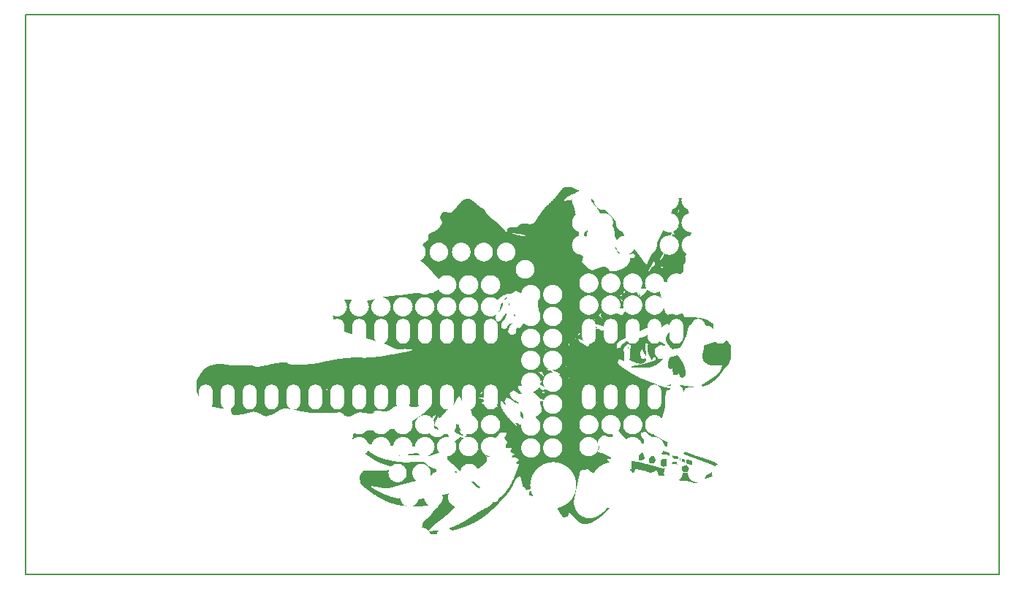
<source format=gbo>
G04 MADE WITH FRITZING*
G04 WWW.FRITZING.ORG*
G04 DOUBLE SIDED*
G04 HOLES PLATED*
G04 CONTOUR ON CENTER OF CONTOUR VECTOR*
%ASAXBY*%
%FSLAX23Y23*%
%MOIN*%
%OFA0B0*%
%SFA1.0B1.0*%
%ADD10R,4.448830X2.559060X4.432830X2.543060*%
%ADD11C,0.008000*%
%ADD12R,0.001000X0.001000*%
%LNSILK0*%
G90*
G70*
G54D11*
X4Y2555D02*
X4445Y2555D01*
X4445Y4D01*
X4Y4D01*
X4Y2555D01*
D02*
G36*
X2925Y863D02*
X2949Y868D01*
X2949Y862D01*
X2925Y863D01*
G37*
D02*
G36*
X2214Y759D02*
X2224Y748D01*
X2214Y759D01*
G37*
D02*
G54D12*
X2462Y1769D02*
X2495Y1769D01*
X2461Y1768D02*
X2497Y1768D01*
X2460Y1767D02*
X2498Y1767D01*
X2459Y1766D02*
X2500Y1766D01*
X2458Y1765D02*
X2502Y1765D01*
X2456Y1764D02*
X2504Y1764D01*
X2455Y1763D02*
X2506Y1763D01*
X2454Y1762D02*
X2508Y1762D01*
X2453Y1761D02*
X2510Y1761D01*
X2452Y1760D02*
X2513Y1760D01*
X2452Y1759D02*
X2515Y1759D01*
X2451Y1758D02*
X2517Y1758D01*
X2450Y1757D02*
X2520Y1757D01*
X2449Y1756D02*
X2522Y1756D01*
X2448Y1755D02*
X2524Y1755D01*
X2447Y1754D02*
X2527Y1754D01*
X2446Y1753D02*
X2529Y1753D01*
X2445Y1752D02*
X2531Y1752D01*
X2445Y1751D02*
X2527Y1751D01*
X2444Y1750D02*
X2524Y1750D01*
X2443Y1749D02*
X2522Y1749D01*
X2442Y1748D02*
X2520Y1748D01*
X2442Y1747D02*
X2518Y1747D01*
X2441Y1746D02*
X2517Y1746D01*
X2440Y1745D02*
X2515Y1745D01*
X2439Y1744D02*
X2514Y1744D01*
X2439Y1743D02*
X2512Y1743D01*
X2438Y1742D02*
X2511Y1742D01*
X2437Y1741D02*
X2510Y1741D01*
X2436Y1740D02*
X2509Y1740D01*
X2436Y1739D02*
X2507Y1739D01*
X2435Y1738D02*
X2502Y1738D01*
X2434Y1737D02*
X2499Y1737D01*
X2434Y1736D02*
X2496Y1736D01*
X2433Y1735D02*
X2494Y1735D01*
X2432Y1734D02*
X2492Y1734D01*
X2431Y1733D02*
X2490Y1733D01*
X2431Y1732D02*
X2488Y1732D01*
X2430Y1731D02*
X2487Y1731D01*
X2429Y1730D02*
X2485Y1730D01*
X2428Y1729D02*
X2483Y1729D01*
X2427Y1728D02*
X2482Y1728D01*
X2427Y1727D02*
X2481Y1727D01*
X2426Y1726D02*
X2479Y1726D01*
X2425Y1725D02*
X2478Y1725D01*
X2424Y1724D02*
X2476Y1724D01*
X2423Y1723D02*
X2475Y1723D01*
X2422Y1722D02*
X2474Y1722D01*
X2421Y1721D02*
X2472Y1721D01*
X2420Y1720D02*
X2471Y1720D01*
X2419Y1719D02*
X2470Y1719D01*
X2984Y1719D02*
X2998Y1719D01*
X2418Y1718D02*
X2469Y1718D01*
X2984Y1718D02*
X2997Y1718D01*
X2417Y1717D02*
X2467Y1717D01*
X2585Y1717D02*
X2585Y1717D01*
X2985Y1717D02*
X2997Y1717D01*
X2416Y1716D02*
X2467Y1716D01*
X2585Y1716D02*
X2586Y1716D01*
X2985Y1716D02*
X2997Y1716D01*
X2015Y1715D02*
X2027Y1715D01*
X2415Y1715D02*
X2466Y1715D01*
X2585Y1715D02*
X2587Y1715D01*
X2985Y1715D02*
X2997Y1715D01*
X2011Y1714D02*
X2031Y1714D01*
X2414Y1714D02*
X2465Y1714D01*
X2585Y1714D02*
X2588Y1714D01*
X2985Y1714D02*
X2997Y1714D01*
X2008Y1713D02*
X2033Y1713D01*
X2413Y1713D02*
X2464Y1713D01*
X2585Y1713D02*
X2590Y1713D01*
X2985Y1713D02*
X2997Y1713D01*
X2006Y1712D02*
X2036Y1712D01*
X2412Y1712D02*
X2464Y1712D01*
X2585Y1712D02*
X2591Y1712D01*
X2985Y1712D02*
X2997Y1712D01*
X2004Y1711D02*
X2037Y1711D01*
X2411Y1711D02*
X2463Y1711D01*
X2495Y1711D02*
X2497Y1711D01*
X2585Y1711D02*
X2592Y1711D01*
X2985Y1711D02*
X2996Y1711D01*
X2002Y1710D02*
X2039Y1710D01*
X2410Y1710D02*
X2463Y1710D01*
X2488Y1710D02*
X2496Y1710D01*
X2585Y1710D02*
X2593Y1710D01*
X2985Y1710D02*
X2996Y1710D01*
X2001Y1709D02*
X2041Y1709D01*
X2409Y1709D02*
X2463Y1709D01*
X2480Y1709D02*
X2496Y1709D01*
X2585Y1709D02*
X2595Y1709D01*
X2985Y1709D02*
X2996Y1709D01*
X1999Y1708D02*
X2043Y1708D01*
X2408Y1708D02*
X2462Y1708D01*
X2473Y1708D02*
X2496Y1708D01*
X2585Y1708D02*
X2596Y1708D01*
X2985Y1708D02*
X2996Y1708D01*
X1998Y1707D02*
X2044Y1707D01*
X2407Y1707D02*
X2462Y1707D01*
X2466Y1707D02*
X2497Y1707D01*
X2585Y1707D02*
X2597Y1707D01*
X2985Y1707D02*
X2996Y1707D01*
X1997Y1706D02*
X2045Y1706D01*
X2406Y1706D02*
X2497Y1706D01*
X2585Y1706D02*
X2597Y1706D01*
X2985Y1706D02*
X2997Y1706D01*
X1995Y1705D02*
X2047Y1705D01*
X2405Y1705D02*
X2497Y1705D01*
X2585Y1705D02*
X2597Y1705D01*
X2985Y1705D02*
X2997Y1705D01*
X1994Y1704D02*
X2048Y1704D01*
X2404Y1704D02*
X2497Y1704D01*
X2585Y1704D02*
X2597Y1704D01*
X2985Y1704D02*
X2997Y1704D01*
X1993Y1703D02*
X2049Y1703D01*
X2403Y1703D02*
X2497Y1703D01*
X2585Y1703D02*
X2597Y1703D01*
X2985Y1703D02*
X2997Y1703D01*
X1992Y1702D02*
X2051Y1702D01*
X2402Y1702D02*
X2497Y1702D01*
X2586Y1702D02*
X2597Y1702D01*
X2985Y1702D02*
X2997Y1702D01*
X1991Y1701D02*
X2052Y1701D01*
X2401Y1701D02*
X2497Y1701D01*
X2588Y1701D02*
X2597Y1701D01*
X2984Y1701D02*
X2997Y1701D01*
X1990Y1700D02*
X2053Y1700D01*
X2400Y1700D02*
X2497Y1700D01*
X2589Y1700D02*
X2597Y1700D01*
X2984Y1700D02*
X2997Y1700D01*
X1989Y1699D02*
X2054Y1699D01*
X2399Y1699D02*
X2498Y1699D01*
X2590Y1699D02*
X2598Y1699D01*
X2984Y1699D02*
X2998Y1699D01*
X1988Y1698D02*
X2055Y1698D01*
X2398Y1698D02*
X2498Y1698D01*
X2591Y1698D02*
X2598Y1698D01*
X2984Y1698D02*
X2998Y1698D01*
X1987Y1697D02*
X2056Y1697D01*
X2397Y1697D02*
X2498Y1697D01*
X2592Y1697D02*
X2598Y1697D01*
X2984Y1697D02*
X2998Y1697D01*
X1987Y1696D02*
X2057Y1696D01*
X2396Y1696D02*
X2498Y1696D01*
X2593Y1696D02*
X2598Y1696D01*
X2983Y1696D02*
X2998Y1696D01*
X1986Y1695D02*
X2059Y1695D01*
X2395Y1695D02*
X2499Y1695D01*
X2594Y1695D02*
X2599Y1695D01*
X2983Y1695D02*
X2999Y1695D01*
X1985Y1694D02*
X2060Y1694D01*
X2394Y1694D02*
X2499Y1694D01*
X2595Y1694D02*
X2599Y1694D01*
X2983Y1694D02*
X2999Y1694D01*
X1984Y1693D02*
X2061Y1693D01*
X2393Y1693D02*
X2500Y1693D01*
X2596Y1693D02*
X2600Y1693D01*
X2982Y1693D02*
X2999Y1693D01*
X1983Y1692D02*
X2062Y1692D01*
X2392Y1692D02*
X2500Y1692D01*
X2597Y1692D02*
X2600Y1692D01*
X2982Y1692D02*
X3000Y1692D01*
X1982Y1691D02*
X2063Y1691D01*
X2391Y1691D02*
X2500Y1691D01*
X2597Y1691D02*
X2600Y1691D01*
X2981Y1691D02*
X3000Y1691D01*
X1981Y1690D02*
X2064Y1690D01*
X2390Y1690D02*
X2501Y1690D01*
X2598Y1690D02*
X2601Y1690D01*
X2981Y1690D02*
X3001Y1690D01*
X1980Y1689D02*
X2065Y1689D01*
X2389Y1689D02*
X2501Y1689D01*
X2599Y1689D02*
X2601Y1689D01*
X2980Y1689D02*
X3001Y1689D01*
X1980Y1688D02*
X2066Y1688D01*
X2388Y1688D02*
X2502Y1688D01*
X2600Y1688D02*
X2602Y1688D01*
X2980Y1688D02*
X3002Y1688D01*
X1979Y1687D02*
X2067Y1687D01*
X2386Y1687D02*
X2503Y1687D01*
X2601Y1687D02*
X2602Y1687D01*
X2979Y1687D02*
X3002Y1687D01*
X1978Y1686D02*
X2068Y1686D01*
X2385Y1686D02*
X2503Y1686D01*
X2602Y1686D02*
X2603Y1686D01*
X2979Y1686D02*
X3003Y1686D01*
X1977Y1685D02*
X2070Y1685D01*
X2384Y1685D02*
X2504Y1685D01*
X2603Y1685D02*
X2604Y1685D01*
X2978Y1685D02*
X3004Y1685D01*
X1976Y1684D02*
X2071Y1684D01*
X2383Y1684D02*
X2504Y1684D01*
X2603Y1684D02*
X2604Y1684D01*
X2977Y1684D02*
X3004Y1684D01*
X1975Y1683D02*
X2072Y1683D01*
X2382Y1683D02*
X2505Y1683D01*
X2604Y1683D02*
X2605Y1683D01*
X2977Y1683D02*
X3005Y1683D01*
X1975Y1682D02*
X2073Y1682D01*
X2381Y1682D02*
X2505Y1682D01*
X2605Y1682D02*
X2606Y1682D01*
X2976Y1682D02*
X3006Y1682D01*
X1974Y1681D02*
X2074Y1681D01*
X2380Y1681D02*
X2505Y1681D01*
X2606Y1681D02*
X2607Y1681D01*
X2975Y1681D02*
X3007Y1681D01*
X1973Y1680D02*
X2076Y1680D01*
X2379Y1680D02*
X2506Y1680D01*
X2606Y1680D02*
X2608Y1680D01*
X2974Y1680D02*
X3007Y1680D01*
X1972Y1679D02*
X2077Y1679D01*
X2378Y1679D02*
X2506Y1679D01*
X2607Y1679D02*
X2608Y1679D01*
X2973Y1679D02*
X3008Y1679D01*
X1971Y1678D02*
X2079Y1678D01*
X2377Y1678D02*
X2506Y1678D01*
X2608Y1678D02*
X2609Y1678D01*
X2972Y1678D02*
X3009Y1678D01*
X1971Y1677D02*
X2080Y1677D01*
X2376Y1677D02*
X2506Y1677D01*
X2609Y1677D02*
X2610Y1677D01*
X2971Y1677D02*
X3010Y1677D01*
X1970Y1676D02*
X2082Y1676D01*
X2375Y1676D02*
X2507Y1676D01*
X2609Y1676D02*
X2612Y1676D01*
X2970Y1676D02*
X3011Y1676D01*
X1969Y1675D02*
X2083Y1675D01*
X2374Y1675D02*
X2507Y1675D01*
X2610Y1675D02*
X2613Y1675D01*
X2969Y1675D02*
X3013Y1675D01*
X1968Y1674D02*
X2085Y1674D01*
X2373Y1674D02*
X2507Y1674D01*
X2611Y1674D02*
X2614Y1674D01*
X2968Y1674D02*
X3014Y1674D01*
X1967Y1673D02*
X2087Y1673D01*
X2373Y1673D02*
X2507Y1673D01*
X2612Y1673D02*
X2615Y1673D01*
X2966Y1673D02*
X3015Y1673D01*
X1966Y1672D02*
X2088Y1672D01*
X2372Y1672D02*
X2507Y1672D01*
X2612Y1672D02*
X2617Y1672D01*
X2965Y1672D02*
X3017Y1672D01*
X1966Y1671D02*
X2090Y1671D01*
X2371Y1671D02*
X2508Y1671D01*
X2613Y1671D02*
X2619Y1671D01*
X2963Y1671D02*
X3019Y1671D01*
X1965Y1670D02*
X2092Y1670D01*
X2370Y1670D02*
X2508Y1670D01*
X2614Y1670D02*
X2620Y1670D01*
X2961Y1670D02*
X3020Y1670D01*
X1964Y1669D02*
X2094Y1669D01*
X2369Y1669D02*
X2508Y1669D01*
X2614Y1669D02*
X2622Y1669D01*
X2959Y1669D02*
X3022Y1669D01*
X1963Y1668D02*
X2095Y1668D01*
X2368Y1668D02*
X2508Y1668D01*
X2615Y1668D02*
X2625Y1668D01*
X2957Y1668D02*
X3025Y1668D01*
X1962Y1667D02*
X2097Y1667D01*
X2367Y1667D02*
X2509Y1667D01*
X2616Y1667D02*
X2628Y1667D01*
X2956Y1667D02*
X3026Y1667D01*
X1961Y1666D02*
X2097Y1666D01*
X2367Y1666D02*
X2509Y1666D01*
X2616Y1666D02*
X2632Y1666D01*
X2956Y1666D02*
X3026Y1666D01*
X1960Y1665D02*
X2098Y1665D01*
X2366Y1665D02*
X2509Y1665D01*
X2617Y1665D02*
X2646Y1665D01*
X2955Y1665D02*
X2984Y1665D01*
X2986Y1665D02*
X3026Y1665D01*
X1959Y1664D02*
X2098Y1664D01*
X2365Y1664D02*
X2509Y1664D01*
X2618Y1664D02*
X2647Y1664D01*
X2955Y1664D02*
X2983Y1664D01*
X2986Y1664D02*
X3026Y1664D01*
X1959Y1663D02*
X2099Y1663D01*
X2364Y1663D02*
X2510Y1663D01*
X2618Y1663D02*
X2648Y1663D01*
X2954Y1663D02*
X2983Y1663D01*
X2986Y1663D02*
X3027Y1663D01*
X1958Y1662D02*
X2099Y1662D01*
X2363Y1662D02*
X2510Y1662D01*
X2619Y1662D02*
X2650Y1662D01*
X2954Y1662D02*
X2982Y1662D01*
X2986Y1662D02*
X3027Y1662D01*
X1957Y1661D02*
X2100Y1661D01*
X2363Y1661D02*
X2510Y1661D01*
X2619Y1661D02*
X2651Y1661D01*
X2954Y1661D02*
X2982Y1661D01*
X2986Y1661D02*
X3027Y1661D01*
X1956Y1660D02*
X2101Y1660D01*
X2362Y1660D02*
X2510Y1660D01*
X2620Y1660D02*
X2652Y1660D01*
X2953Y1660D02*
X2981Y1660D01*
X2986Y1660D02*
X3028Y1660D01*
X1955Y1659D02*
X2101Y1659D01*
X2361Y1659D02*
X2511Y1659D01*
X2621Y1659D02*
X2653Y1659D01*
X2953Y1659D02*
X2981Y1659D01*
X2986Y1659D02*
X3028Y1659D01*
X1954Y1658D02*
X2102Y1658D01*
X2360Y1658D02*
X2511Y1658D01*
X2621Y1658D02*
X2654Y1658D01*
X2953Y1658D02*
X2980Y1658D01*
X2986Y1658D02*
X3028Y1658D01*
X1911Y1657D02*
X1913Y1657D01*
X1953Y1657D02*
X2102Y1657D01*
X2360Y1657D02*
X2511Y1657D01*
X2622Y1657D02*
X2655Y1657D01*
X2952Y1657D02*
X2980Y1657D01*
X2986Y1657D02*
X3028Y1657D01*
X1910Y1656D02*
X1918Y1656D01*
X1952Y1656D02*
X2103Y1656D01*
X2359Y1656D02*
X2511Y1656D01*
X2622Y1656D02*
X2656Y1656D01*
X2952Y1656D02*
X2979Y1656D01*
X2985Y1656D02*
X3029Y1656D01*
X1909Y1655D02*
X1923Y1655D01*
X1951Y1655D02*
X2104Y1655D01*
X2358Y1655D02*
X2512Y1655D01*
X2623Y1655D02*
X2657Y1655D01*
X2951Y1655D02*
X2978Y1655D01*
X2984Y1655D02*
X3029Y1655D01*
X1908Y1654D02*
X1928Y1654D01*
X1950Y1654D02*
X2104Y1654D01*
X2358Y1654D02*
X2512Y1654D01*
X2624Y1654D02*
X2658Y1654D01*
X2951Y1654D02*
X2978Y1654D01*
X2983Y1654D02*
X3029Y1654D01*
X1908Y1653D02*
X1933Y1653D01*
X1948Y1653D02*
X2105Y1653D01*
X2357Y1653D02*
X2512Y1653D01*
X2624Y1653D02*
X2659Y1653D01*
X2951Y1653D02*
X3029Y1653D01*
X1907Y1652D02*
X1939Y1652D01*
X1947Y1652D02*
X2105Y1652D01*
X2356Y1652D02*
X2512Y1652D01*
X2625Y1652D02*
X2660Y1652D01*
X2950Y1652D02*
X3030Y1652D01*
X1906Y1651D02*
X1944Y1651D01*
X1946Y1651D02*
X2106Y1651D01*
X2355Y1651D02*
X2513Y1651D01*
X2626Y1651D02*
X2661Y1651D01*
X2950Y1651D02*
X3030Y1651D01*
X1905Y1650D02*
X2107Y1650D01*
X2355Y1650D02*
X2513Y1650D01*
X2626Y1650D02*
X2633Y1650D01*
X2649Y1650D02*
X2662Y1650D01*
X2950Y1650D02*
X3030Y1650D01*
X1905Y1649D02*
X2107Y1649D01*
X2354Y1649D02*
X2513Y1649D01*
X2627Y1649D02*
X2628Y1649D01*
X2653Y1649D02*
X2663Y1649D01*
X2953Y1649D02*
X3028Y1649D01*
X1904Y1648D02*
X2108Y1648D01*
X2353Y1648D02*
X2513Y1648D01*
X2657Y1648D02*
X2664Y1648D01*
X2957Y1648D02*
X3025Y1648D01*
X1903Y1647D02*
X2109Y1647D01*
X2353Y1647D02*
X2513Y1647D01*
X2659Y1647D02*
X2665Y1647D01*
X2959Y1647D02*
X3023Y1647D01*
X1903Y1646D02*
X2110Y1646D01*
X2352Y1646D02*
X2514Y1646D01*
X2661Y1646D02*
X2666Y1646D01*
X2961Y1646D02*
X3021Y1646D01*
X1902Y1645D02*
X2110Y1645D01*
X2351Y1645D02*
X2514Y1645D01*
X2663Y1645D02*
X2667Y1645D01*
X2963Y1645D02*
X3019Y1645D01*
X1901Y1644D02*
X2111Y1644D01*
X2351Y1644D02*
X2514Y1644D01*
X2665Y1644D02*
X2668Y1644D01*
X2965Y1644D02*
X3017Y1644D01*
X1901Y1643D02*
X2112Y1643D01*
X2350Y1643D02*
X2514Y1643D01*
X2666Y1643D02*
X2669Y1643D01*
X2966Y1643D02*
X3016Y1643D01*
X1900Y1642D02*
X2113Y1642D01*
X2349Y1642D02*
X2514Y1642D01*
X2668Y1642D02*
X2670Y1642D01*
X2968Y1642D02*
X3014Y1642D01*
X1900Y1641D02*
X2114Y1641D01*
X2349Y1641D02*
X2513Y1641D01*
X2669Y1641D02*
X2671Y1641D01*
X2969Y1641D02*
X3013Y1641D01*
X1899Y1640D02*
X2115Y1640D01*
X2348Y1640D02*
X2512Y1640D01*
X2670Y1640D02*
X2672Y1640D01*
X2970Y1640D02*
X3012Y1640D01*
X1899Y1639D02*
X2116Y1639D01*
X2347Y1639D02*
X2511Y1639D01*
X2671Y1639D02*
X2673Y1639D01*
X2971Y1639D02*
X3010Y1639D01*
X1898Y1638D02*
X2117Y1638D01*
X2347Y1638D02*
X2509Y1638D01*
X2672Y1638D02*
X2674Y1638D01*
X2972Y1638D02*
X3009Y1638D01*
X1898Y1637D02*
X2118Y1637D01*
X2346Y1637D02*
X2509Y1637D01*
X2673Y1637D02*
X2675Y1637D01*
X2973Y1637D02*
X3008Y1637D01*
X1898Y1636D02*
X2119Y1636D01*
X2346Y1636D02*
X2508Y1636D01*
X2674Y1636D02*
X2676Y1636D01*
X2974Y1636D02*
X3008Y1636D01*
X1897Y1635D02*
X2120Y1635D01*
X2345Y1635D02*
X2507Y1635D01*
X2675Y1635D02*
X2677Y1635D01*
X2975Y1635D02*
X3007Y1635D01*
X1897Y1634D02*
X2121Y1634D01*
X2344Y1634D02*
X2506Y1634D01*
X2676Y1634D02*
X2678Y1634D01*
X2976Y1634D02*
X3006Y1634D01*
X1897Y1633D02*
X2122Y1633D01*
X2344Y1633D02*
X2505Y1633D01*
X2677Y1633D02*
X2679Y1633D01*
X2977Y1633D02*
X3005Y1633D01*
X1897Y1632D02*
X2123Y1632D01*
X2343Y1632D02*
X2504Y1632D01*
X2677Y1632D02*
X2680Y1632D01*
X2977Y1632D02*
X3004Y1632D01*
X1897Y1631D02*
X2124Y1631D01*
X2342Y1631D02*
X2504Y1631D01*
X2678Y1631D02*
X2681Y1631D01*
X2978Y1631D02*
X3004Y1631D01*
X1897Y1630D02*
X2126Y1630D01*
X2342Y1630D02*
X2503Y1630D01*
X2679Y1630D02*
X2681Y1630D01*
X2979Y1630D02*
X3003Y1630D01*
X1897Y1629D02*
X2127Y1629D01*
X2341Y1629D02*
X2503Y1629D01*
X2679Y1629D02*
X2682Y1629D01*
X2979Y1629D02*
X3002Y1629D01*
X1897Y1628D02*
X2128Y1628D01*
X2340Y1628D02*
X2502Y1628D01*
X2680Y1628D02*
X2683Y1628D01*
X2980Y1628D02*
X3002Y1628D01*
X1897Y1627D02*
X2129Y1627D01*
X2340Y1627D02*
X2501Y1627D01*
X2680Y1627D02*
X2684Y1627D01*
X2980Y1627D02*
X3001Y1627D01*
X1897Y1626D02*
X2131Y1626D01*
X2339Y1626D02*
X2501Y1626D01*
X2681Y1626D02*
X2685Y1626D01*
X2981Y1626D02*
X3001Y1626D01*
X1898Y1625D02*
X2132Y1625D01*
X2338Y1625D02*
X2500Y1625D01*
X2681Y1625D02*
X2686Y1625D01*
X2981Y1625D02*
X3000Y1625D01*
X1898Y1624D02*
X2133Y1624D01*
X2338Y1624D02*
X2500Y1624D01*
X2682Y1624D02*
X2687Y1624D01*
X2982Y1624D02*
X3000Y1624D01*
X1898Y1623D02*
X2135Y1623D01*
X2337Y1623D02*
X2500Y1623D01*
X2682Y1623D02*
X2687Y1623D01*
X2982Y1623D02*
X2999Y1623D01*
X1899Y1622D02*
X2136Y1622D01*
X2336Y1622D02*
X2499Y1622D01*
X2683Y1622D02*
X2688Y1622D01*
X2983Y1622D02*
X2999Y1622D01*
X1899Y1621D02*
X2137Y1621D01*
X2336Y1621D02*
X2499Y1621D01*
X2683Y1621D02*
X2689Y1621D01*
X2983Y1621D02*
X2999Y1621D01*
X1900Y1620D02*
X2139Y1620D01*
X2335Y1620D02*
X2499Y1620D01*
X2683Y1620D02*
X2690Y1620D01*
X2983Y1620D02*
X2998Y1620D01*
X1900Y1619D02*
X2140Y1619D01*
X2335Y1619D02*
X2498Y1619D01*
X2684Y1619D02*
X2691Y1619D01*
X2984Y1619D02*
X2998Y1619D01*
X1901Y1618D02*
X2141Y1618D01*
X2334Y1618D02*
X2498Y1618D01*
X2684Y1618D02*
X2692Y1618D01*
X2984Y1618D02*
X2998Y1618D01*
X1901Y1617D02*
X2143Y1617D01*
X2333Y1617D02*
X2498Y1617D01*
X2684Y1617D02*
X2692Y1617D01*
X2984Y1617D02*
X2998Y1617D01*
X1902Y1616D02*
X2144Y1616D01*
X2332Y1616D02*
X2497Y1616D01*
X2684Y1616D02*
X2693Y1616D01*
X2984Y1616D02*
X2997Y1616D01*
X1903Y1615D02*
X2145Y1615D01*
X2332Y1615D02*
X2497Y1615D01*
X2685Y1615D02*
X2694Y1615D01*
X2984Y1615D02*
X2997Y1615D01*
X1903Y1614D02*
X2146Y1614D01*
X2331Y1614D02*
X2497Y1614D01*
X2685Y1614D02*
X2694Y1614D01*
X2985Y1614D02*
X2997Y1614D01*
X1904Y1613D02*
X2148Y1613D01*
X2330Y1613D02*
X2497Y1613D01*
X2685Y1613D02*
X2695Y1613D01*
X2985Y1613D02*
X2997Y1613D01*
X1905Y1612D02*
X2149Y1612D01*
X2329Y1612D02*
X2497Y1612D01*
X2685Y1612D02*
X2696Y1612D01*
X2985Y1612D02*
X2997Y1612D01*
X1906Y1611D02*
X2150Y1611D01*
X2329Y1611D02*
X2497Y1611D01*
X2685Y1611D02*
X2697Y1611D01*
X2985Y1611D02*
X2997Y1611D01*
X1906Y1610D02*
X2152Y1610D01*
X2328Y1610D02*
X2497Y1610D01*
X2685Y1610D02*
X2697Y1610D01*
X2985Y1610D02*
X2997Y1610D01*
X1907Y1609D02*
X2153Y1609D01*
X2327Y1609D02*
X2497Y1609D01*
X2685Y1609D02*
X2697Y1609D01*
X2985Y1609D02*
X2996Y1609D01*
X1907Y1608D02*
X2154Y1608D01*
X2326Y1608D02*
X2497Y1608D01*
X2685Y1608D02*
X2696Y1608D01*
X2985Y1608D02*
X2996Y1608D01*
X1907Y1607D02*
X2155Y1607D01*
X2325Y1607D02*
X2496Y1607D01*
X2685Y1607D02*
X2696Y1607D01*
X2985Y1607D02*
X2996Y1607D01*
X1906Y1606D02*
X2156Y1606D01*
X2323Y1606D02*
X2496Y1606D01*
X2685Y1606D02*
X2696Y1606D01*
X2985Y1606D02*
X2996Y1606D01*
X1905Y1605D02*
X2157Y1605D01*
X2322Y1605D02*
X2497Y1605D01*
X2685Y1605D02*
X2696Y1605D01*
X2985Y1605D02*
X2996Y1605D01*
X1905Y1604D02*
X2158Y1604D01*
X2321Y1604D02*
X2497Y1604D01*
X2685Y1604D02*
X2697Y1604D01*
X2985Y1604D02*
X2996Y1604D01*
X1904Y1603D02*
X2160Y1603D01*
X2270Y1603D02*
X2281Y1603D01*
X2319Y1603D02*
X2497Y1603D01*
X2685Y1603D02*
X2697Y1603D01*
X2985Y1603D02*
X2997Y1603D01*
X1904Y1602D02*
X2161Y1602D01*
X2267Y1602D02*
X2289Y1602D01*
X2316Y1602D02*
X2497Y1602D01*
X2685Y1602D02*
X2697Y1602D01*
X2985Y1602D02*
X2997Y1602D01*
X1903Y1601D02*
X2162Y1601D01*
X2265Y1601D02*
X2297Y1601D01*
X2313Y1601D02*
X2497Y1601D01*
X2685Y1601D02*
X2697Y1601D01*
X2985Y1601D02*
X2997Y1601D01*
X1902Y1600D02*
X2163Y1600D01*
X2263Y1600D02*
X2497Y1600D01*
X2685Y1600D02*
X2697Y1600D01*
X2985Y1600D02*
X2997Y1600D01*
X1902Y1599D02*
X2164Y1599D01*
X2261Y1599D02*
X2497Y1599D01*
X2685Y1599D02*
X2697Y1599D01*
X2985Y1599D02*
X2997Y1599D01*
X1901Y1598D02*
X2165Y1598D01*
X2260Y1598D02*
X2497Y1598D01*
X2684Y1598D02*
X2697Y1598D01*
X2984Y1598D02*
X2997Y1598D01*
X1901Y1597D02*
X2166Y1597D01*
X2259Y1597D02*
X2498Y1597D01*
X2684Y1597D02*
X2698Y1597D01*
X2984Y1597D02*
X2998Y1597D01*
X1900Y1596D02*
X2167Y1596D01*
X2258Y1596D02*
X2498Y1596D01*
X2684Y1596D02*
X2698Y1596D01*
X2984Y1596D02*
X2998Y1596D01*
X1899Y1595D02*
X2168Y1595D01*
X2257Y1595D02*
X2498Y1595D01*
X2684Y1595D02*
X2698Y1595D01*
X2984Y1595D02*
X2998Y1595D01*
X1899Y1594D02*
X2169Y1594D01*
X2256Y1594D02*
X2498Y1594D01*
X2683Y1594D02*
X2698Y1594D01*
X2983Y1594D02*
X2998Y1594D01*
X1898Y1593D02*
X2170Y1593D01*
X2256Y1593D02*
X2499Y1593D01*
X2683Y1593D02*
X2699Y1593D01*
X2983Y1593D02*
X2999Y1593D01*
X1897Y1592D02*
X2172Y1592D01*
X2255Y1592D02*
X2499Y1592D01*
X2684Y1592D02*
X2699Y1592D01*
X2983Y1592D02*
X2999Y1592D01*
X1897Y1591D02*
X2173Y1591D01*
X2254Y1591D02*
X2499Y1591D01*
X2684Y1591D02*
X2699Y1591D01*
X2982Y1591D02*
X2999Y1591D01*
X1896Y1590D02*
X2173Y1590D01*
X2253Y1590D02*
X2500Y1590D01*
X2685Y1590D02*
X2700Y1590D01*
X2982Y1590D02*
X3000Y1590D01*
X1895Y1589D02*
X2174Y1589D01*
X2252Y1589D02*
X2500Y1589D01*
X2685Y1589D02*
X2700Y1589D01*
X2982Y1589D02*
X3000Y1589D01*
X1895Y1588D02*
X2175Y1588D01*
X2250Y1588D02*
X2501Y1588D01*
X2686Y1588D02*
X2701Y1588D01*
X2981Y1588D02*
X3001Y1588D01*
X1894Y1587D02*
X2176Y1587D01*
X2248Y1587D02*
X2501Y1587D01*
X2686Y1587D02*
X2701Y1587D01*
X2981Y1587D02*
X3001Y1587D01*
X1893Y1586D02*
X2177Y1586D01*
X2244Y1586D02*
X2502Y1586D01*
X2686Y1586D02*
X2702Y1586D01*
X2983Y1586D02*
X3002Y1586D01*
X1893Y1585D02*
X2178Y1585D01*
X2237Y1585D02*
X2502Y1585D01*
X2687Y1585D02*
X2702Y1585D01*
X2984Y1585D02*
X3002Y1585D01*
X1892Y1584D02*
X2179Y1584D01*
X2214Y1584D02*
X2503Y1584D01*
X2687Y1584D02*
X2703Y1584D01*
X2983Y1584D02*
X3003Y1584D01*
X1891Y1583D02*
X2180Y1583D01*
X2211Y1583D02*
X2504Y1583D01*
X2687Y1583D02*
X2703Y1583D01*
X2981Y1583D02*
X3003Y1583D01*
X1890Y1582D02*
X2181Y1582D01*
X2208Y1582D02*
X2504Y1582D01*
X2688Y1582D02*
X2704Y1582D01*
X2979Y1582D02*
X3004Y1582D01*
X1890Y1581D02*
X2182Y1581D01*
X2206Y1581D02*
X2505Y1581D01*
X2688Y1581D02*
X2705Y1581D01*
X2977Y1581D02*
X3005Y1581D01*
X1889Y1580D02*
X2183Y1580D01*
X2204Y1580D02*
X2506Y1580D01*
X2688Y1580D02*
X2706Y1580D01*
X2976Y1580D02*
X3006Y1580D01*
X1888Y1579D02*
X2184Y1579D01*
X2204Y1579D02*
X2506Y1579D01*
X2689Y1579D02*
X2706Y1579D01*
X2975Y1579D02*
X3006Y1579D01*
X1887Y1578D02*
X2185Y1578D01*
X2204Y1578D02*
X2507Y1578D01*
X2689Y1578D02*
X2707Y1578D01*
X2975Y1578D02*
X3007Y1578D01*
X1886Y1577D02*
X2185Y1577D01*
X2204Y1577D02*
X2508Y1577D01*
X2689Y1577D02*
X2708Y1577D01*
X2974Y1577D02*
X3008Y1577D01*
X1885Y1576D02*
X2186Y1576D01*
X2204Y1576D02*
X2509Y1576D01*
X2689Y1576D02*
X2709Y1576D01*
X2973Y1576D02*
X3009Y1576D01*
X1884Y1575D02*
X2187Y1575D01*
X2204Y1575D02*
X2510Y1575D01*
X2690Y1575D02*
X2710Y1575D01*
X2972Y1575D02*
X3010Y1575D01*
X1882Y1574D02*
X2188Y1574D01*
X2204Y1574D02*
X2511Y1574D01*
X2571Y1574D02*
X2571Y1574D01*
X2690Y1574D02*
X2711Y1574D01*
X2971Y1574D02*
X3011Y1574D01*
X1881Y1573D02*
X2189Y1573D01*
X2203Y1573D02*
X2512Y1573D01*
X2570Y1573D02*
X2570Y1573D01*
X2690Y1573D02*
X2712Y1573D01*
X2969Y1573D02*
X3012Y1573D01*
X1879Y1572D02*
X2190Y1572D01*
X2203Y1572D02*
X2514Y1572D01*
X2568Y1572D02*
X2570Y1572D01*
X2690Y1572D02*
X2714Y1572D01*
X2914Y1572D02*
X2914Y1572D01*
X2968Y1572D02*
X3014Y1572D01*
X1877Y1571D02*
X2191Y1571D01*
X2203Y1571D02*
X2515Y1571D01*
X2567Y1571D02*
X2569Y1571D01*
X2690Y1571D02*
X2715Y1571D01*
X2913Y1571D02*
X2915Y1571D01*
X2967Y1571D02*
X3015Y1571D01*
X1875Y1570D02*
X2192Y1570D01*
X2202Y1570D02*
X2516Y1570D01*
X2565Y1570D02*
X2569Y1570D01*
X2690Y1570D02*
X2716Y1570D01*
X2913Y1570D02*
X2916Y1570D01*
X2965Y1570D02*
X3016Y1570D01*
X1873Y1569D02*
X2193Y1569D01*
X2202Y1569D02*
X2518Y1569D01*
X2564Y1569D02*
X2569Y1569D01*
X2691Y1569D02*
X2718Y1569D01*
X2912Y1569D02*
X2918Y1569D01*
X2964Y1569D02*
X3018Y1569D01*
X1871Y1568D02*
X2193Y1568D01*
X2201Y1568D02*
X2520Y1568D01*
X2562Y1568D02*
X2568Y1568D01*
X2691Y1568D02*
X2720Y1568D01*
X2912Y1568D02*
X2920Y1568D01*
X2962Y1568D02*
X3020Y1568D01*
X1868Y1567D02*
X2194Y1567D01*
X2201Y1567D02*
X2522Y1567D01*
X2560Y1567D02*
X2568Y1567D01*
X2691Y1567D02*
X2722Y1567D01*
X2911Y1567D02*
X2922Y1567D01*
X2961Y1567D02*
X3022Y1567D01*
X1866Y1566D02*
X2195Y1566D01*
X2200Y1566D02*
X2524Y1566D01*
X2558Y1566D02*
X2567Y1566D01*
X2691Y1566D02*
X2724Y1566D01*
X2911Y1566D02*
X2924Y1566D01*
X2961Y1566D02*
X3024Y1566D01*
X1864Y1565D02*
X2196Y1565D01*
X2200Y1565D02*
X2527Y1565D01*
X2555Y1565D02*
X2567Y1565D01*
X2691Y1565D02*
X2726Y1565D01*
X2910Y1565D02*
X2927Y1565D01*
X2960Y1565D02*
X3027Y1565D01*
X1861Y1564D02*
X2527Y1564D01*
X2555Y1564D02*
X2567Y1564D01*
X2691Y1564D02*
X2727Y1564D01*
X2910Y1564D02*
X2930Y1564D01*
X2951Y1564D02*
X2953Y1564D01*
X2960Y1564D02*
X3030Y1564D01*
X1859Y1563D02*
X2527Y1563D01*
X2555Y1563D02*
X2566Y1563D01*
X2691Y1563D02*
X2727Y1563D01*
X2909Y1563D02*
X2936Y1563D01*
X2945Y1563D02*
X2952Y1563D01*
X2959Y1563D02*
X3036Y1563D01*
X1857Y1562D02*
X2527Y1562D01*
X2555Y1562D02*
X2566Y1562D01*
X2691Y1562D02*
X2728Y1562D01*
X2909Y1562D02*
X2952Y1562D01*
X2959Y1562D02*
X3043Y1562D01*
X1855Y1561D02*
X2527Y1561D01*
X2555Y1561D02*
X2566Y1561D01*
X2692Y1561D02*
X2728Y1561D01*
X2908Y1561D02*
X2951Y1561D01*
X2961Y1561D02*
X3042Y1561D01*
X1852Y1560D02*
X2527Y1560D01*
X2554Y1560D02*
X2566Y1560D01*
X2692Y1560D02*
X2729Y1560D01*
X2908Y1560D02*
X2951Y1560D01*
X2963Y1560D02*
X3042Y1560D01*
X1850Y1559D02*
X2527Y1559D01*
X2554Y1559D02*
X2565Y1559D01*
X2692Y1559D02*
X2730Y1559D01*
X2907Y1559D02*
X2951Y1559D01*
X2964Y1559D02*
X3041Y1559D01*
X1848Y1558D02*
X2224Y1558D01*
X2240Y1558D02*
X2527Y1558D01*
X2554Y1558D02*
X2565Y1558D01*
X2692Y1558D02*
X2730Y1558D01*
X2907Y1558D02*
X2950Y1558D01*
X2964Y1558D02*
X3041Y1558D01*
X1846Y1557D02*
X2226Y1557D01*
X2249Y1557D02*
X2527Y1557D01*
X2554Y1557D02*
X2565Y1557D01*
X2692Y1557D02*
X2731Y1557D01*
X2906Y1557D02*
X2950Y1557D01*
X2965Y1557D02*
X3041Y1557D01*
X1845Y1556D02*
X2229Y1556D01*
X2255Y1556D02*
X2527Y1556D01*
X2554Y1556D02*
X2565Y1556D01*
X2692Y1556D02*
X2731Y1556D01*
X2906Y1556D02*
X2949Y1556D01*
X2965Y1556D02*
X3040Y1556D01*
X1845Y1555D02*
X2232Y1555D01*
X2261Y1555D02*
X2527Y1555D01*
X2553Y1555D02*
X2564Y1555D01*
X2692Y1555D02*
X2732Y1555D01*
X2905Y1555D02*
X2949Y1555D01*
X2955Y1555D02*
X2955Y1555D01*
X2966Y1555D02*
X3040Y1555D01*
X1845Y1554D02*
X2235Y1554D01*
X2266Y1554D02*
X2527Y1554D01*
X2553Y1554D02*
X2564Y1554D01*
X2692Y1554D02*
X2732Y1554D01*
X2905Y1554D02*
X2949Y1554D01*
X2955Y1554D02*
X2957Y1554D01*
X2966Y1554D02*
X3039Y1554D01*
X1845Y1553D02*
X2238Y1553D01*
X2271Y1553D02*
X2527Y1553D01*
X2553Y1553D02*
X2564Y1553D01*
X2692Y1553D02*
X2733Y1553D01*
X2904Y1553D02*
X2948Y1553D01*
X2955Y1553D02*
X2960Y1553D01*
X2966Y1553D02*
X3039Y1553D01*
X1844Y1552D02*
X2242Y1552D01*
X2275Y1552D02*
X2527Y1552D01*
X2553Y1552D02*
X2564Y1552D01*
X2693Y1552D02*
X2734Y1552D01*
X2904Y1552D02*
X2948Y1552D01*
X2955Y1552D02*
X2962Y1552D01*
X2967Y1552D02*
X3039Y1552D01*
X1844Y1551D02*
X2246Y1551D01*
X2278Y1551D02*
X2527Y1551D01*
X2552Y1551D02*
X2564Y1551D01*
X2693Y1551D02*
X2734Y1551D01*
X2903Y1551D02*
X2948Y1551D01*
X2955Y1551D02*
X2965Y1551D01*
X2967Y1551D02*
X3039Y1551D01*
X1844Y1550D02*
X2251Y1550D01*
X2282Y1550D02*
X2527Y1550D01*
X2552Y1550D02*
X2564Y1550D01*
X2693Y1550D02*
X2735Y1550D01*
X2903Y1550D02*
X2947Y1550D01*
X2955Y1550D02*
X3038Y1550D01*
X1844Y1549D02*
X2256Y1549D01*
X2285Y1549D02*
X2527Y1549D01*
X2552Y1549D02*
X2564Y1549D01*
X2693Y1549D02*
X2735Y1549D01*
X2902Y1549D02*
X2947Y1549D01*
X2955Y1549D02*
X3038Y1549D01*
X1844Y1548D02*
X2262Y1548D01*
X2287Y1548D02*
X2527Y1548D01*
X2552Y1548D02*
X2564Y1548D01*
X2693Y1548D02*
X2735Y1548D01*
X2902Y1548D02*
X2935Y1548D01*
X2954Y1548D02*
X3035Y1548D01*
X1844Y1547D02*
X2269Y1547D01*
X2289Y1547D02*
X2527Y1547D01*
X2552Y1547D02*
X2563Y1547D01*
X2693Y1547D02*
X2730Y1547D01*
X2901Y1547D02*
X2930Y1547D01*
X2954Y1547D02*
X3030Y1547D01*
X1844Y1546D02*
X2282Y1546D01*
X2287Y1546D02*
X2526Y1546D01*
X2556Y1546D02*
X2563Y1546D01*
X2693Y1546D02*
X2726Y1546D01*
X2901Y1546D02*
X2926Y1546D01*
X2956Y1546D02*
X3026Y1546D01*
X1844Y1545D02*
X2523Y1545D01*
X2558Y1545D02*
X2563Y1545D01*
X2694Y1545D02*
X2723Y1545D01*
X2900Y1545D02*
X2923Y1545D01*
X2958Y1545D02*
X3023Y1545D01*
X1844Y1544D02*
X2521Y1544D01*
X2560Y1544D02*
X2563Y1544D01*
X2694Y1544D02*
X2721Y1544D01*
X2900Y1544D02*
X2921Y1544D01*
X2960Y1544D02*
X3021Y1544D01*
X1844Y1543D02*
X2519Y1543D01*
X2562Y1543D02*
X2563Y1543D01*
X2694Y1543D02*
X2719Y1543D01*
X2899Y1543D02*
X2919Y1543D01*
X2962Y1543D02*
X3019Y1543D01*
X1844Y1542D02*
X2518Y1542D01*
X2694Y1542D02*
X2718Y1542D01*
X2899Y1542D02*
X2918Y1542D01*
X2964Y1542D02*
X3018Y1542D01*
X1844Y1541D02*
X2516Y1541D01*
X2695Y1541D02*
X2716Y1541D01*
X2898Y1541D02*
X2916Y1541D01*
X2966Y1541D02*
X3016Y1541D01*
X1844Y1540D02*
X2515Y1540D01*
X2695Y1540D02*
X2715Y1540D01*
X2898Y1540D02*
X2915Y1540D01*
X2967Y1540D02*
X3015Y1540D01*
X1843Y1539D02*
X2513Y1539D01*
X2695Y1539D02*
X2713Y1539D01*
X2897Y1539D02*
X2913Y1539D01*
X2968Y1539D02*
X3013Y1539D01*
X1843Y1538D02*
X2512Y1538D01*
X2696Y1538D02*
X2712Y1538D01*
X2897Y1538D02*
X2912Y1538D01*
X2970Y1538D02*
X3012Y1538D01*
X1843Y1537D02*
X2511Y1537D01*
X2696Y1537D02*
X2711Y1537D01*
X2896Y1537D02*
X2911Y1537D01*
X2971Y1537D02*
X3011Y1537D01*
X1843Y1536D02*
X2510Y1536D01*
X2697Y1536D02*
X2710Y1536D01*
X2896Y1536D02*
X2910Y1536D01*
X2972Y1536D02*
X3010Y1536D01*
X1843Y1535D02*
X2509Y1535D01*
X2697Y1535D02*
X2709Y1535D01*
X2895Y1535D02*
X2909Y1535D01*
X2973Y1535D02*
X3009Y1535D01*
X1843Y1534D02*
X2508Y1534D01*
X2698Y1534D02*
X2708Y1534D01*
X2895Y1534D02*
X2908Y1534D01*
X2974Y1534D02*
X3008Y1534D01*
X1843Y1533D02*
X2507Y1533D01*
X2698Y1533D02*
X2707Y1533D01*
X2894Y1533D02*
X2907Y1533D01*
X2975Y1533D02*
X3007Y1533D01*
X1843Y1532D02*
X2506Y1532D01*
X2699Y1532D02*
X2706Y1532D01*
X2894Y1532D02*
X2906Y1532D01*
X2976Y1532D02*
X3006Y1532D01*
X1843Y1531D02*
X2505Y1531D01*
X2700Y1531D02*
X2705Y1531D01*
X2893Y1531D02*
X2905Y1531D01*
X2976Y1531D02*
X3005Y1531D01*
X1843Y1530D02*
X2505Y1530D01*
X2701Y1530D02*
X2705Y1530D01*
X2893Y1530D02*
X2905Y1530D01*
X2977Y1530D02*
X3005Y1530D01*
X1843Y1529D02*
X2504Y1529D01*
X2702Y1529D02*
X2704Y1529D01*
X2892Y1529D02*
X2904Y1529D01*
X2978Y1529D02*
X3004Y1529D01*
X1843Y1528D02*
X2503Y1528D01*
X2703Y1528D02*
X2703Y1528D01*
X2892Y1528D02*
X2903Y1528D01*
X2978Y1528D02*
X3003Y1528D01*
X1843Y1527D02*
X2503Y1527D01*
X2891Y1527D02*
X2903Y1527D01*
X2979Y1527D02*
X3003Y1527D01*
X1842Y1526D02*
X2502Y1526D01*
X2891Y1526D02*
X2902Y1526D01*
X2980Y1526D02*
X3002Y1526D01*
X1839Y1525D02*
X2502Y1525D01*
X2890Y1525D02*
X2902Y1525D01*
X2980Y1525D02*
X3002Y1525D01*
X1837Y1524D02*
X2501Y1524D01*
X2890Y1524D02*
X2901Y1524D01*
X2981Y1524D02*
X3001Y1524D01*
X1835Y1523D02*
X2501Y1523D01*
X2889Y1523D02*
X2901Y1523D01*
X2981Y1523D02*
X3001Y1523D01*
X1834Y1522D02*
X2500Y1522D01*
X2889Y1522D02*
X2900Y1522D01*
X2982Y1522D02*
X3000Y1522D01*
X1832Y1521D02*
X2500Y1521D01*
X2888Y1521D02*
X2900Y1521D01*
X2982Y1521D02*
X3000Y1521D01*
X1830Y1520D02*
X2499Y1520D01*
X2888Y1520D02*
X2899Y1520D01*
X2982Y1520D02*
X2999Y1520D01*
X1829Y1519D02*
X2499Y1519D01*
X2887Y1519D02*
X2899Y1519D01*
X2983Y1519D02*
X2999Y1519D01*
X1828Y1518D02*
X2499Y1518D01*
X2887Y1518D02*
X2899Y1518D01*
X2983Y1518D02*
X2999Y1518D01*
X1827Y1517D02*
X2498Y1517D01*
X2886Y1517D02*
X2898Y1517D01*
X2983Y1517D02*
X2998Y1517D01*
X1825Y1516D02*
X2498Y1516D01*
X2886Y1516D02*
X2898Y1516D01*
X2984Y1516D02*
X2998Y1516D01*
X1824Y1515D02*
X1884Y1515D01*
X1896Y1515D02*
X1986Y1515D01*
X1998Y1515D02*
X2089Y1515D01*
X2100Y1515D02*
X2191Y1515D01*
X2203Y1515D02*
X2498Y1515D01*
X2885Y1515D02*
X2898Y1515D01*
X2984Y1515D02*
X2998Y1515D01*
X1823Y1514D02*
X1879Y1514D01*
X1901Y1514D02*
X1981Y1514D01*
X2003Y1514D02*
X2084Y1514D01*
X2105Y1514D02*
X2186Y1514D01*
X2208Y1514D02*
X2498Y1514D01*
X2885Y1514D02*
X2898Y1514D01*
X2984Y1514D02*
X2997Y1514D01*
X1822Y1513D02*
X1875Y1513D01*
X1904Y1513D02*
X1978Y1513D01*
X2007Y1513D02*
X2080Y1513D01*
X2109Y1513D02*
X2182Y1513D01*
X2211Y1513D02*
X2497Y1513D01*
X2884Y1513D02*
X2897Y1513D01*
X2984Y1513D02*
X2997Y1513D01*
X1821Y1512D02*
X1873Y1512D01*
X1907Y1512D02*
X1975Y1512D01*
X2009Y1512D02*
X2077Y1512D01*
X2112Y1512D02*
X2180Y1512D01*
X2214Y1512D02*
X2497Y1512D01*
X2885Y1512D02*
X2897Y1512D01*
X2985Y1512D02*
X2997Y1512D01*
X1820Y1511D02*
X1871Y1511D01*
X1909Y1511D02*
X1973Y1511D01*
X2011Y1511D02*
X2075Y1511D01*
X2114Y1511D02*
X2178Y1511D01*
X2216Y1511D02*
X2497Y1511D01*
X2885Y1511D02*
X2897Y1511D01*
X2985Y1511D02*
X2997Y1511D01*
X1819Y1510D02*
X1869Y1510D01*
X1911Y1510D02*
X1971Y1510D01*
X2013Y1510D02*
X2073Y1510D01*
X2116Y1510D02*
X2176Y1510D01*
X2218Y1510D02*
X2497Y1510D01*
X2885Y1510D02*
X2897Y1510D01*
X2985Y1510D02*
X2997Y1510D01*
X1818Y1509D02*
X1867Y1509D01*
X1913Y1509D02*
X1969Y1509D01*
X2015Y1509D02*
X2072Y1509D01*
X2117Y1509D02*
X2174Y1509D01*
X2220Y1509D02*
X2497Y1509D01*
X2885Y1509D02*
X2897Y1509D01*
X2985Y1509D02*
X2997Y1509D01*
X1818Y1508D02*
X1866Y1508D01*
X1914Y1508D02*
X1968Y1508D01*
X2017Y1508D02*
X2070Y1508D01*
X2119Y1508D02*
X2173Y1508D01*
X2221Y1508D02*
X2497Y1508D01*
X2885Y1508D02*
X2897Y1508D01*
X2985Y1508D02*
X2997Y1508D01*
X1817Y1507D02*
X1864Y1507D01*
X1916Y1507D02*
X1966Y1507D01*
X2018Y1507D02*
X2069Y1507D01*
X2120Y1507D02*
X2171Y1507D01*
X2223Y1507D02*
X2497Y1507D01*
X2885Y1507D02*
X2897Y1507D01*
X2985Y1507D02*
X2996Y1507D01*
X1816Y1506D02*
X1863Y1506D01*
X1917Y1506D02*
X1965Y1506D01*
X2019Y1506D02*
X2068Y1506D01*
X2122Y1506D02*
X2170Y1506D01*
X2224Y1506D02*
X2497Y1506D01*
X2885Y1506D02*
X2896Y1506D01*
X2985Y1506D02*
X2996Y1506D01*
X1816Y1505D02*
X1862Y1505D01*
X1918Y1505D02*
X1964Y1505D01*
X2020Y1505D02*
X2066Y1505D01*
X2123Y1505D02*
X2169Y1505D01*
X2225Y1505D02*
X2496Y1505D01*
X2885Y1505D02*
X2896Y1505D01*
X2985Y1505D02*
X2996Y1505D01*
X1817Y1504D02*
X1860Y1504D01*
X1919Y1504D02*
X1963Y1504D01*
X2022Y1504D02*
X2065Y1504D01*
X2124Y1504D02*
X2167Y1504D01*
X2226Y1504D02*
X2496Y1504D01*
X2885Y1504D02*
X2896Y1504D01*
X2985Y1504D02*
X2996Y1504D01*
X1818Y1503D02*
X1859Y1503D01*
X1920Y1503D02*
X1962Y1503D01*
X2023Y1503D02*
X2064Y1503D01*
X2125Y1503D02*
X2166Y1503D01*
X2227Y1503D02*
X2497Y1503D01*
X2885Y1503D02*
X2896Y1503D01*
X2985Y1503D02*
X2996Y1503D01*
X1819Y1502D02*
X1858Y1502D01*
X1921Y1502D02*
X1961Y1502D01*
X2024Y1502D02*
X2063Y1502D01*
X2126Y1502D02*
X2165Y1502D01*
X2228Y1502D02*
X2497Y1502D01*
X2885Y1502D02*
X2896Y1502D01*
X2985Y1502D02*
X2996Y1502D01*
X1820Y1501D02*
X1858Y1501D01*
X1922Y1501D02*
X1960Y1501D01*
X2025Y1501D02*
X2062Y1501D01*
X2127Y1501D02*
X2165Y1501D01*
X2229Y1501D02*
X2497Y1501D01*
X2885Y1501D02*
X2897Y1501D01*
X2985Y1501D02*
X2997Y1501D01*
X1821Y1500D02*
X1857Y1500D01*
X1923Y1500D02*
X1959Y1500D01*
X2025Y1500D02*
X2061Y1500D01*
X2128Y1500D02*
X2164Y1500D01*
X2230Y1500D02*
X2497Y1500D01*
X2885Y1500D02*
X2897Y1500D01*
X2985Y1500D02*
X2997Y1500D01*
X1821Y1499D02*
X1856Y1499D01*
X1924Y1499D02*
X1958Y1499D01*
X2026Y1499D02*
X2061Y1499D01*
X2128Y1499D02*
X2163Y1499D01*
X2231Y1499D02*
X2497Y1499D01*
X2885Y1499D02*
X2897Y1499D01*
X2985Y1499D02*
X2997Y1499D01*
X1822Y1498D02*
X1855Y1498D01*
X1925Y1498D02*
X1958Y1498D01*
X2027Y1498D02*
X2060Y1498D01*
X2129Y1498D02*
X2162Y1498D01*
X2232Y1498D02*
X2497Y1498D01*
X2885Y1498D02*
X2897Y1498D01*
X2985Y1498D02*
X2997Y1498D01*
X1823Y1497D02*
X1854Y1497D01*
X1925Y1497D02*
X1957Y1497D01*
X2028Y1497D02*
X2059Y1497D01*
X2130Y1497D02*
X2161Y1497D01*
X2232Y1497D02*
X2497Y1497D01*
X2885Y1497D02*
X2897Y1497D01*
X2985Y1497D02*
X2997Y1497D01*
X1824Y1496D02*
X1854Y1496D01*
X1926Y1496D02*
X1956Y1496D01*
X2028Y1496D02*
X2058Y1496D01*
X2131Y1496D02*
X2161Y1496D01*
X2233Y1496D02*
X2497Y1496D01*
X2884Y1496D02*
X2897Y1496D01*
X2984Y1496D02*
X2997Y1496D01*
X1824Y1495D02*
X1853Y1495D01*
X1927Y1495D02*
X1956Y1495D01*
X2029Y1495D02*
X2058Y1495D01*
X2131Y1495D02*
X2160Y1495D01*
X2234Y1495D02*
X2498Y1495D01*
X2884Y1495D02*
X2897Y1495D01*
X2984Y1495D02*
X2997Y1495D01*
X1825Y1494D02*
X1853Y1494D01*
X1927Y1494D02*
X1955Y1494D01*
X2030Y1494D02*
X2057Y1494D01*
X2132Y1494D02*
X2160Y1494D01*
X2234Y1494D02*
X2498Y1494D01*
X2697Y1494D02*
X2698Y1494D01*
X2884Y1494D02*
X2898Y1494D01*
X2984Y1494D02*
X2998Y1494D01*
X1825Y1493D02*
X1852Y1493D01*
X1928Y1493D02*
X1954Y1493D01*
X2030Y1493D02*
X2057Y1493D01*
X2132Y1493D02*
X2159Y1493D01*
X2235Y1493D02*
X2498Y1493D01*
X2696Y1493D02*
X2698Y1493D01*
X2884Y1493D02*
X2898Y1493D01*
X2984Y1493D02*
X2998Y1493D01*
X1826Y1492D02*
X1851Y1492D01*
X1928Y1492D02*
X1954Y1492D01*
X2031Y1492D02*
X2056Y1492D01*
X2133Y1492D02*
X2158Y1492D01*
X2235Y1492D02*
X2498Y1492D01*
X2695Y1492D02*
X2698Y1492D01*
X2884Y1492D02*
X2898Y1492D01*
X2983Y1492D02*
X2998Y1492D01*
X1826Y1491D02*
X1851Y1491D01*
X1929Y1491D02*
X1953Y1491D01*
X2031Y1491D02*
X2056Y1491D01*
X2133Y1491D02*
X2158Y1491D01*
X2236Y1491D02*
X2499Y1491D01*
X2696Y1491D02*
X2699Y1491D01*
X2883Y1491D02*
X2898Y1491D01*
X2983Y1491D02*
X2998Y1491D01*
X1827Y1490D02*
X1850Y1490D01*
X1929Y1490D02*
X1953Y1490D01*
X2032Y1490D02*
X2055Y1490D01*
X2134Y1490D02*
X2158Y1490D01*
X2236Y1490D02*
X2499Y1490D01*
X2696Y1490D02*
X2699Y1490D01*
X2883Y1490D02*
X2899Y1490D01*
X2983Y1490D02*
X2999Y1490D01*
X1827Y1489D02*
X1850Y1489D01*
X1930Y1489D02*
X1952Y1489D01*
X2032Y1489D02*
X2055Y1489D01*
X2134Y1489D02*
X2157Y1489D01*
X2237Y1489D02*
X2499Y1489D01*
X2697Y1489D02*
X2699Y1489D01*
X2883Y1489D02*
X2899Y1489D01*
X2982Y1489D02*
X2999Y1489D01*
X1828Y1488D02*
X1850Y1488D01*
X1930Y1488D02*
X1952Y1488D01*
X2032Y1488D02*
X2054Y1488D01*
X2135Y1488D02*
X2157Y1488D01*
X2237Y1488D02*
X2500Y1488D01*
X2697Y1488D02*
X2700Y1488D01*
X2882Y1488D02*
X2900Y1488D01*
X2982Y1488D02*
X3000Y1488D01*
X1828Y1487D02*
X1849Y1487D01*
X1930Y1487D02*
X1952Y1487D01*
X2033Y1487D02*
X2054Y1487D01*
X2135Y1487D02*
X2156Y1487D01*
X2237Y1487D02*
X2500Y1487D01*
X2698Y1487D02*
X2700Y1487D01*
X2882Y1487D02*
X2900Y1487D01*
X2982Y1487D02*
X3000Y1487D01*
X1828Y1486D02*
X1849Y1486D01*
X1931Y1486D02*
X1951Y1486D01*
X2033Y1486D02*
X2054Y1486D01*
X2135Y1486D02*
X2156Y1486D01*
X2238Y1486D02*
X2501Y1486D01*
X2698Y1486D02*
X2700Y1486D01*
X2781Y1486D02*
X2781Y1486D01*
X2881Y1486D02*
X2900Y1486D01*
X2981Y1486D02*
X3000Y1486D01*
X1829Y1485D02*
X1849Y1485D01*
X1931Y1485D02*
X1951Y1485D01*
X2033Y1485D02*
X2053Y1485D01*
X2136Y1485D02*
X2156Y1485D01*
X2238Y1485D02*
X2501Y1485D01*
X2699Y1485D02*
X2701Y1485D01*
X2781Y1485D02*
X2782Y1485D01*
X2881Y1485D02*
X2901Y1485D01*
X2981Y1485D02*
X3001Y1485D01*
X1829Y1484D02*
X1848Y1484D01*
X1931Y1484D02*
X1951Y1484D01*
X2034Y1484D02*
X2053Y1484D01*
X2136Y1484D02*
X2155Y1484D01*
X2238Y1484D02*
X2501Y1484D01*
X2699Y1484D02*
X2701Y1484D01*
X2780Y1484D02*
X2783Y1484D01*
X2880Y1484D02*
X2901Y1484D01*
X2980Y1484D02*
X3001Y1484D01*
X1829Y1483D02*
X1848Y1483D01*
X1932Y1483D02*
X1951Y1483D01*
X2034Y1483D02*
X2053Y1483D01*
X2136Y1483D02*
X2155Y1483D01*
X2239Y1483D02*
X2502Y1483D01*
X2700Y1483D02*
X2702Y1483D01*
X2780Y1483D02*
X2784Y1483D01*
X2880Y1483D02*
X2902Y1483D01*
X2980Y1483D02*
X3002Y1483D01*
X1829Y1482D02*
X1848Y1482D01*
X1932Y1482D02*
X1950Y1482D01*
X2034Y1482D02*
X2053Y1482D01*
X2136Y1482D02*
X2155Y1482D01*
X2239Y1482D02*
X2503Y1482D01*
X2700Y1482D02*
X2703Y1482D01*
X2779Y1482D02*
X2785Y1482D01*
X2879Y1482D02*
X2903Y1482D01*
X2979Y1482D02*
X3003Y1482D01*
X1830Y1481D02*
X1848Y1481D01*
X1932Y1481D02*
X1950Y1481D01*
X2034Y1481D02*
X2052Y1481D01*
X2137Y1481D02*
X2155Y1481D01*
X2239Y1481D02*
X2503Y1481D01*
X2701Y1481D02*
X2703Y1481D01*
X2779Y1481D02*
X2785Y1481D01*
X2879Y1481D02*
X2903Y1481D01*
X2978Y1481D02*
X3003Y1481D01*
X1830Y1480D02*
X1848Y1480D01*
X1932Y1480D02*
X1950Y1480D01*
X2034Y1480D02*
X2052Y1480D01*
X2137Y1480D02*
X2155Y1480D01*
X2239Y1480D02*
X2504Y1480D01*
X2702Y1480D02*
X2704Y1480D01*
X2778Y1480D02*
X2786Y1480D01*
X2878Y1480D02*
X2904Y1480D01*
X2978Y1480D02*
X3004Y1480D01*
X1830Y1479D02*
X1847Y1479D01*
X1932Y1479D02*
X1950Y1479D01*
X2035Y1479D02*
X2052Y1479D01*
X2137Y1479D02*
X2154Y1479D01*
X2239Y1479D02*
X2505Y1479D01*
X2702Y1479D02*
X2705Y1479D01*
X2777Y1479D02*
X2787Y1479D01*
X2877Y1479D02*
X2905Y1479D01*
X2977Y1479D02*
X3005Y1479D01*
X1830Y1478D02*
X1847Y1478D01*
X1932Y1478D02*
X1950Y1478D01*
X2035Y1478D02*
X2052Y1478D01*
X2137Y1478D02*
X2154Y1478D01*
X2240Y1478D02*
X2505Y1478D01*
X2703Y1478D02*
X2705Y1478D01*
X2776Y1478D02*
X2788Y1478D01*
X2876Y1478D02*
X2905Y1478D01*
X2976Y1478D02*
X3005Y1478D01*
X1830Y1477D02*
X1847Y1477D01*
X1933Y1477D02*
X1949Y1477D01*
X2035Y1477D02*
X2052Y1477D01*
X2137Y1477D02*
X2154Y1477D01*
X2240Y1477D02*
X2506Y1477D01*
X2703Y1477D02*
X2706Y1477D01*
X2776Y1477D02*
X2789Y1477D01*
X2876Y1477D02*
X2906Y1477D01*
X2976Y1477D02*
X3006Y1477D01*
X1830Y1476D02*
X1847Y1476D01*
X1933Y1476D02*
X1949Y1476D01*
X2035Y1476D02*
X2052Y1476D01*
X2137Y1476D02*
X2154Y1476D01*
X2240Y1476D02*
X2507Y1476D01*
X2704Y1476D02*
X2707Y1476D01*
X2775Y1476D02*
X2790Y1476D01*
X2875Y1476D02*
X2907Y1476D01*
X2975Y1476D02*
X3007Y1476D01*
X1830Y1475D02*
X1847Y1475D01*
X1933Y1475D02*
X1949Y1475D01*
X2035Y1475D02*
X2052Y1475D01*
X2137Y1475D02*
X2154Y1475D01*
X2240Y1475D02*
X2508Y1475D01*
X2705Y1475D02*
X2708Y1475D01*
X2774Y1475D02*
X2791Y1475D01*
X2874Y1475D02*
X2908Y1475D01*
X2974Y1475D02*
X3008Y1475D01*
X1830Y1474D02*
X1847Y1474D01*
X1933Y1474D02*
X1949Y1474D01*
X2035Y1474D02*
X2052Y1474D01*
X2137Y1474D02*
X2154Y1474D01*
X2240Y1474D02*
X2509Y1474D01*
X2705Y1474D02*
X2709Y1474D01*
X2773Y1474D02*
X2791Y1474D01*
X2873Y1474D02*
X2909Y1474D01*
X2973Y1474D02*
X3009Y1474D01*
X1831Y1473D02*
X1847Y1473D01*
X1933Y1473D02*
X1949Y1473D01*
X2035Y1473D02*
X2052Y1473D01*
X2138Y1473D02*
X2154Y1473D01*
X2240Y1473D02*
X2510Y1473D01*
X2706Y1473D02*
X2710Y1473D01*
X2772Y1473D02*
X2792Y1473D01*
X2872Y1473D02*
X2910Y1473D01*
X2972Y1473D02*
X3010Y1473D01*
X1830Y1472D02*
X1847Y1472D01*
X1933Y1472D02*
X1949Y1472D01*
X2035Y1472D02*
X2052Y1472D01*
X2137Y1472D02*
X2154Y1472D01*
X2240Y1472D02*
X2511Y1472D01*
X2707Y1472D02*
X2711Y1472D01*
X2771Y1472D02*
X2793Y1472D01*
X2871Y1472D02*
X2911Y1472D01*
X2971Y1472D02*
X3011Y1472D01*
X1830Y1471D02*
X1847Y1471D01*
X1933Y1471D02*
X1949Y1471D01*
X2035Y1471D02*
X2052Y1471D01*
X2137Y1471D02*
X2154Y1471D01*
X2240Y1471D02*
X2512Y1471D01*
X2707Y1471D02*
X2712Y1471D01*
X2770Y1471D02*
X2794Y1471D01*
X2870Y1471D02*
X2912Y1471D01*
X2970Y1471D02*
X3012Y1471D01*
X1830Y1470D02*
X1847Y1470D01*
X1933Y1470D02*
X1949Y1470D01*
X2035Y1470D02*
X2052Y1470D01*
X2137Y1470D02*
X2154Y1470D01*
X2240Y1470D02*
X2513Y1470D01*
X2708Y1470D02*
X2713Y1470D01*
X2769Y1470D02*
X2794Y1470D01*
X2869Y1470D02*
X2913Y1470D01*
X2969Y1470D02*
X3013Y1470D01*
X1830Y1469D02*
X1847Y1469D01*
X1933Y1469D02*
X1949Y1469D01*
X2035Y1469D02*
X2052Y1469D01*
X2137Y1469D02*
X2154Y1469D01*
X2240Y1469D02*
X2514Y1469D01*
X2708Y1469D02*
X2714Y1469D01*
X2767Y1469D02*
X2795Y1469D01*
X2867Y1469D02*
X2914Y1469D01*
X2967Y1469D02*
X3014Y1469D01*
X1830Y1468D02*
X1847Y1468D01*
X1932Y1468D02*
X1950Y1468D01*
X2035Y1468D02*
X2052Y1468D01*
X2137Y1468D02*
X2154Y1468D01*
X2240Y1468D02*
X2516Y1468D01*
X2709Y1468D02*
X2716Y1468D01*
X2766Y1468D02*
X2796Y1468D01*
X2866Y1468D02*
X2914Y1468D01*
X2966Y1468D02*
X3016Y1468D01*
X1830Y1467D02*
X1847Y1467D01*
X1932Y1467D02*
X1950Y1467D01*
X2035Y1467D02*
X2052Y1467D01*
X2137Y1467D02*
X2154Y1467D01*
X2239Y1467D02*
X2517Y1467D01*
X2710Y1467D02*
X2711Y1467D01*
X2764Y1467D02*
X2797Y1467D01*
X2864Y1467D02*
X2913Y1467D01*
X2917Y1467D02*
X2917Y1467D01*
X2964Y1467D02*
X3017Y1467D01*
X1830Y1466D02*
X1848Y1466D01*
X1932Y1466D02*
X1950Y1466D01*
X2035Y1466D02*
X2052Y1466D01*
X2137Y1466D02*
X2155Y1466D01*
X2239Y1466D02*
X2519Y1466D01*
X2763Y1466D02*
X2771Y1466D01*
X2775Y1466D02*
X2798Y1466D01*
X2863Y1466D02*
X2912Y1466D01*
X2918Y1466D02*
X2919Y1466D01*
X2963Y1466D02*
X3019Y1466D01*
X1830Y1465D02*
X1848Y1465D01*
X1932Y1465D02*
X1950Y1465D01*
X2034Y1465D02*
X2052Y1465D01*
X2137Y1465D02*
X2155Y1465D01*
X2239Y1465D02*
X2521Y1465D01*
X2761Y1465D02*
X2770Y1465D01*
X2777Y1465D02*
X2798Y1465D01*
X2861Y1465D02*
X2912Y1465D01*
X2918Y1465D02*
X2921Y1465D01*
X2961Y1465D02*
X3019Y1465D01*
X1829Y1464D02*
X1848Y1464D01*
X1932Y1464D02*
X1950Y1464D01*
X2034Y1464D02*
X2053Y1464D01*
X2137Y1464D02*
X2155Y1464D01*
X2239Y1464D02*
X2523Y1464D01*
X2759Y1464D02*
X2769Y1464D01*
X2778Y1464D02*
X2799Y1464D01*
X2861Y1464D02*
X2911Y1464D01*
X2918Y1464D02*
X2923Y1464D01*
X2959Y1464D02*
X3018Y1464D01*
X1829Y1463D02*
X1848Y1463D01*
X1932Y1463D02*
X1950Y1463D01*
X2034Y1463D02*
X2053Y1463D01*
X2136Y1463D02*
X2155Y1463D01*
X2239Y1463D02*
X2526Y1463D01*
X2759Y1463D02*
X2768Y1463D01*
X2780Y1463D02*
X2800Y1463D01*
X2860Y1463D02*
X2911Y1463D01*
X2917Y1463D02*
X2926Y1463D01*
X2956Y1463D02*
X3018Y1463D01*
X1829Y1462D02*
X1848Y1462D01*
X1931Y1462D02*
X1951Y1462D01*
X2034Y1462D02*
X2053Y1462D01*
X2136Y1462D02*
X2155Y1462D01*
X2238Y1462D02*
X2529Y1462D01*
X2781Y1462D02*
X2801Y1462D01*
X2860Y1462D02*
X2910Y1462D01*
X2917Y1462D02*
X2929Y1462D01*
X2953Y1462D02*
X3017Y1462D01*
X1829Y1461D02*
X1849Y1461D01*
X1931Y1461D02*
X1951Y1461D01*
X2033Y1461D02*
X2053Y1461D01*
X2136Y1461D02*
X2156Y1461D01*
X2238Y1461D02*
X2534Y1461D01*
X2782Y1461D02*
X2801Y1461D01*
X2859Y1461D02*
X2910Y1461D01*
X2917Y1461D02*
X2934Y1461D01*
X2948Y1461D02*
X3017Y1461D01*
X1828Y1460D02*
X1849Y1460D01*
X1931Y1460D02*
X1951Y1460D01*
X2033Y1460D02*
X2054Y1460D01*
X2135Y1460D02*
X2156Y1460D01*
X2238Y1460D02*
X2541Y1460D01*
X2783Y1460D02*
X2802Y1460D01*
X2859Y1460D02*
X2909Y1460D01*
X2917Y1460D02*
X3016Y1460D01*
X1828Y1459D02*
X1849Y1459D01*
X1930Y1459D02*
X1952Y1459D01*
X2033Y1459D02*
X2054Y1459D01*
X2135Y1459D02*
X2156Y1459D01*
X2237Y1459D02*
X2542Y1459D01*
X2784Y1459D02*
X2803Y1459D01*
X2858Y1459D02*
X2909Y1459D01*
X2917Y1459D02*
X3016Y1459D01*
X1828Y1458D02*
X1850Y1458D01*
X1930Y1458D02*
X1952Y1458D01*
X2032Y1458D02*
X2054Y1458D01*
X2135Y1458D02*
X2157Y1458D01*
X2237Y1458D02*
X2543Y1458D01*
X2785Y1458D02*
X2804Y1458D01*
X2858Y1458D02*
X2908Y1458D01*
X2917Y1458D02*
X3015Y1458D01*
X1827Y1457D02*
X1850Y1457D01*
X1930Y1457D02*
X1952Y1457D01*
X2032Y1457D02*
X2055Y1457D01*
X2134Y1457D02*
X2157Y1457D01*
X2237Y1457D02*
X2544Y1457D01*
X2786Y1457D02*
X2804Y1457D01*
X2858Y1457D02*
X2908Y1457D01*
X2916Y1457D02*
X3015Y1457D01*
X1827Y1456D02*
X1850Y1456D01*
X1929Y1456D02*
X1953Y1456D01*
X2032Y1456D02*
X2055Y1456D01*
X2134Y1456D02*
X2157Y1456D01*
X2236Y1456D02*
X2545Y1456D01*
X2787Y1456D02*
X2805Y1456D01*
X2857Y1456D02*
X2907Y1456D01*
X2916Y1456D02*
X3014Y1456D01*
X1826Y1455D02*
X1851Y1455D01*
X1929Y1455D02*
X1953Y1455D01*
X2031Y1455D02*
X2056Y1455D01*
X2134Y1455D02*
X2158Y1455D01*
X2236Y1455D02*
X2546Y1455D01*
X2787Y1455D02*
X2806Y1455D01*
X2857Y1455D02*
X2907Y1455D01*
X2916Y1455D02*
X3014Y1455D01*
X1826Y1454D02*
X1851Y1454D01*
X1928Y1454D02*
X1954Y1454D01*
X2031Y1454D02*
X2056Y1454D01*
X2133Y1454D02*
X2158Y1454D01*
X2235Y1454D02*
X2546Y1454D01*
X2786Y1454D02*
X2806Y1454D01*
X2856Y1454D02*
X2906Y1454D01*
X2916Y1454D02*
X3014Y1454D01*
X1826Y1453D02*
X1852Y1453D01*
X1928Y1453D02*
X1954Y1453D01*
X2030Y1453D02*
X2057Y1453D01*
X2133Y1453D02*
X2159Y1453D01*
X2235Y1453D02*
X2547Y1453D01*
X2785Y1453D02*
X2807Y1453D01*
X2856Y1453D02*
X2906Y1453D01*
X2915Y1453D02*
X3014Y1453D01*
X1825Y1452D02*
X1852Y1452D01*
X1927Y1452D02*
X1955Y1452D01*
X2030Y1452D02*
X2057Y1452D01*
X2132Y1452D02*
X2159Y1452D01*
X2234Y1452D02*
X2547Y1452D01*
X2785Y1452D02*
X2808Y1452D01*
X2855Y1452D02*
X2905Y1452D01*
X2915Y1452D02*
X3013Y1452D01*
X1824Y1451D02*
X1853Y1451D01*
X1927Y1451D02*
X1955Y1451D01*
X2029Y1451D02*
X2058Y1451D01*
X2131Y1451D02*
X2160Y1451D01*
X2234Y1451D02*
X2547Y1451D01*
X2784Y1451D02*
X2809Y1451D01*
X2855Y1451D02*
X2904Y1451D01*
X2914Y1451D02*
X3013Y1451D01*
X1824Y1450D02*
X1854Y1450D01*
X1926Y1450D02*
X1956Y1450D01*
X2028Y1450D02*
X2058Y1450D01*
X2131Y1450D02*
X2161Y1450D01*
X2233Y1450D02*
X2547Y1450D01*
X2783Y1450D02*
X2809Y1450D01*
X2854Y1450D02*
X2904Y1450D01*
X2914Y1450D02*
X3013Y1450D01*
X1823Y1449D02*
X1854Y1449D01*
X1925Y1449D02*
X1957Y1449D01*
X2028Y1449D02*
X2059Y1449D01*
X2130Y1449D02*
X2161Y1449D01*
X2232Y1449D02*
X2547Y1449D01*
X2783Y1449D02*
X2810Y1449D01*
X2854Y1449D02*
X2903Y1449D01*
X2913Y1449D02*
X3013Y1449D01*
X1822Y1448D02*
X1855Y1448D01*
X1925Y1448D02*
X1957Y1448D01*
X2027Y1448D02*
X2060Y1448D01*
X2129Y1448D02*
X2162Y1448D01*
X2232Y1448D02*
X2547Y1448D01*
X2782Y1448D02*
X2811Y1448D01*
X2853Y1448D02*
X2903Y1448D01*
X2913Y1448D02*
X3014Y1448D01*
X1822Y1447D02*
X1856Y1447D01*
X1924Y1447D02*
X1958Y1447D01*
X2026Y1447D02*
X2060Y1447D01*
X2129Y1447D02*
X2163Y1447D01*
X2231Y1447D02*
X2547Y1447D01*
X2764Y1447D02*
X2766Y1447D01*
X2781Y1447D02*
X2812Y1447D01*
X2853Y1447D02*
X2902Y1447D01*
X2912Y1447D02*
X3014Y1447D01*
X1821Y1446D02*
X1857Y1446D01*
X1923Y1446D02*
X1959Y1446D01*
X2026Y1446D02*
X2061Y1446D01*
X2128Y1446D02*
X2164Y1446D01*
X2230Y1446D02*
X2546Y1446D01*
X2764Y1446D02*
X2770Y1446D01*
X2779Y1446D02*
X2812Y1446D01*
X2853Y1446D02*
X2902Y1446D01*
X2911Y1446D02*
X3015Y1446D01*
X1820Y1445D02*
X1857Y1445D01*
X1922Y1445D02*
X1960Y1445D01*
X2025Y1445D02*
X2062Y1445D01*
X2127Y1445D02*
X2164Y1445D01*
X2229Y1445D02*
X2546Y1445D01*
X2764Y1445D02*
X2813Y1445D01*
X2852Y1445D02*
X2901Y1445D01*
X2910Y1445D02*
X3015Y1445D01*
X1819Y1444D02*
X1858Y1444D01*
X1921Y1444D02*
X1961Y1444D01*
X2024Y1444D02*
X2063Y1444D01*
X2126Y1444D02*
X2165Y1444D01*
X2228Y1444D02*
X2546Y1444D01*
X2764Y1444D02*
X2814Y1444D01*
X2852Y1444D02*
X2901Y1444D01*
X2909Y1444D02*
X3016Y1444D01*
X1818Y1443D02*
X1859Y1443D01*
X1921Y1443D02*
X1962Y1443D01*
X2023Y1443D02*
X2064Y1443D01*
X2125Y1443D02*
X2166Y1443D01*
X2228Y1443D02*
X2546Y1443D01*
X2764Y1443D02*
X2814Y1443D01*
X2851Y1443D02*
X2900Y1443D01*
X2908Y1443D02*
X3016Y1443D01*
X1817Y1442D02*
X1860Y1442D01*
X1919Y1442D02*
X1963Y1442D01*
X2022Y1442D02*
X2065Y1442D01*
X2124Y1442D02*
X2167Y1442D01*
X2226Y1442D02*
X2546Y1442D01*
X2764Y1442D02*
X2815Y1442D01*
X2851Y1442D02*
X2900Y1442D01*
X2907Y1442D02*
X3016Y1442D01*
X1816Y1441D02*
X1861Y1441D01*
X1918Y1441D02*
X1964Y1441D01*
X2021Y1441D02*
X2066Y1441D01*
X2123Y1441D02*
X2168Y1441D01*
X2225Y1441D02*
X2545Y1441D01*
X2763Y1441D02*
X2816Y1441D01*
X2850Y1441D02*
X2899Y1441D01*
X2906Y1441D02*
X3016Y1441D01*
X1815Y1440D02*
X1863Y1440D01*
X1917Y1440D02*
X1965Y1440D01*
X2019Y1440D02*
X2067Y1440D01*
X2122Y1440D02*
X2170Y1440D01*
X2224Y1440D02*
X2545Y1440D01*
X2763Y1440D02*
X2817Y1440D01*
X2850Y1440D02*
X2899Y1440D01*
X2904Y1440D02*
X3016Y1440D01*
X1813Y1439D02*
X1864Y1439D01*
X1916Y1439D02*
X1966Y1439D01*
X2018Y1439D02*
X2069Y1439D01*
X2120Y1439D02*
X2171Y1439D01*
X2223Y1439D02*
X2545Y1439D01*
X2763Y1439D02*
X2817Y1439D01*
X2849Y1439D02*
X2898Y1439D01*
X2903Y1439D02*
X3016Y1439D01*
X1812Y1438D02*
X1865Y1438D01*
X1914Y1438D02*
X1968Y1438D01*
X2017Y1438D02*
X2070Y1438D01*
X2119Y1438D02*
X2172Y1438D01*
X2221Y1438D02*
X2545Y1438D01*
X2763Y1438D02*
X2818Y1438D01*
X2849Y1438D02*
X2898Y1438D01*
X2902Y1438D02*
X3016Y1438D01*
X1811Y1437D02*
X1867Y1437D01*
X1913Y1437D02*
X1969Y1437D01*
X2015Y1437D02*
X2072Y1437D01*
X2118Y1437D02*
X2174Y1437D01*
X2220Y1437D02*
X2545Y1437D01*
X2763Y1437D02*
X2819Y1437D01*
X2848Y1437D02*
X2897Y1437D01*
X2900Y1437D02*
X3016Y1437D01*
X1809Y1436D02*
X1868Y1436D01*
X1911Y1436D02*
X1971Y1436D01*
X2014Y1436D02*
X2073Y1436D01*
X2116Y1436D02*
X2175Y1436D01*
X2218Y1436D02*
X2275Y1436D01*
X2292Y1436D02*
X2544Y1436D01*
X2763Y1436D02*
X2820Y1436D01*
X2848Y1436D02*
X2896Y1436D01*
X2899Y1436D02*
X3016Y1436D01*
X1807Y1435D02*
X1870Y1435D01*
X1909Y1435D02*
X1973Y1435D01*
X2012Y1435D02*
X2075Y1435D01*
X2114Y1435D02*
X2177Y1435D01*
X2216Y1435D02*
X2271Y1435D01*
X2296Y1435D02*
X2544Y1435D01*
X2762Y1435D02*
X2820Y1435D01*
X2847Y1435D02*
X2896Y1435D01*
X2898Y1435D02*
X3016Y1435D01*
X1806Y1434D02*
X1872Y1434D01*
X1907Y1434D02*
X1975Y1434D01*
X2010Y1434D02*
X2077Y1434D01*
X2112Y1434D02*
X2179Y1434D01*
X2214Y1434D02*
X2268Y1434D01*
X2299Y1434D02*
X2544Y1434D01*
X2762Y1434D02*
X2821Y1434D01*
X2847Y1434D02*
X3015Y1434D01*
X1807Y1433D02*
X1875Y1433D01*
X1905Y1433D02*
X1977Y1433D01*
X2007Y1433D02*
X2080Y1433D01*
X2109Y1433D02*
X2182Y1433D01*
X2212Y1433D02*
X2265Y1433D01*
X2302Y1433D02*
X2544Y1433D01*
X2762Y1433D02*
X2822Y1433D01*
X2847Y1433D02*
X3015Y1433D01*
X1808Y1432D02*
X1878Y1432D01*
X1901Y1432D02*
X1981Y1432D01*
X2004Y1432D02*
X2083Y1432D01*
X2106Y1432D02*
X2185Y1432D01*
X2208Y1432D02*
X2263Y1432D01*
X2304Y1432D02*
X2543Y1432D01*
X2761Y1432D02*
X2823Y1432D01*
X2846Y1432D02*
X2870Y1432D01*
X2872Y1432D02*
X3015Y1432D01*
X1809Y1431D02*
X1883Y1431D01*
X1897Y1431D02*
X1985Y1431D01*
X1999Y1431D02*
X2088Y1431D01*
X2101Y1431D02*
X2190Y1431D01*
X2204Y1431D02*
X2262Y1431D01*
X2305Y1431D02*
X2543Y1431D01*
X2761Y1431D02*
X2823Y1431D01*
X2846Y1431D02*
X2870Y1431D01*
X2873Y1431D02*
X3015Y1431D01*
X1810Y1430D02*
X2260Y1430D01*
X2307Y1430D02*
X2543Y1430D01*
X2761Y1430D02*
X2824Y1430D01*
X2845Y1430D02*
X2869Y1430D01*
X2873Y1430D02*
X3014Y1430D01*
X1812Y1429D02*
X2258Y1429D01*
X2309Y1429D02*
X2543Y1429D01*
X2760Y1429D02*
X2825Y1429D01*
X2845Y1429D02*
X2869Y1429D01*
X2873Y1429D02*
X3014Y1429D01*
X1813Y1428D02*
X2257Y1428D01*
X2310Y1428D02*
X2543Y1428D01*
X2760Y1428D02*
X2826Y1428D01*
X2844Y1428D02*
X2868Y1428D01*
X2874Y1428D02*
X3014Y1428D01*
X1814Y1427D02*
X2256Y1427D01*
X2311Y1427D02*
X2543Y1427D01*
X2759Y1427D02*
X2827Y1427D01*
X2844Y1427D02*
X2868Y1427D01*
X2874Y1427D02*
X3013Y1427D01*
X1815Y1426D02*
X2255Y1426D01*
X2312Y1426D02*
X2544Y1426D01*
X2759Y1426D02*
X2827Y1426D01*
X2843Y1426D02*
X2867Y1426D01*
X2875Y1426D02*
X3013Y1426D01*
X1816Y1425D02*
X2253Y1425D01*
X2313Y1425D02*
X2545Y1425D01*
X2758Y1425D02*
X2828Y1425D01*
X2843Y1425D02*
X2867Y1425D01*
X2875Y1425D02*
X3012Y1425D01*
X1818Y1424D02*
X2252Y1424D01*
X2315Y1424D02*
X2546Y1424D01*
X2758Y1424D02*
X2829Y1424D01*
X2842Y1424D02*
X2866Y1424D01*
X2876Y1424D02*
X3012Y1424D01*
X1819Y1423D02*
X2252Y1423D01*
X2315Y1423D02*
X2547Y1423D01*
X2757Y1423D02*
X2830Y1423D01*
X2842Y1423D02*
X2865Y1423D01*
X2876Y1423D02*
X3011Y1423D01*
X1820Y1422D02*
X2251Y1422D01*
X2316Y1422D02*
X2548Y1422D01*
X2757Y1422D02*
X2831Y1422D01*
X2841Y1422D02*
X2865Y1422D01*
X2876Y1422D02*
X3010Y1422D01*
X1821Y1421D02*
X2250Y1421D01*
X2317Y1421D02*
X2548Y1421D01*
X2756Y1421D02*
X2831Y1421D01*
X2841Y1421D02*
X2864Y1421D01*
X2877Y1421D02*
X3010Y1421D01*
X1822Y1420D02*
X2249Y1420D01*
X2318Y1420D02*
X2549Y1420D01*
X2756Y1420D02*
X2832Y1420D01*
X2841Y1420D02*
X2864Y1420D01*
X2877Y1420D02*
X3009Y1420D01*
X1824Y1419D02*
X2248Y1419D01*
X2319Y1419D02*
X2550Y1419D01*
X2755Y1419D02*
X2833Y1419D01*
X2840Y1419D02*
X2863Y1419D01*
X2877Y1419D02*
X3008Y1419D01*
X1825Y1418D02*
X2248Y1418D01*
X2319Y1418D02*
X2551Y1418D01*
X2754Y1418D02*
X2834Y1418D01*
X2840Y1418D02*
X2863Y1418D01*
X2877Y1418D02*
X3008Y1418D01*
X1826Y1417D02*
X2247Y1417D01*
X2320Y1417D02*
X2552Y1417D01*
X2753Y1417D02*
X2835Y1417D01*
X2839Y1417D02*
X2862Y1417D01*
X2877Y1417D02*
X3007Y1417D01*
X1827Y1416D02*
X2246Y1416D01*
X2321Y1416D02*
X2553Y1416D01*
X2753Y1416D02*
X2836Y1416D01*
X2839Y1416D02*
X2862Y1416D01*
X2877Y1416D02*
X3006Y1416D01*
X1828Y1415D02*
X2246Y1415D01*
X2321Y1415D02*
X2554Y1415D01*
X2752Y1415D02*
X2861Y1415D01*
X2877Y1415D02*
X3006Y1415D01*
X1830Y1414D02*
X2245Y1414D01*
X2322Y1414D02*
X2555Y1414D01*
X2751Y1414D02*
X2860Y1414D01*
X2877Y1414D02*
X3005Y1414D01*
X1831Y1413D02*
X2245Y1413D01*
X2322Y1413D02*
X2555Y1413D01*
X2750Y1413D02*
X2860Y1413D01*
X2876Y1413D02*
X3005Y1413D01*
X1832Y1412D02*
X2244Y1412D01*
X2323Y1412D02*
X2556Y1412D01*
X2749Y1412D02*
X2859Y1412D01*
X2875Y1412D02*
X3005Y1412D01*
X1833Y1411D02*
X2244Y1411D01*
X2323Y1411D02*
X2557Y1411D01*
X2748Y1411D02*
X2859Y1411D01*
X2874Y1411D02*
X3005Y1411D01*
X1834Y1410D02*
X2243Y1410D01*
X2324Y1410D02*
X2558Y1410D01*
X2747Y1410D02*
X2858Y1410D01*
X2872Y1410D02*
X3004Y1410D01*
X1835Y1409D02*
X2243Y1409D01*
X2324Y1409D02*
X2559Y1409D01*
X2746Y1409D02*
X2858Y1409D01*
X2870Y1409D02*
X3004Y1409D01*
X1836Y1408D02*
X2243Y1408D01*
X2324Y1408D02*
X2560Y1408D01*
X2745Y1408D02*
X2857Y1408D01*
X2868Y1408D02*
X3004Y1408D01*
X1837Y1407D02*
X2242Y1407D01*
X2325Y1407D02*
X2562Y1407D01*
X2744Y1407D02*
X2857Y1407D01*
X2867Y1407D02*
X3004Y1407D01*
X1839Y1406D02*
X2242Y1406D01*
X2325Y1406D02*
X2563Y1406D01*
X2638Y1406D02*
X2646Y1406D01*
X2742Y1406D02*
X2856Y1406D01*
X2865Y1406D02*
X2902Y1406D01*
X2907Y1406D02*
X3005Y1406D01*
X1840Y1405D02*
X2242Y1405D01*
X2325Y1405D02*
X2564Y1405D01*
X2635Y1405D02*
X2649Y1405D01*
X2741Y1405D02*
X2855Y1405D01*
X2864Y1405D02*
X2902Y1405D01*
X2910Y1405D02*
X3005Y1405D01*
X1841Y1404D02*
X2242Y1404D01*
X2325Y1404D02*
X2565Y1404D01*
X2632Y1404D02*
X2651Y1404D01*
X2740Y1404D02*
X2855Y1404D01*
X2863Y1404D02*
X2903Y1404D01*
X2912Y1404D02*
X3005Y1404D01*
X1842Y1403D02*
X2241Y1403D01*
X2326Y1403D02*
X2566Y1403D01*
X2630Y1403D02*
X2653Y1403D01*
X2738Y1403D02*
X2854Y1403D01*
X2862Y1403D02*
X2903Y1403D01*
X2913Y1403D02*
X3005Y1403D01*
X1843Y1402D02*
X2241Y1402D01*
X2326Y1402D02*
X2568Y1402D01*
X2627Y1402D02*
X2654Y1402D01*
X2736Y1402D02*
X2854Y1402D01*
X2861Y1402D02*
X2904Y1402D01*
X2914Y1402D02*
X3005Y1402D01*
X1844Y1401D02*
X2241Y1401D01*
X2326Y1401D02*
X2569Y1401D01*
X2624Y1401D02*
X2656Y1401D01*
X2735Y1401D02*
X2853Y1401D01*
X2860Y1401D02*
X2905Y1401D01*
X2914Y1401D02*
X3005Y1401D01*
X1844Y1400D02*
X2241Y1400D01*
X2326Y1400D02*
X2570Y1400D01*
X2620Y1400D02*
X2658Y1400D01*
X2733Y1400D02*
X2853Y1400D01*
X2859Y1400D02*
X2907Y1400D01*
X2914Y1400D02*
X3005Y1400D01*
X1845Y1399D02*
X2241Y1399D01*
X2326Y1399D02*
X2572Y1399D01*
X2617Y1399D02*
X2659Y1399D01*
X2731Y1399D02*
X2852Y1399D01*
X2859Y1399D02*
X2909Y1399D01*
X2913Y1399D02*
X3005Y1399D01*
X1846Y1398D02*
X2241Y1398D01*
X2326Y1398D02*
X2573Y1398D01*
X2614Y1398D02*
X2660Y1398D01*
X2729Y1398D02*
X2852Y1398D01*
X2858Y1398D02*
X3005Y1398D01*
X1847Y1397D02*
X2240Y1397D01*
X2327Y1397D02*
X2574Y1397D01*
X2611Y1397D02*
X2661Y1397D01*
X2727Y1397D02*
X2851Y1397D01*
X2857Y1397D02*
X3005Y1397D01*
X1848Y1396D02*
X2240Y1396D01*
X2327Y1396D02*
X2576Y1396D01*
X2609Y1396D02*
X2662Y1396D01*
X2725Y1396D02*
X2850Y1396D01*
X2857Y1396D02*
X3005Y1396D01*
X1849Y1395D02*
X2240Y1395D01*
X2327Y1395D02*
X2577Y1395D01*
X2606Y1395D02*
X2663Y1395D01*
X2723Y1395D02*
X2850Y1395D01*
X2856Y1395D02*
X3005Y1395D01*
X1850Y1394D02*
X2240Y1394D01*
X2327Y1394D02*
X2579Y1394D01*
X2604Y1394D02*
X2664Y1394D01*
X2721Y1394D02*
X2849Y1394D01*
X2855Y1394D02*
X3005Y1394D01*
X1851Y1393D02*
X2240Y1393D01*
X2327Y1393D02*
X2581Y1393D01*
X2602Y1393D02*
X2665Y1393D01*
X2718Y1393D02*
X2849Y1393D01*
X2854Y1393D02*
X3005Y1393D01*
X1852Y1392D02*
X2240Y1392D01*
X2327Y1392D02*
X2582Y1392D01*
X2600Y1392D02*
X2665Y1392D01*
X2715Y1392D02*
X2848Y1392D01*
X2854Y1392D02*
X3005Y1392D01*
X1853Y1391D02*
X2240Y1391D01*
X2327Y1391D02*
X2585Y1391D01*
X2597Y1391D02*
X2666Y1391D01*
X2712Y1391D02*
X2848Y1391D01*
X2853Y1391D02*
X3005Y1391D01*
X1854Y1390D02*
X2241Y1390D01*
X2326Y1390D02*
X2589Y1390D01*
X2593Y1390D02*
X2667Y1390D01*
X2709Y1390D02*
X2847Y1390D01*
X2852Y1390D02*
X3005Y1390D01*
X1855Y1389D02*
X2241Y1389D01*
X2326Y1389D02*
X2668Y1389D01*
X2706Y1389D02*
X2847Y1389D01*
X2852Y1389D02*
X3005Y1389D01*
X1855Y1388D02*
X2241Y1388D01*
X2326Y1388D02*
X2669Y1388D01*
X2703Y1388D02*
X2846Y1388D01*
X2851Y1388D02*
X3005Y1388D01*
X1856Y1387D02*
X2241Y1387D01*
X2326Y1387D02*
X2670Y1387D01*
X2699Y1387D02*
X2845Y1387D01*
X2850Y1387D02*
X3005Y1387D01*
X1857Y1386D02*
X2241Y1386D01*
X2326Y1386D02*
X2671Y1386D01*
X2695Y1386D02*
X2845Y1386D01*
X2849Y1386D02*
X3004Y1386D01*
X1858Y1385D02*
X2241Y1385D01*
X2326Y1385D02*
X2674Y1385D01*
X2690Y1385D02*
X2844Y1385D01*
X2848Y1385D02*
X3004Y1385D01*
X1859Y1384D02*
X2242Y1384D01*
X2325Y1384D02*
X2844Y1384D01*
X2847Y1384D02*
X3004Y1384D01*
X1860Y1383D02*
X2242Y1383D01*
X2325Y1383D02*
X2843Y1383D01*
X2846Y1383D02*
X3003Y1383D01*
X1860Y1382D02*
X2242Y1382D01*
X2325Y1382D02*
X2843Y1382D01*
X2845Y1382D02*
X3003Y1382D01*
X1861Y1381D02*
X2242Y1381D01*
X2325Y1381D02*
X2842Y1381D01*
X2844Y1381D02*
X3002Y1381D01*
X1862Y1380D02*
X2243Y1380D01*
X2324Y1380D02*
X3001Y1380D01*
X1863Y1379D02*
X2243Y1379D01*
X2324Y1379D02*
X3000Y1379D01*
X1864Y1378D02*
X2243Y1378D01*
X2323Y1378D02*
X2999Y1378D01*
X1865Y1377D02*
X2244Y1377D01*
X2323Y1377D02*
X2998Y1377D01*
X1865Y1376D02*
X2244Y1376D01*
X2323Y1376D02*
X2997Y1376D01*
X1866Y1375D02*
X2245Y1375D01*
X2322Y1375D02*
X2570Y1375D01*
X2578Y1375D02*
X2670Y1375D01*
X2678Y1375D02*
X2770Y1375D01*
X2778Y1375D02*
X2870Y1375D01*
X2878Y1375D02*
X2970Y1375D01*
X2977Y1375D02*
X2996Y1375D01*
X1867Y1374D02*
X2245Y1374D01*
X2322Y1374D02*
X2564Y1374D01*
X2584Y1374D02*
X2664Y1374D01*
X2684Y1374D02*
X2764Y1374D01*
X2784Y1374D02*
X2864Y1374D01*
X2884Y1374D02*
X2964Y1374D01*
X2984Y1374D02*
X2994Y1374D01*
X1868Y1373D02*
X2246Y1373D01*
X2321Y1373D02*
X2560Y1373D01*
X2588Y1373D02*
X2660Y1373D01*
X2688Y1373D02*
X2760Y1373D01*
X2788Y1373D02*
X2860Y1373D01*
X2888Y1373D02*
X2960Y1373D01*
X2988Y1373D02*
X2992Y1373D01*
X1869Y1372D02*
X2247Y1372D01*
X2320Y1372D02*
X2557Y1372D01*
X2591Y1372D02*
X2657Y1372D01*
X2691Y1372D02*
X2757Y1372D01*
X2791Y1372D02*
X2857Y1372D01*
X2891Y1372D02*
X2957Y1372D01*
X1870Y1371D02*
X2247Y1371D01*
X2320Y1371D02*
X2555Y1371D01*
X2593Y1371D02*
X2655Y1371D01*
X2693Y1371D02*
X2755Y1371D01*
X2793Y1371D02*
X2855Y1371D01*
X2893Y1371D02*
X2955Y1371D01*
X1870Y1370D02*
X2248Y1370D01*
X2319Y1370D02*
X2553Y1370D01*
X2595Y1370D02*
X2653Y1370D01*
X2695Y1370D02*
X2753Y1370D01*
X2795Y1370D02*
X2853Y1370D01*
X2895Y1370D02*
X2953Y1370D01*
X1871Y1369D02*
X2249Y1369D01*
X2318Y1369D02*
X2551Y1369D01*
X2597Y1369D02*
X2651Y1369D01*
X2697Y1369D02*
X2751Y1369D01*
X2797Y1369D02*
X2851Y1369D01*
X2897Y1369D02*
X2951Y1369D01*
X1872Y1368D02*
X2249Y1368D01*
X2318Y1368D02*
X2550Y1368D01*
X2598Y1368D02*
X2650Y1368D01*
X2698Y1368D02*
X2750Y1368D01*
X2798Y1368D02*
X2850Y1368D01*
X2898Y1368D02*
X2949Y1368D01*
X1873Y1367D02*
X1921Y1367D01*
X1931Y1367D02*
X2021Y1367D01*
X2031Y1367D02*
X2121Y1367D01*
X2131Y1367D02*
X2250Y1367D01*
X2317Y1367D02*
X2548Y1367D01*
X2600Y1367D02*
X2648Y1367D01*
X2700Y1367D02*
X2748Y1367D01*
X2800Y1367D02*
X2848Y1367D01*
X2900Y1367D02*
X2948Y1367D01*
X1874Y1366D02*
X1915Y1366D01*
X1937Y1366D02*
X2015Y1366D01*
X2037Y1366D02*
X2115Y1366D01*
X2137Y1366D02*
X2251Y1366D01*
X2316Y1366D02*
X2547Y1366D01*
X2601Y1366D02*
X2647Y1366D01*
X2701Y1366D02*
X2747Y1366D01*
X2801Y1366D02*
X2847Y1366D01*
X2901Y1366D02*
X2947Y1366D01*
X1875Y1365D02*
X1912Y1365D01*
X1940Y1365D02*
X2012Y1365D01*
X2040Y1365D02*
X2112Y1365D01*
X2140Y1365D02*
X2252Y1365D01*
X2315Y1365D02*
X2545Y1365D01*
X2603Y1365D02*
X2645Y1365D01*
X2703Y1365D02*
X2745Y1365D01*
X2802Y1365D02*
X2845Y1365D01*
X2902Y1365D02*
X2945Y1365D01*
X1876Y1364D02*
X1909Y1364D01*
X1943Y1364D02*
X2009Y1364D01*
X2043Y1364D02*
X2109Y1364D01*
X2143Y1364D02*
X2253Y1364D01*
X2314Y1364D02*
X2544Y1364D01*
X2604Y1364D02*
X2644Y1364D01*
X2704Y1364D02*
X2744Y1364D01*
X2804Y1364D02*
X2844Y1364D01*
X2904Y1364D02*
X2944Y1364D01*
X1877Y1363D02*
X1907Y1363D01*
X1945Y1363D02*
X2007Y1363D01*
X2045Y1363D02*
X2107Y1363D01*
X2145Y1363D02*
X2254Y1363D01*
X2313Y1363D02*
X2543Y1363D01*
X2605Y1363D02*
X2643Y1363D01*
X2705Y1363D02*
X2743Y1363D01*
X2805Y1363D02*
X2843Y1363D01*
X2905Y1363D02*
X2943Y1363D01*
X1878Y1362D02*
X1905Y1362D01*
X1947Y1362D02*
X2005Y1362D01*
X2047Y1362D02*
X2105Y1362D01*
X2147Y1362D02*
X2255Y1362D01*
X2312Y1362D02*
X2542Y1362D01*
X2606Y1362D02*
X2642Y1362D01*
X2706Y1362D02*
X2742Y1362D01*
X2806Y1362D02*
X2842Y1362D01*
X2906Y1362D02*
X2942Y1362D01*
X1878Y1361D02*
X1903Y1361D01*
X1949Y1361D02*
X2003Y1361D01*
X2049Y1361D02*
X2103Y1361D01*
X2149Y1361D02*
X2256Y1361D01*
X2311Y1361D02*
X2541Y1361D01*
X2607Y1361D02*
X2641Y1361D01*
X2707Y1361D02*
X2741Y1361D01*
X2807Y1361D02*
X2841Y1361D01*
X2907Y1361D02*
X2941Y1361D01*
X1879Y1360D02*
X1901Y1360D01*
X1951Y1360D02*
X2001Y1360D01*
X2051Y1360D02*
X2101Y1360D01*
X2151Y1360D02*
X2258Y1360D01*
X2309Y1360D02*
X2540Y1360D01*
X2608Y1360D02*
X2640Y1360D01*
X2708Y1360D02*
X2740Y1360D01*
X2808Y1360D02*
X2840Y1360D01*
X2908Y1360D02*
X2940Y1360D01*
X1880Y1359D02*
X1900Y1359D01*
X1952Y1359D02*
X2000Y1359D01*
X2052Y1359D02*
X2100Y1359D01*
X2152Y1359D02*
X2259Y1359D01*
X2308Y1359D02*
X2539Y1359D01*
X2608Y1359D02*
X2639Y1359D01*
X2708Y1359D02*
X2739Y1359D01*
X2808Y1359D02*
X2839Y1359D01*
X2908Y1359D02*
X2939Y1359D01*
X1881Y1358D02*
X1899Y1358D01*
X1953Y1358D02*
X1999Y1358D01*
X2053Y1358D02*
X2099Y1358D01*
X2153Y1358D02*
X2260Y1358D01*
X2307Y1358D02*
X2539Y1358D01*
X2609Y1358D02*
X2639Y1358D01*
X2709Y1358D02*
X2739Y1358D01*
X2809Y1358D02*
X2839Y1358D01*
X2909Y1358D02*
X2939Y1358D01*
X1882Y1357D02*
X1897Y1357D01*
X1955Y1357D02*
X1997Y1357D01*
X2055Y1357D02*
X2097Y1357D01*
X2155Y1357D02*
X2262Y1357D01*
X2305Y1357D02*
X2538Y1357D01*
X2610Y1357D02*
X2638Y1357D01*
X2710Y1357D02*
X2738Y1357D01*
X2810Y1357D02*
X2838Y1357D01*
X2910Y1357D02*
X2938Y1357D01*
X1883Y1356D02*
X1896Y1356D01*
X1956Y1356D02*
X1996Y1356D01*
X2056Y1356D02*
X2096Y1356D01*
X2156Y1356D02*
X2264Y1356D01*
X2303Y1356D02*
X2537Y1356D01*
X2611Y1356D02*
X2637Y1356D01*
X2711Y1356D02*
X2737Y1356D01*
X2811Y1356D02*
X2837Y1356D01*
X2911Y1356D02*
X2937Y1356D01*
X1884Y1355D02*
X1895Y1355D01*
X1957Y1355D02*
X1995Y1355D01*
X2057Y1355D02*
X2095Y1355D01*
X2157Y1355D02*
X2266Y1355D01*
X2301Y1355D02*
X2537Y1355D01*
X2611Y1355D02*
X2637Y1355D01*
X2711Y1355D02*
X2737Y1355D01*
X2811Y1355D02*
X2837Y1355D01*
X2911Y1355D02*
X2937Y1355D01*
X1885Y1354D02*
X1894Y1354D01*
X1958Y1354D02*
X1994Y1354D01*
X2058Y1354D02*
X2094Y1354D01*
X2158Y1354D02*
X2269Y1354D01*
X2298Y1354D02*
X2536Y1354D01*
X2612Y1354D02*
X2636Y1354D01*
X2712Y1354D02*
X2736Y1354D01*
X2812Y1354D02*
X2836Y1354D01*
X2912Y1354D02*
X2936Y1354D01*
X1886Y1353D02*
X1893Y1353D01*
X1959Y1353D02*
X1993Y1353D01*
X2059Y1353D02*
X2093Y1353D01*
X2159Y1353D02*
X2272Y1353D01*
X2295Y1353D02*
X2535Y1353D01*
X2613Y1353D02*
X2635Y1353D01*
X2713Y1353D02*
X2735Y1353D01*
X2813Y1353D02*
X2835Y1353D01*
X2913Y1353D02*
X2935Y1353D01*
X1887Y1352D02*
X1892Y1352D01*
X1960Y1352D02*
X1992Y1352D01*
X2060Y1352D02*
X2092Y1352D01*
X2160Y1352D02*
X2277Y1352D01*
X2290Y1352D02*
X2535Y1352D01*
X2613Y1352D02*
X2635Y1352D01*
X2713Y1352D02*
X2735Y1352D01*
X2813Y1352D02*
X2835Y1352D01*
X2913Y1352D02*
X2935Y1352D01*
X1888Y1351D02*
X1891Y1351D01*
X1961Y1351D02*
X1991Y1351D01*
X2061Y1351D02*
X2091Y1351D01*
X2161Y1351D02*
X2534Y1351D01*
X2614Y1351D02*
X2634Y1351D01*
X2714Y1351D02*
X2734Y1351D01*
X2814Y1351D02*
X2834Y1351D01*
X2914Y1351D02*
X2934Y1351D01*
X1889Y1350D02*
X1891Y1350D01*
X1961Y1350D02*
X1991Y1350D01*
X2061Y1350D02*
X2091Y1350D01*
X2161Y1350D02*
X2534Y1350D01*
X2614Y1350D02*
X2634Y1350D01*
X2714Y1350D02*
X2734Y1350D01*
X2814Y1350D02*
X2834Y1350D01*
X2914Y1350D02*
X2934Y1350D01*
X1890Y1349D02*
X1890Y1349D01*
X1962Y1349D02*
X1990Y1349D01*
X2062Y1349D02*
X2090Y1349D01*
X2162Y1349D02*
X2533Y1349D01*
X2615Y1349D02*
X2633Y1349D01*
X2715Y1349D02*
X2733Y1349D01*
X2815Y1349D02*
X2833Y1349D01*
X2915Y1349D02*
X2933Y1349D01*
X1963Y1348D02*
X1989Y1348D01*
X2063Y1348D02*
X2089Y1348D01*
X2163Y1348D02*
X2533Y1348D01*
X2615Y1348D02*
X2633Y1348D01*
X2715Y1348D02*
X2733Y1348D01*
X2815Y1348D02*
X2833Y1348D01*
X2915Y1348D02*
X2933Y1348D01*
X1964Y1347D02*
X1989Y1347D01*
X2064Y1347D02*
X2089Y1347D01*
X2164Y1347D02*
X2532Y1347D01*
X2615Y1347D02*
X2632Y1347D01*
X2715Y1347D02*
X2732Y1347D01*
X2815Y1347D02*
X2832Y1347D01*
X2915Y1347D02*
X2932Y1347D01*
X1964Y1346D02*
X1988Y1346D01*
X2064Y1346D02*
X2088Y1346D01*
X2164Y1346D02*
X2532Y1346D01*
X2616Y1346D02*
X2632Y1346D01*
X2716Y1346D02*
X2732Y1346D01*
X2816Y1346D02*
X2832Y1346D01*
X2916Y1346D02*
X2932Y1346D01*
X1965Y1345D02*
X1987Y1345D01*
X2065Y1345D02*
X2087Y1345D01*
X2165Y1345D02*
X2532Y1345D01*
X2616Y1345D02*
X2632Y1345D01*
X2716Y1345D02*
X2732Y1345D01*
X2816Y1345D02*
X2832Y1345D01*
X2916Y1345D02*
X2932Y1345D01*
X1965Y1344D02*
X1987Y1344D01*
X2065Y1344D02*
X2087Y1344D01*
X2165Y1344D02*
X2531Y1344D01*
X2617Y1344D02*
X2631Y1344D01*
X2716Y1344D02*
X2731Y1344D01*
X2816Y1344D02*
X2831Y1344D01*
X2916Y1344D02*
X2931Y1344D01*
X1966Y1343D02*
X1986Y1343D01*
X2066Y1343D02*
X2086Y1343D01*
X2166Y1343D02*
X2531Y1343D01*
X2617Y1343D02*
X2631Y1343D01*
X2717Y1343D02*
X2731Y1343D01*
X2817Y1343D02*
X2831Y1343D01*
X2917Y1343D02*
X2931Y1343D01*
X1966Y1342D02*
X1986Y1342D01*
X2066Y1342D02*
X2086Y1342D01*
X2166Y1342D02*
X2531Y1342D01*
X2617Y1342D02*
X2631Y1342D01*
X2717Y1342D02*
X2731Y1342D01*
X2817Y1342D02*
X2831Y1342D01*
X2917Y1342D02*
X2931Y1342D01*
X1967Y1341D02*
X1985Y1341D01*
X2067Y1341D02*
X2085Y1341D01*
X2167Y1341D02*
X2531Y1341D01*
X2617Y1341D02*
X2631Y1341D01*
X2717Y1341D02*
X2731Y1341D01*
X2817Y1341D02*
X2831Y1341D01*
X2917Y1341D02*
X2931Y1341D01*
X1967Y1340D02*
X1985Y1340D01*
X2067Y1340D02*
X2085Y1340D01*
X2167Y1340D02*
X2530Y1340D01*
X2618Y1340D02*
X2630Y1340D01*
X2717Y1340D02*
X2730Y1340D01*
X2817Y1340D02*
X2830Y1340D01*
X2917Y1340D02*
X2930Y1340D01*
X1968Y1339D02*
X1985Y1339D01*
X2068Y1339D02*
X2084Y1339D01*
X2168Y1339D02*
X2530Y1339D01*
X2618Y1339D02*
X2630Y1339D01*
X2718Y1339D02*
X2730Y1339D01*
X2818Y1339D02*
X2830Y1339D01*
X2918Y1339D02*
X2930Y1339D01*
X1968Y1338D02*
X1984Y1338D01*
X2068Y1338D02*
X2084Y1338D01*
X2168Y1338D02*
X2530Y1338D01*
X2618Y1338D02*
X2630Y1338D01*
X2718Y1338D02*
X2730Y1338D01*
X2818Y1338D02*
X2830Y1338D01*
X2918Y1338D02*
X2930Y1338D01*
X1968Y1337D02*
X1984Y1337D01*
X2068Y1337D02*
X2084Y1337D01*
X2168Y1337D02*
X2530Y1337D01*
X2618Y1337D02*
X2630Y1337D01*
X2718Y1337D02*
X2730Y1337D01*
X2818Y1337D02*
X2830Y1337D01*
X2918Y1337D02*
X2924Y1337D01*
X1969Y1336D02*
X1984Y1336D01*
X2069Y1336D02*
X2083Y1336D01*
X2169Y1336D02*
X2530Y1336D01*
X2618Y1336D02*
X2630Y1336D01*
X2718Y1336D02*
X2730Y1336D01*
X2818Y1336D02*
X2830Y1336D01*
X2918Y1336D02*
X2918Y1336D01*
X1969Y1335D02*
X1983Y1335D01*
X2069Y1335D02*
X2083Y1335D01*
X2169Y1335D02*
X2530Y1335D01*
X2618Y1335D02*
X2630Y1335D01*
X2718Y1335D02*
X2730Y1335D01*
X2818Y1335D02*
X2830Y1335D01*
X1969Y1334D02*
X1983Y1334D01*
X2069Y1334D02*
X2083Y1334D01*
X2169Y1334D02*
X2530Y1334D01*
X2618Y1334D02*
X2630Y1334D01*
X2718Y1334D02*
X2730Y1334D01*
X2818Y1334D02*
X2830Y1334D01*
X1969Y1333D02*
X1983Y1333D01*
X2069Y1333D02*
X2083Y1333D01*
X2169Y1333D02*
X2530Y1333D01*
X2618Y1333D02*
X2630Y1333D01*
X2718Y1333D02*
X2730Y1333D01*
X2818Y1333D02*
X2830Y1333D01*
X1970Y1332D02*
X1983Y1332D01*
X2070Y1332D02*
X2083Y1332D01*
X2170Y1332D02*
X2530Y1332D01*
X2618Y1332D02*
X2630Y1332D01*
X2718Y1332D02*
X2729Y1332D01*
X2818Y1332D02*
X2829Y1332D01*
X1970Y1331D02*
X1982Y1331D01*
X2070Y1331D02*
X2082Y1331D01*
X2170Y1331D02*
X2530Y1331D01*
X2618Y1331D02*
X2629Y1331D01*
X2718Y1331D02*
X2729Y1331D01*
X2818Y1331D02*
X2829Y1331D01*
X1970Y1330D02*
X1982Y1330D01*
X2070Y1330D02*
X2082Y1330D01*
X2170Y1330D02*
X2530Y1330D01*
X2618Y1330D02*
X2630Y1330D01*
X2718Y1330D02*
X2730Y1330D01*
X2818Y1330D02*
X2829Y1330D01*
X1970Y1329D02*
X1982Y1329D01*
X2070Y1329D02*
X2082Y1329D01*
X2170Y1329D02*
X2530Y1329D01*
X2618Y1329D02*
X2630Y1329D01*
X2718Y1329D02*
X2730Y1329D01*
X2818Y1329D02*
X2830Y1329D01*
X1970Y1328D02*
X1982Y1328D01*
X2070Y1328D02*
X2082Y1328D01*
X2170Y1328D02*
X2530Y1328D01*
X2618Y1328D02*
X2630Y1328D01*
X2718Y1328D02*
X2730Y1328D01*
X2818Y1328D02*
X2830Y1328D01*
X1970Y1327D02*
X1982Y1327D01*
X2070Y1327D02*
X2082Y1327D01*
X2170Y1327D02*
X2530Y1327D01*
X2618Y1327D02*
X2630Y1327D01*
X2718Y1327D02*
X2730Y1327D01*
X2818Y1327D02*
X2830Y1327D01*
X1970Y1326D02*
X1982Y1326D01*
X2070Y1326D02*
X2082Y1326D01*
X2170Y1326D02*
X2530Y1326D01*
X2618Y1326D02*
X2630Y1326D01*
X2718Y1326D02*
X2730Y1326D01*
X2818Y1326D02*
X2830Y1326D01*
X1970Y1325D02*
X1982Y1325D01*
X2070Y1325D02*
X2082Y1325D01*
X2170Y1325D02*
X2530Y1325D01*
X2618Y1325D02*
X2630Y1325D01*
X2718Y1325D02*
X2730Y1325D01*
X2818Y1325D02*
X2830Y1325D01*
X1971Y1324D02*
X1982Y1324D01*
X2071Y1324D02*
X2082Y1324D01*
X2171Y1324D02*
X2530Y1324D01*
X2618Y1324D02*
X2630Y1324D01*
X2718Y1324D02*
X2730Y1324D01*
X2818Y1324D02*
X2830Y1324D01*
X1971Y1323D02*
X1982Y1323D01*
X2071Y1323D02*
X2082Y1323D01*
X2171Y1323D02*
X2305Y1323D01*
X2314Y1323D02*
X2405Y1323D01*
X2414Y1323D02*
X2530Y1323D01*
X2618Y1323D02*
X2630Y1323D01*
X2718Y1323D02*
X2730Y1323D01*
X2818Y1323D02*
X2830Y1323D01*
X1971Y1322D02*
X1982Y1322D01*
X2070Y1322D02*
X2082Y1322D01*
X2170Y1322D02*
X2299Y1322D01*
X2320Y1322D02*
X2399Y1322D01*
X2420Y1322D02*
X2531Y1322D01*
X2617Y1322D02*
X2631Y1322D01*
X2717Y1322D02*
X2730Y1322D01*
X2817Y1322D02*
X2830Y1322D01*
X1970Y1321D02*
X1982Y1321D01*
X2070Y1321D02*
X2082Y1321D01*
X2170Y1321D02*
X2295Y1321D01*
X2324Y1321D02*
X2395Y1321D01*
X2424Y1321D02*
X2531Y1321D01*
X2617Y1321D02*
X2631Y1321D01*
X2717Y1321D02*
X2731Y1321D01*
X2817Y1321D02*
X2831Y1321D01*
X1970Y1320D02*
X1982Y1320D01*
X2070Y1320D02*
X2082Y1320D01*
X2170Y1320D02*
X2293Y1320D01*
X2326Y1320D02*
X2392Y1320D01*
X2426Y1320D02*
X2531Y1320D01*
X2617Y1320D02*
X2631Y1320D01*
X2717Y1320D02*
X2731Y1320D01*
X2817Y1320D02*
X2831Y1320D01*
X1970Y1319D02*
X1982Y1319D01*
X2070Y1319D02*
X2082Y1319D01*
X2170Y1319D02*
X2290Y1319D01*
X2329Y1319D02*
X2390Y1319D01*
X2429Y1319D02*
X2531Y1319D01*
X2617Y1319D02*
X2631Y1319D01*
X2717Y1319D02*
X2731Y1319D01*
X2817Y1319D02*
X2831Y1319D01*
X1970Y1318D02*
X1982Y1318D01*
X2070Y1318D02*
X2082Y1318D01*
X2170Y1318D02*
X2288Y1318D01*
X2331Y1318D02*
X2388Y1318D01*
X2431Y1318D02*
X2532Y1318D01*
X2616Y1318D02*
X2632Y1318D01*
X2716Y1318D02*
X2732Y1318D01*
X2816Y1318D02*
X2831Y1318D01*
X1970Y1317D02*
X1982Y1317D01*
X2070Y1317D02*
X2082Y1317D01*
X2170Y1317D02*
X2287Y1317D01*
X2332Y1317D02*
X2387Y1317D01*
X2432Y1317D02*
X2532Y1317D01*
X2616Y1317D02*
X2632Y1317D01*
X2716Y1317D02*
X2732Y1317D01*
X2816Y1317D02*
X2832Y1317D01*
X1970Y1316D02*
X1982Y1316D01*
X2070Y1316D02*
X2082Y1316D01*
X2170Y1316D02*
X2285Y1316D01*
X2334Y1316D02*
X2385Y1316D01*
X2434Y1316D02*
X2532Y1316D01*
X2616Y1316D02*
X2632Y1316D01*
X2716Y1316D02*
X2732Y1316D01*
X2816Y1316D02*
X2832Y1316D01*
X1970Y1315D02*
X1982Y1315D01*
X2070Y1315D02*
X2082Y1315D01*
X2170Y1315D02*
X2284Y1315D01*
X2335Y1315D02*
X2384Y1315D01*
X2435Y1315D02*
X2533Y1315D01*
X2615Y1315D02*
X2633Y1315D01*
X2715Y1315D02*
X2733Y1315D01*
X2815Y1315D02*
X2833Y1315D01*
X1969Y1314D02*
X1983Y1314D01*
X2069Y1314D02*
X2083Y1314D01*
X2169Y1314D02*
X2282Y1314D01*
X2337Y1314D02*
X2382Y1314D01*
X2437Y1314D02*
X2533Y1314D01*
X2615Y1314D02*
X2633Y1314D01*
X2715Y1314D02*
X2733Y1314D01*
X2815Y1314D02*
X2833Y1314D01*
X1969Y1313D02*
X1983Y1313D01*
X2069Y1313D02*
X2083Y1313D01*
X2169Y1313D02*
X2281Y1313D01*
X2338Y1313D02*
X2381Y1313D01*
X2438Y1313D02*
X2533Y1313D01*
X2615Y1313D02*
X2633Y1313D01*
X2714Y1313D02*
X2733Y1313D01*
X2814Y1313D02*
X2833Y1313D01*
X1969Y1312D02*
X1983Y1312D01*
X2069Y1312D02*
X2083Y1312D01*
X2169Y1312D02*
X2280Y1312D01*
X2339Y1312D02*
X2380Y1312D01*
X2439Y1312D02*
X2534Y1312D01*
X2614Y1312D02*
X2634Y1312D01*
X2714Y1312D02*
X2734Y1312D01*
X2814Y1312D02*
X2834Y1312D01*
X1969Y1311D02*
X1983Y1311D01*
X2069Y1311D02*
X2083Y1311D01*
X2169Y1311D02*
X2279Y1311D01*
X2340Y1311D02*
X2379Y1311D01*
X2440Y1311D02*
X2534Y1311D01*
X2614Y1311D02*
X2634Y1311D01*
X2714Y1311D02*
X2734Y1311D01*
X2813Y1311D02*
X2834Y1311D01*
X1968Y1310D02*
X1984Y1310D01*
X2068Y1310D02*
X2084Y1310D01*
X2168Y1310D02*
X2278Y1310D01*
X2341Y1310D02*
X2378Y1310D01*
X2441Y1310D02*
X2535Y1310D01*
X2613Y1310D02*
X2635Y1310D01*
X2713Y1310D02*
X2735Y1310D01*
X2813Y1310D02*
X2835Y1310D01*
X1968Y1309D02*
X1984Y1309D01*
X2068Y1309D02*
X2084Y1309D01*
X2168Y1309D02*
X2277Y1309D01*
X2342Y1309D02*
X2377Y1309D01*
X2442Y1309D02*
X2536Y1309D01*
X2612Y1309D02*
X2636Y1309D01*
X2712Y1309D02*
X2736Y1309D01*
X2812Y1309D02*
X2836Y1309D01*
X1968Y1308D02*
X1984Y1308D01*
X2068Y1308D02*
X2084Y1308D01*
X2168Y1308D02*
X2276Y1308D01*
X2343Y1308D02*
X2376Y1308D01*
X2443Y1308D02*
X2536Y1308D01*
X2612Y1308D02*
X2636Y1308D01*
X2712Y1308D02*
X2736Y1308D01*
X2812Y1308D02*
X2836Y1308D01*
X1967Y1307D02*
X1985Y1307D01*
X2067Y1307D02*
X2085Y1307D01*
X2167Y1307D02*
X2275Y1307D01*
X2344Y1307D02*
X2375Y1307D01*
X2444Y1307D02*
X2537Y1307D01*
X2611Y1307D02*
X2637Y1307D01*
X2711Y1307D02*
X2737Y1307D01*
X2811Y1307D02*
X2837Y1307D01*
X1967Y1306D02*
X1985Y1306D01*
X2067Y1306D02*
X2085Y1306D01*
X2167Y1306D02*
X2274Y1306D01*
X2345Y1306D02*
X2374Y1306D01*
X2445Y1306D02*
X2538Y1306D01*
X2610Y1306D02*
X2638Y1306D01*
X2710Y1306D02*
X2737Y1306D01*
X2837Y1306D02*
X2837Y1306D01*
X1967Y1305D02*
X1986Y1305D01*
X2067Y1305D02*
X2086Y1305D01*
X2167Y1305D02*
X2273Y1305D01*
X2345Y1305D02*
X2373Y1305D01*
X2445Y1305D02*
X2538Y1305D01*
X2610Y1305D02*
X2638Y1305D01*
X2710Y1305D02*
X2738Y1305D01*
X1966Y1304D02*
X1986Y1304D01*
X2066Y1304D02*
X2086Y1304D01*
X2166Y1304D02*
X2273Y1304D01*
X2346Y1304D02*
X2373Y1304D01*
X2446Y1304D02*
X2539Y1304D01*
X2609Y1304D02*
X2639Y1304D01*
X2709Y1304D02*
X2739Y1304D01*
X1966Y1303D02*
X1987Y1303D01*
X2066Y1303D02*
X2087Y1303D01*
X2166Y1303D02*
X2272Y1303D01*
X2347Y1303D02*
X2372Y1303D01*
X2447Y1303D02*
X2540Y1303D01*
X2608Y1303D02*
X2640Y1303D01*
X2708Y1303D02*
X2740Y1303D01*
X1965Y1302D02*
X1987Y1302D01*
X2065Y1302D02*
X2087Y1302D01*
X2165Y1302D02*
X2271Y1302D01*
X2347Y1302D02*
X2371Y1302D01*
X2447Y1302D02*
X2541Y1302D01*
X2607Y1302D02*
X2641Y1302D01*
X2707Y1302D02*
X2741Y1302D01*
X1887Y1301D02*
X1888Y1301D01*
X1964Y1301D02*
X1988Y1301D01*
X2064Y1301D02*
X2088Y1301D01*
X2164Y1301D02*
X2271Y1301D01*
X2348Y1301D02*
X2371Y1301D01*
X2448Y1301D02*
X2542Y1301D01*
X2606Y1301D02*
X2642Y1301D01*
X2706Y1301D02*
X2742Y1301D01*
X1885Y1300D02*
X1888Y1300D01*
X1964Y1300D02*
X1988Y1300D01*
X2064Y1300D02*
X2088Y1300D01*
X2164Y1300D02*
X2270Y1300D01*
X2349Y1300D02*
X2370Y1300D01*
X2449Y1300D02*
X2542Y1300D01*
X2606Y1300D02*
X2642Y1300D01*
X2705Y1300D02*
X2742Y1300D01*
X2842Y1300D02*
X2842Y1300D01*
X1884Y1299D02*
X1889Y1299D01*
X1963Y1299D02*
X1989Y1299D01*
X2063Y1299D02*
X2089Y1299D01*
X2163Y1299D02*
X2270Y1299D01*
X2349Y1299D02*
X2370Y1299D01*
X2449Y1299D02*
X2544Y1299D01*
X2604Y1299D02*
X2644Y1299D01*
X2704Y1299D02*
X2744Y1299D01*
X2841Y1299D02*
X2844Y1299D01*
X1882Y1298D02*
X1890Y1298D01*
X1962Y1298D02*
X1990Y1298D01*
X2062Y1298D02*
X2090Y1298D01*
X2162Y1298D02*
X2269Y1298D01*
X2350Y1298D02*
X2369Y1298D01*
X2450Y1298D02*
X2545Y1298D01*
X2603Y1298D02*
X2645Y1298D01*
X2703Y1298D02*
X2745Y1298D01*
X2840Y1298D02*
X2845Y1298D01*
X1880Y1297D02*
X1890Y1297D01*
X1962Y1297D02*
X1990Y1297D01*
X2062Y1297D02*
X2090Y1297D01*
X2162Y1297D02*
X2269Y1297D01*
X2350Y1297D02*
X2369Y1297D01*
X2450Y1297D02*
X2546Y1297D01*
X2602Y1297D02*
X2646Y1297D01*
X2702Y1297D02*
X2746Y1297D01*
X2840Y1297D02*
X2846Y1297D01*
X1878Y1296D02*
X1891Y1296D01*
X1961Y1296D02*
X1991Y1296D01*
X2061Y1296D02*
X2091Y1296D01*
X2161Y1296D02*
X2268Y1296D01*
X2351Y1296D02*
X2368Y1296D01*
X2451Y1296D02*
X2547Y1296D01*
X2601Y1296D02*
X2647Y1296D01*
X2701Y1296D02*
X2736Y1296D01*
X2738Y1296D02*
X2747Y1296D01*
X2839Y1296D02*
X2847Y1296D01*
X1877Y1295D02*
X1892Y1295D01*
X1960Y1295D02*
X1992Y1295D01*
X2060Y1295D02*
X2092Y1295D01*
X2160Y1295D02*
X2240Y1295D01*
X2243Y1295D02*
X2268Y1295D01*
X2351Y1295D02*
X2368Y1295D01*
X2451Y1295D02*
X2549Y1295D01*
X2599Y1295D02*
X2649Y1295D01*
X2699Y1295D02*
X2735Y1295D01*
X2738Y1295D02*
X2749Y1295D01*
X2838Y1295D02*
X2849Y1295D01*
X1875Y1294D02*
X1893Y1294D01*
X1959Y1294D02*
X1993Y1294D01*
X2059Y1294D02*
X2093Y1294D01*
X2159Y1294D02*
X2239Y1294D01*
X2245Y1294D02*
X2268Y1294D01*
X2351Y1294D02*
X2368Y1294D01*
X2451Y1294D02*
X2550Y1294D01*
X2598Y1294D02*
X2650Y1294D01*
X2698Y1294D02*
X2734Y1294D01*
X2738Y1294D02*
X2750Y1294D01*
X2837Y1294D02*
X2850Y1294D01*
X1873Y1293D02*
X1894Y1293D01*
X1958Y1293D02*
X1994Y1293D01*
X2058Y1293D02*
X2094Y1293D01*
X2158Y1293D02*
X2237Y1293D01*
X2248Y1293D02*
X2267Y1293D01*
X2352Y1293D02*
X2367Y1293D01*
X2452Y1293D02*
X2552Y1293D01*
X2596Y1293D02*
X2652Y1293D01*
X2696Y1293D02*
X2733Y1293D01*
X2737Y1293D02*
X2752Y1293D01*
X2836Y1293D02*
X2852Y1293D01*
X2896Y1293D02*
X2898Y1293D01*
X1872Y1292D02*
X1895Y1292D01*
X1957Y1292D02*
X1995Y1292D01*
X2057Y1292D02*
X2095Y1292D01*
X2157Y1292D02*
X2235Y1292D01*
X2250Y1292D02*
X2267Y1292D01*
X2352Y1292D02*
X2367Y1292D01*
X2452Y1292D02*
X2554Y1292D01*
X2594Y1292D02*
X2654Y1292D01*
X2694Y1292D02*
X2733Y1292D01*
X2737Y1292D02*
X2754Y1292D01*
X2835Y1292D02*
X2854Y1292D01*
X2894Y1292D02*
X2898Y1292D01*
X1870Y1291D02*
X1896Y1291D01*
X1956Y1291D02*
X1996Y1291D01*
X2056Y1291D02*
X2096Y1291D01*
X2156Y1291D02*
X2233Y1291D01*
X2253Y1291D02*
X2267Y1291D01*
X2352Y1291D02*
X2367Y1291D01*
X2452Y1291D02*
X2556Y1291D01*
X2592Y1291D02*
X2656Y1291D01*
X2692Y1291D02*
X2733Y1291D01*
X2738Y1291D02*
X2756Y1291D01*
X2835Y1291D02*
X2856Y1291D01*
X2892Y1291D02*
X2898Y1291D01*
X1868Y1290D02*
X1897Y1290D01*
X1955Y1290D02*
X1997Y1290D01*
X2055Y1290D02*
X2097Y1290D01*
X2155Y1290D02*
X2232Y1290D01*
X2255Y1290D02*
X2266Y1290D01*
X2353Y1290D02*
X2366Y1290D01*
X2452Y1290D02*
X2558Y1290D01*
X2590Y1290D02*
X2658Y1290D01*
X2690Y1290D02*
X2733Y1290D01*
X2738Y1290D02*
X2758Y1290D01*
X2834Y1290D02*
X2858Y1290D01*
X2890Y1290D02*
X2898Y1290D01*
X1866Y1289D02*
X1898Y1289D01*
X1954Y1289D02*
X1998Y1289D01*
X2054Y1289D02*
X2098Y1289D01*
X2154Y1289D02*
X2230Y1289D01*
X2258Y1289D02*
X2266Y1289D01*
X2353Y1289D02*
X2366Y1289D01*
X2453Y1289D02*
X2561Y1289D01*
X2587Y1289D02*
X2661Y1289D01*
X2687Y1289D02*
X2733Y1289D01*
X2738Y1289D02*
X2761Y1289D01*
X2787Y1289D02*
X2788Y1289D01*
X2833Y1289D02*
X2861Y1289D01*
X2887Y1289D02*
X2898Y1289D01*
X1865Y1288D02*
X1900Y1288D01*
X1953Y1288D02*
X2000Y1288D01*
X2053Y1288D02*
X2099Y1288D01*
X2153Y1288D02*
X2228Y1288D01*
X2260Y1288D02*
X2266Y1288D01*
X2353Y1288D02*
X2366Y1288D01*
X2453Y1288D02*
X2566Y1288D01*
X2582Y1288D02*
X2666Y1288D01*
X2682Y1288D02*
X2733Y1288D01*
X2738Y1288D02*
X2766Y1288D01*
X2782Y1288D02*
X2794Y1288D01*
X2832Y1288D02*
X2866Y1288D01*
X2882Y1288D02*
X2898Y1288D01*
X1863Y1287D02*
X1901Y1287D01*
X1951Y1287D02*
X2001Y1287D01*
X2051Y1287D02*
X2101Y1287D01*
X2151Y1287D02*
X2226Y1287D01*
X2263Y1287D02*
X2266Y1287D01*
X2353Y1287D02*
X2366Y1287D01*
X2453Y1287D02*
X2734Y1287D01*
X2738Y1287D02*
X2795Y1287D01*
X2831Y1287D02*
X2899Y1287D01*
X1850Y1286D02*
X1902Y1286D01*
X1950Y1286D02*
X2002Y1286D01*
X2050Y1286D02*
X2102Y1286D01*
X2150Y1286D02*
X2225Y1286D01*
X2265Y1286D02*
X2266Y1286D01*
X2353Y1286D02*
X2366Y1286D01*
X2453Y1286D02*
X2735Y1286D01*
X2738Y1286D02*
X2795Y1286D01*
X2830Y1286D02*
X2899Y1286D01*
X1786Y1285D02*
X1804Y1285D01*
X1848Y1285D02*
X1904Y1285D01*
X1948Y1285D02*
X2004Y1285D01*
X2048Y1285D02*
X2104Y1285D01*
X2148Y1285D02*
X2223Y1285D01*
X2353Y1285D02*
X2365Y1285D01*
X2453Y1285D02*
X2736Y1285D01*
X2738Y1285D02*
X2796Y1285D01*
X2829Y1285D02*
X2899Y1285D01*
X1774Y1284D02*
X1806Y1284D01*
X1846Y1284D02*
X1906Y1284D01*
X1946Y1284D02*
X2006Y1284D01*
X2046Y1284D02*
X2106Y1284D01*
X2146Y1284D02*
X2220Y1284D01*
X2354Y1284D02*
X2365Y1284D01*
X2454Y1284D02*
X2796Y1284D01*
X2828Y1284D02*
X2899Y1284D01*
X1764Y1283D02*
X1808Y1283D01*
X1844Y1283D02*
X1908Y1283D01*
X1944Y1283D02*
X2008Y1283D01*
X2044Y1283D02*
X2108Y1283D01*
X2144Y1283D02*
X2203Y1283D01*
X2211Y1283D02*
X2218Y1283D01*
X2354Y1283D02*
X2365Y1283D01*
X2454Y1283D02*
X2797Y1283D01*
X2827Y1283D02*
X2899Y1283D01*
X1756Y1282D02*
X1811Y1282D01*
X1842Y1282D02*
X1911Y1282D01*
X1942Y1282D02*
X2011Y1282D01*
X2042Y1282D02*
X2111Y1282D01*
X2142Y1282D02*
X2200Y1282D01*
X2214Y1282D02*
X2214Y1282D01*
X2354Y1282D02*
X2365Y1282D01*
X2454Y1282D02*
X2726Y1282D01*
X2728Y1282D02*
X2797Y1282D01*
X2826Y1282D02*
X2900Y1282D01*
X1750Y1281D02*
X1814Y1281D01*
X1838Y1281D02*
X1914Y1281D01*
X1938Y1281D02*
X2014Y1281D01*
X2038Y1281D02*
X2114Y1281D01*
X2138Y1281D02*
X2197Y1281D01*
X2354Y1281D02*
X2365Y1281D01*
X2454Y1281D02*
X2724Y1281D01*
X2727Y1281D02*
X2797Y1281D01*
X2804Y1281D02*
X2805Y1281D01*
X2825Y1281D02*
X2900Y1281D01*
X1743Y1280D02*
X1818Y1280D01*
X1834Y1280D02*
X1918Y1280D01*
X1934Y1280D02*
X2018Y1280D01*
X2034Y1280D02*
X2118Y1280D01*
X2134Y1280D02*
X2194Y1280D01*
X2354Y1280D02*
X2365Y1280D01*
X2454Y1280D02*
X2723Y1280D01*
X2727Y1280D02*
X2798Y1280D01*
X2805Y1280D02*
X2806Y1280D01*
X2824Y1280D02*
X2900Y1280D01*
X1734Y1279D02*
X2192Y1279D01*
X2354Y1279D02*
X2365Y1279D01*
X2454Y1279D02*
X2722Y1279D01*
X2726Y1279D02*
X2798Y1279D01*
X2805Y1279D02*
X2807Y1279D01*
X2823Y1279D02*
X2900Y1279D01*
X1725Y1278D02*
X2190Y1278D01*
X2354Y1278D02*
X2365Y1278D01*
X2454Y1278D02*
X2720Y1278D01*
X2726Y1278D02*
X2799Y1278D01*
X2805Y1278D02*
X2807Y1278D01*
X2822Y1278D02*
X2901Y1278D01*
X1716Y1277D02*
X2188Y1277D01*
X2354Y1277D02*
X2365Y1277D01*
X2454Y1277D02*
X2719Y1277D01*
X2726Y1277D02*
X2799Y1277D01*
X2805Y1277D02*
X2808Y1277D01*
X2820Y1277D02*
X2901Y1277D01*
X1707Y1276D02*
X2186Y1276D01*
X2354Y1276D02*
X2365Y1276D01*
X2454Y1276D02*
X2718Y1276D01*
X2725Y1276D02*
X2800Y1276D01*
X2805Y1276D02*
X2808Y1276D01*
X2819Y1276D02*
X2901Y1276D01*
X1699Y1275D02*
X2184Y1275D01*
X2354Y1275D02*
X2365Y1275D01*
X2454Y1275D02*
X2570Y1275D01*
X2578Y1275D02*
X2670Y1275D01*
X2678Y1275D02*
X2717Y1275D01*
X2725Y1275D02*
X2770Y1275D01*
X2778Y1275D02*
X2800Y1275D01*
X2805Y1275D02*
X2808Y1275D01*
X2818Y1275D02*
X2870Y1275D01*
X2878Y1275D02*
X2901Y1275D01*
X1690Y1274D02*
X2182Y1274D01*
X2354Y1274D02*
X2365Y1274D01*
X2454Y1274D02*
X2564Y1274D01*
X2584Y1274D02*
X2664Y1274D01*
X2684Y1274D02*
X2715Y1274D01*
X2725Y1274D02*
X2764Y1274D01*
X2784Y1274D02*
X2801Y1274D01*
X2804Y1274D02*
X2808Y1274D01*
X2816Y1274D02*
X2864Y1274D01*
X2884Y1274D02*
X2901Y1274D01*
X1681Y1273D02*
X2180Y1273D01*
X2353Y1273D02*
X2365Y1273D01*
X2453Y1273D02*
X2560Y1273D01*
X2588Y1273D02*
X2660Y1273D01*
X2688Y1273D02*
X2719Y1273D01*
X2724Y1273D02*
X2760Y1273D01*
X2788Y1273D02*
X2801Y1273D01*
X2804Y1273D02*
X2807Y1273D01*
X2815Y1273D02*
X2860Y1273D01*
X2888Y1273D02*
X2902Y1273D01*
X1672Y1272D02*
X2178Y1272D01*
X2353Y1272D02*
X2366Y1272D01*
X2453Y1272D02*
X2557Y1272D01*
X2591Y1272D02*
X2657Y1272D01*
X2691Y1272D02*
X2757Y1272D01*
X2791Y1272D02*
X2802Y1272D01*
X2804Y1272D02*
X2807Y1272D01*
X2813Y1272D02*
X2857Y1272D01*
X2891Y1272D02*
X2902Y1272D01*
X1663Y1271D02*
X2177Y1271D01*
X2205Y1271D02*
X2205Y1271D01*
X2353Y1271D02*
X2366Y1271D01*
X2453Y1271D02*
X2555Y1271D01*
X2593Y1271D02*
X2655Y1271D01*
X2693Y1271D02*
X2755Y1271D01*
X2793Y1271D02*
X2802Y1271D01*
X2804Y1271D02*
X2805Y1271D01*
X2811Y1271D02*
X2855Y1271D01*
X2893Y1271D02*
X2902Y1271D01*
X1654Y1270D02*
X2175Y1270D01*
X2204Y1270D02*
X2205Y1270D01*
X2353Y1270D02*
X2366Y1270D01*
X2453Y1270D02*
X2553Y1270D01*
X2595Y1270D02*
X2653Y1270D01*
X2695Y1270D02*
X2753Y1270D01*
X2795Y1270D02*
X2803Y1270D01*
X2809Y1270D02*
X2853Y1270D01*
X2895Y1270D02*
X2902Y1270D01*
X1645Y1269D02*
X2174Y1269D01*
X2203Y1269D02*
X2204Y1269D01*
X2353Y1269D02*
X2366Y1269D01*
X2453Y1269D02*
X2551Y1269D01*
X2597Y1269D02*
X2651Y1269D01*
X2697Y1269D02*
X2751Y1269D01*
X2797Y1269D02*
X2803Y1269D01*
X2806Y1269D02*
X2851Y1269D01*
X2897Y1269D02*
X2903Y1269D01*
X1636Y1268D02*
X2172Y1268D01*
X2202Y1268D02*
X2203Y1268D01*
X2352Y1268D02*
X2367Y1268D01*
X2452Y1268D02*
X2550Y1268D01*
X2598Y1268D02*
X2650Y1268D01*
X2698Y1268D02*
X2750Y1268D01*
X2798Y1268D02*
X2850Y1268D01*
X2898Y1268D02*
X2903Y1268D01*
X1631Y1267D02*
X1721Y1267D01*
X1731Y1267D02*
X1821Y1267D01*
X1831Y1267D02*
X1921Y1267D01*
X1931Y1267D02*
X2021Y1267D01*
X2031Y1267D02*
X2121Y1267D01*
X2131Y1267D02*
X2171Y1267D01*
X2200Y1267D02*
X2203Y1267D01*
X2352Y1267D02*
X2367Y1267D01*
X2452Y1267D02*
X2548Y1267D01*
X2600Y1267D02*
X2648Y1267D01*
X2700Y1267D02*
X2748Y1267D01*
X2800Y1267D02*
X2848Y1267D01*
X2900Y1267D02*
X2903Y1267D01*
X1637Y1266D02*
X1715Y1266D01*
X1737Y1266D02*
X1815Y1266D01*
X1837Y1266D02*
X1915Y1266D01*
X1937Y1266D02*
X2015Y1266D01*
X2037Y1266D02*
X2115Y1266D01*
X2137Y1266D02*
X2170Y1266D01*
X2199Y1266D02*
X2202Y1266D01*
X2352Y1266D02*
X2367Y1266D01*
X2452Y1266D02*
X2547Y1266D01*
X2601Y1266D02*
X2647Y1266D01*
X2701Y1266D02*
X2747Y1266D01*
X2801Y1266D02*
X2847Y1266D01*
X2901Y1266D02*
X2903Y1266D01*
X1641Y1265D02*
X1712Y1265D01*
X1741Y1265D02*
X1812Y1265D01*
X1841Y1265D02*
X1912Y1265D01*
X1941Y1265D02*
X2012Y1265D01*
X2040Y1265D02*
X2112Y1265D01*
X2140Y1265D02*
X2169Y1265D01*
X2198Y1265D02*
X2202Y1265D01*
X2352Y1265D02*
X2367Y1265D01*
X2452Y1265D02*
X2545Y1265D01*
X2603Y1265D02*
X2645Y1265D01*
X2703Y1265D02*
X2745Y1265D01*
X2803Y1265D02*
X2845Y1265D01*
X2902Y1265D02*
X2904Y1265D01*
X1643Y1264D02*
X1709Y1264D01*
X1743Y1264D02*
X1809Y1264D01*
X1843Y1264D02*
X1909Y1264D01*
X1943Y1264D02*
X2009Y1264D01*
X2043Y1264D02*
X2109Y1264D01*
X2143Y1264D02*
X2168Y1264D01*
X2197Y1264D02*
X2201Y1264D01*
X2351Y1264D02*
X2368Y1264D01*
X2451Y1264D02*
X2544Y1264D01*
X2604Y1264D02*
X2644Y1264D01*
X2704Y1264D02*
X2744Y1264D01*
X2804Y1264D02*
X2844Y1264D01*
X2904Y1264D02*
X2904Y1264D01*
X1645Y1263D02*
X1707Y1263D01*
X1745Y1263D02*
X1807Y1263D01*
X1845Y1263D02*
X1907Y1263D01*
X1945Y1263D02*
X2007Y1263D01*
X2045Y1263D02*
X2107Y1263D01*
X2145Y1263D02*
X2167Y1263D01*
X2196Y1263D02*
X2201Y1263D01*
X2351Y1263D02*
X2368Y1263D01*
X2451Y1263D02*
X2543Y1263D01*
X2605Y1263D02*
X2643Y1263D01*
X2705Y1263D02*
X2743Y1263D01*
X2805Y1263D02*
X2843Y1263D01*
X1647Y1262D02*
X1705Y1262D01*
X1747Y1262D02*
X1805Y1262D01*
X1847Y1262D02*
X1905Y1262D01*
X1947Y1262D02*
X2005Y1262D01*
X2047Y1262D02*
X2105Y1262D01*
X2147Y1262D02*
X2166Y1262D01*
X2194Y1262D02*
X2200Y1262D01*
X2350Y1262D02*
X2368Y1262D01*
X2450Y1262D02*
X2542Y1262D01*
X2606Y1262D02*
X2642Y1262D01*
X2706Y1262D02*
X2742Y1262D01*
X2806Y1262D02*
X2842Y1262D01*
X1603Y1261D02*
X1603Y1261D01*
X1649Y1261D02*
X1703Y1261D01*
X1749Y1261D02*
X1803Y1261D01*
X1849Y1261D02*
X1903Y1261D01*
X1949Y1261D02*
X2003Y1261D01*
X2049Y1261D02*
X2103Y1261D01*
X2149Y1261D02*
X2165Y1261D01*
X2193Y1261D02*
X2199Y1261D01*
X2350Y1261D02*
X2369Y1261D01*
X2450Y1261D02*
X2541Y1261D01*
X2607Y1261D02*
X2641Y1261D01*
X2707Y1261D02*
X2741Y1261D01*
X2807Y1261D02*
X2841Y1261D01*
X1600Y1260D02*
X1602Y1260D01*
X1651Y1260D02*
X1701Y1260D01*
X1751Y1260D02*
X1801Y1260D01*
X1851Y1260D02*
X1901Y1260D01*
X1951Y1260D02*
X2001Y1260D01*
X2051Y1260D02*
X2101Y1260D01*
X2151Y1260D02*
X2164Y1260D01*
X2192Y1260D02*
X2198Y1260D01*
X2349Y1260D02*
X2369Y1260D01*
X2449Y1260D02*
X2540Y1260D01*
X2608Y1260D02*
X2640Y1260D01*
X2708Y1260D02*
X2715Y1260D01*
X2717Y1260D02*
X2740Y1260D01*
X2808Y1260D02*
X2840Y1260D01*
X1598Y1259D02*
X1600Y1259D01*
X1652Y1259D02*
X1700Y1259D01*
X1752Y1259D02*
X1800Y1259D01*
X1852Y1259D02*
X1900Y1259D01*
X1952Y1259D02*
X2000Y1259D01*
X2052Y1259D02*
X2100Y1259D01*
X2152Y1259D02*
X2163Y1259D01*
X2191Y1259D02*
X2198Y1259D01*
X2349Y1259D02*
X2370Y1259D01*
X2449Y1259D02*
X2539Y1259D01*
X2609Y1259D02*
X2639Y1259D01*
X2708Y1259D02*
X2716Y1259D01*
X2719Y1259D02*
X2739Y1259D01*
X2808Y1259D02*
X2839Y1259D01*
X1595Y1258D02*
X1599Y1258D01*
X1654Y1258D02*
X1699Y1258D01*
X1754Y1258D02*
X1799Y1258D01*
X1854Y1258D02*
X1899Y1258D01*
X1953Y1258D02*
X1999Y1258D01*
X2053Y1258D02*
X2099Y1258D01*
X2153Y1258D02*
X2162Y1258D01*
X2190Y1258D02*
X2196Y1258D01*
X2348Y1258D02*
X2370Y1258D01*
X2448Y1258D02*
X2539Y1258D01*
X2609Y1258D02*
X2639Y1258D01*
X2709Y1258D02*
X2717Y1258D01*
X2721Y1258D02*
X2739Y1258D01*
X2809Y1258D02*
X2839Y1258D01*
X1593Y1257D02*
X1597Y1257D01*
X1655Y1257D02*
X1697Y1257D01*
X1755Y1257D02*
X1797Y1257D01*
X1855Y1257D02*
X1897Y1257D01*
X1955Y1257D02*
X1997Y1257D01*
X2055Y1257D02*
X2097Y1257D01*
X2155Y1257D02*
X2161Y1257D01*
X2188Y1257D02*
X2195Y1257D01*
X2348Y1257D02*
X2371Y1257D01*
X2448Y1257D02*
X2538Y1257D01*
X2610Y1257D02*
X2638Y1257D01*
X2710Y1257D02*
X2718Y1257D01*
X2722Y1257D02*
X2738Y1257D01*
X2810Y1257D02*
X2838Y1257D01*
X1590Y1256D02*
X1596Y1256D01*
X1656Y1256D02*
X1696Y1256D01*
X1756Y1256D02*
X1796Y1256D01*
X1856Y1256D02*
X1896Y1256D01*
X1956Y1256D02*
X1996Y1256D01*
X2056Y1256D02*
X2096Y1256D01*
X2156Y1256D02*
X2160Y1256D01*
X2187Y1256D02*
X2193Y1256D01*
X2347Y1256D02*
X2372Y1256D01*
X2447Y1256D02*
X2537Y1256D01*
X2611Y1256D02*
X2637Y1256D01*
X2711Y1256D02*
X2718Y1256D01*
X2724Y1256D02*
X2737Y1256D01*
X2811Y1256D02*
X2837Y1256D01*
X1457Y1255D02*
X1477Y1255D01*
X1587Y1255D02*
X1595Y1255D01*
X1657Y1255D02*
X1695Y1255D01*
X1757Y1255D02*
X1795Y1255D01*
X1857Y1255D02*
X1895Y1255D01*
X1957Y1255D02*
X1995Y1255D01*
X2057Y1255D02*
X2095Y1255D01*
X2157Y1255D02*
X2159Y1255D01*
X2186Y1255D02*
X2190Y1255D01*
X2347Y1255D02*
X2372Y1255D01*
X2447Y1255D02*
X2537Y1255D01*
X2611Y1255D02*
X2637Y1255D01*
X2711Y1255D02*
X2719Y1255D01*
X2725Y1255D02*
X2737Y1255D01*
X2811Y1255D02*
X2837Y1255D01*
X1458Y1254D02*
X1492Y1254D01*
X1583Y1254D02*
X1594Y1254D01*
X1658Y1254D02*
X1694Y1254D01*
X1758Y1254D02*
X1794Y1254D01*
X1858Y1254D02*
X1894Y1254D01*
X1958Y1254D02*
X1994Y1254D01*
X2058Y1254D02*
X2094Y1254D01*
X2158Y1254D02*
X2158Y1254D01*
X2346Y1254D02*
X2373Y1254D01*
X2446Y1254D02*
X2536Y1254D01*
X2612Y1254D02*
X2636Y1254D01*
X2712Y1254D02*
X2720Y1254D01*
X2727Y1254D02*
X2736Y1254D01*
X2812Y1254D02*
X2836Y1254D01*
X1459Y1253D02*
X1493Y1253D01*
X1579Y1253D02*
X1593Y1253D01*
X1659Y1253D02*
X1693Y1253D01*
X1759Y1253D02*
X1793Y1253D01*
X1859Y1253D02*
X1893Y1253D01*
X1959Y1253D02*
X1993Y1253D01*
X2059Y1253D02*
X2093Y1253D01*
X2345Y1253D02*
X2374Y1253D01*
X2445Y1253D02*
X2535Y1253D01*
X2613Y1253D02*
X2635Y1253D01*
X2713Y1253D02*
X2720Y1253D01*
X2728Y1253D02*
X2735Y1253D01*
X2813Y1253D02*
X2835Y1253D01*
X1460Y1252D02*
X1492Y1252D01*
X1574Y1252D02*
X1592Y1252D01*
X1660Y1252D02*
X1692Y1252D01*
X1760Y1252D02*
X1792Y1252D01*
X1860Y1252D02*
X1892Y1252D01*
X1960Y1252D02*
X1992Y1252D01*
X2060Y1252D02*
X2092Y1252D01*
X2344Y1252D02*
X2374Y1252D01*
X2444Y1252D02*
X2535Y1252D01*
X2613Y1252D02*
X2635Y1252D01*
X2713Y1252D02*
X2721Y1252D01*
X2729Y1252D02*
X2735Y1252D01*
X2813Y1252D02*
X2835Y1252D01*
X1461Y1251D02*
X1492Y1251D01*
X1567Y1251D02*
X1592Y1251D01*
X1661Y1251D02*
X1692Y1251D01*
X1761Y1251D02*
X1791Y1251D01*
X1861Y1251D02*
X1891Y1251D01*
X1961Y1251D02*
X1991Y1251D01*
X2061Y1251D02*
X2091Y1251D01*
X2344Y1251D02*
X2375Y1251D01*
X2444Y1251D02*
X2534Y1251D01*
X2614Y1251D02*
X2634Y1251D01*
X2714Y1251D02*
X2722Y1251D01*
X2729Y1251D02*
X2734Y1251D01*
X2814Y1251D02*
X2834Y1251D01*
X1462Y1250D02*
X1491Y1250D01*
X1562Y1250D02*
X1591Y1250D01*
X1661Y1250D02*
X1691Y1250D01*
X1761Y1250D02*
X1791Y1250D01*
X1861Y1250D02*
X1891Y1250D01*
X1961Y1250D02*
X1991Y1250D01*
X2061Y1250D02*
X2091Y1250D01*
X2343Y1250D02*
X2376Y1250D01*
X2443Y1250D02*
X2534Y1250D01*
X2614Y1250D02*
X2634Y1250D01*
X2714Y1250D02*
X2723Y1250D01*
X2728Y1250D02*
X2734Y1250D01*
X2814Y1250D02*
X2834Y1250D01*
X1462Y1249D02*
X1490Y1249D01*
X1562Y1249D02*
X1590Y1249D01*
X1662Y1249D02*
X1690Y1249D01*
X1762Y1249D02*
X1790Y1249D01*
X1862Y1249D02*
X1890Y1249D01*
X1962Y1249D02*
X1990Y1249D01*
X2062Y1249D02*
X2090Y1249D01*
X2342Y1249D02*
X2377Y1249D01*
X2442Y1249D02*
X2533Y1249D01*
X2615Y1249D02*
X2633Y1249D01*
X2715Y1249D02*
X2723Y1249D01*
X2727Y1249D02*
X2733Y1249D01*
X2815Y1249D02*
X2833Y1249D01*
X1463Y1248D02*
X1489Y1248D01*
X1563Y1248D02*
X1589Y1248D01*
X1663Y1248D02*
X1689Y1248D01*
X1763Y1248D02*
X1789Y1248D01*
X1863Y1248D02*
X1889Y1248D01*
X1963Y1248D02*
X1989Y1248D01*
X2063Y1248D02*
X2089Y1248D01*
X2341Y1248D02*
X2378Y1248D01*
X2441Y1248D02*
X2533Y1248D01*
X2615Y1248D02*
X2633Y1248D01*
X2715Y1248D02*
X2724Y1248D01*
X2726Y1248D02*
X2733Y1248D01*
X2815Y1248D02*
X2833Y1248D01*
X1464Y1247D02*
X1489Y1247D01*
X1564Y1247D02*
X1589Y1247D01*
X1664Y1247D02*
X1689Y1247D01*
X1764Y1247D02*
X1789Y1247D01*
X1864Y1247D02*
X1889Y1247D01*
X1964Y1247D02*
X1989Y1247D01*
X2064Y1247D02*
X2089Y1247D01*
X2341Y1247D02*
X2379Y1247D01*
X2440Y1247D02*
X2532Y1247D01*
X2615Y1247D02*
X2632Y1247D01*
X2715Y1247D02*
X2732Y1247D01*
X2815Y1247D02*
X2832Y1247D01*
X1464Y1246D02*
X1488Y1246D01*
X1564Y1246D02*
X1588Y1246D01*
X1664Y1246D02*
X1688Y1246D01*
X1764Y1246D02*
X1788Y1246D01*
X1864Y1246D02*
X1888Y1246D01*
X1964Y1246D02*
X1988Y1246D01*
X2064Y1246D02*
X2088Y1246D01*
X2182Y1246D02*
X2182Y1246D01*
X2341Y1246D02*
X2380Y1246D01*
X2439Y1246D02*
X2532Y1246D01*
X2616Y1246D02*
X2632Y1246D01*
X2716Y1246D02*
X2732Y1246D01*
X2816Y1246D02*
X2832Y1246D01*
X1465Y1245D02*
X1487Y1245D01*
X1565Y1245D02*
X1587Y1245D01*
X1665Y1245D02*
X1687Y1245D01*
X1765Y1245D02*
X1787Y1245D01*
X1865Y1245D02*
X1887Y1245D01*
X1965Y1245D02*
X1987Y1245D01*
X2065Y1245D02*
X2087Y1245D01*
X2181Y1245D02*
X2182Y1245D01*
X2341Y1245D02*
X2381Y1245D01*
X2437Y1245D02*
X2532Y1245D01*
X2616Y1245D02*
X2632Y1245D01*
X2716Y1245D02*
X2732Y1245D01*
X2816Y1245D02*
X2832Y1245D01*
X1465Y1244D02*
X1487Y1244D01*
X1565Y1244D02*
X1587Y1244D01*
X1665Y1244D02*
X1687Y1244D01*
X1765Y1244D02*
X1787Y1244D01*
X1865Y1244D02*
X1887Y1244D01*
X1965Y1244D02*
X1987Y1244D01*
X2065Y1244D02*
X2087Y1244D01*
X2181Y1244D02*
X2182Y1244D01*
X2341Y1244D02*
X2383Y1244D01*
X2436Y1244D02*
X2531Y1244D01*
X2617Y1244D02*
X2631Y1244D01*
X2716Y1244D02*
X2731Y1244D01*
X2816Y1244D02*
X2831Y1244D01*
X1466Y1243D02*
X1486Y1243D01*
X1566Y1243D02*
X1586Y1243D01*
X1666Y1243D02*
X1686Y1243D01*
X1766Y1243D02*
X1786Y1243D01*
X1866Y1243D02*
X1886Y1243D01*
X1966Y1243D02*
X1986Y1243D01*
X2066Y1243D02*
X2086Y1243D01*
X2180Y1243D02*
X2182Y1243D01*
X2341Y1243D02*
X2384Y1243D01*
X2435Y1243D02*
X2531Y1243D01*
X2617Y1243D02*
X2631Y1243D01*
X2717Y1243D02*
X2731Y1243D01*
X2817Y1243D02*
X2831Y1243D01*
X1466Y1242D02*
X1486Y1242D01*
X1566Y1242D02*
X1586Y1242D01*
X1666Y1242D02*
X1686Y1242D01*
X1766Y1242D02*
X1786Y1242D01*
X1866Y1242D02*
X1886Y1242D01*
X1966Y1242D02*
X1986Y1242D01*
X2066Y1242D02*
X2086Y1242D01*
X2179Y1242D02*
X2182Y1242D01*
X2341Y1242D02*
X2386Y1242D01*
X2433Y1242D02*
X2531Y1242D01*
X2617Y1242D02*
X2631Y1242D01*
X2717Y1242D02*
X2731Y1242D01*
X2817Y1242D02*
X2831Y1242D01*
X1467Y1241D02*
X1485Y1241D01*
X1567Y1241D02*
X1585Y1241D01*
X1667Y1241D02*
X1685Y1241D01*
X1767Y1241D02*
X1785Y1241D01*
X1867Y1241D02*
X1885Y1241D01*
X1967Y1241D02*
X1985Y1241D01*
X2067Y1241D02*
X2085Y1241D01*
X2179Y1241D02*
X2182Y1241D01*
X2341Y1241D02*
X2387Y1241D01*
X2432Y1241D02*
X2531Y1241D01*
X2617Y1241D02*
X2631Y1241D01*
X2717Y1241D02*
X2731Y1241D01*
X2817Y1241D02*
X2831Y1241D01*
X1467Y1240D02*
X1485Y1240D01*
X1567Y1240D02*
X1585Y1240D01*
X1667Y1240D02*
X1685Y1240D01*
X1767Y1240D02*
X1785Y1240D01*
X1867Y1240D02*
X1885Y1240D01*
X1967Y1240D02*
X1985Y1240D01*
X2067Y1240D02*
X2085Y1240D01*
X2178Y1240D02*
X2182Y1240D01*
X2211Y1240D02*
X2212Y1240D01*
X2342Y1240D02*
X2389Y1240D01*
X2430Y1240D02*
X2530Y1240D01*
X2618Y1240D02*
X2630Y1240D01*
X2717Y1240D02*
X2730Y1240D01*
X2817Y1240D02*
X2830Y1240D01*
X1468Y1239D02*
X1485Y1239D01*
X1568Y1239D02*
X1585Y1239D01*
X1668Y1239D02*
X1685Y1239D01*
X1768Y1239D02*
X1785Y1239D01*
X1868Y1239D02*
X1885Y1239D01*
X1968Y1239D02*
X1985Y1239D01*
X2068Y1239D02*
X2084Y1239D01*
X2177Y1239D02*
X2182Y1239D01*
X2211Y1239D02*
X2212Y1239D01*
X2342Y1239D02*
X2391Y1239D01*
X2428Y1239D02*
X2530Y1239D01*
X2618Y1239D02*
X2630Y1239D01*
X2718Y1239D02*
X2730Y1239D01*
X2818Y1239D02*
X2830Y1239D01*
X1468Y1238D02*
X1484Y1238D01*
X1568Y1238D02*
X1584Y1238D01*
X1668Y1238D02*
X1684Y1238D01*
X1768Y1238D02*
X1784Y1238D01*
X1868Y1238D02*
X1884Y1238D01*
X1968Y1238D02*
X1984Y1238D01*
X2068Y1238D02*
X2084Y1238D01*
X2177Y1238D02*
X2182Y1238D01*
X2210Y1238D02*
X2212Y1238D01*
X2342Y1238D02*
X2394Y1238D01*
X2425Y1238D02*
X2530Y1238D01*
X2618Y1238D02*
X2630Y1238D01*
X2718Y1238D02*
X2730Y1238D01*
X2818Y1238D02*
X2830Y1238D01*
X1468Y1237D02*
X1484Y1237D01*
X1568Y1237D02*
X1584Y1237D01*
X1668Y1237D02*
X1684Y1237D01*
X1768Y1237D02*
X1784Y1237D01*
X1868Y1237D02*
X1884Y1237D01*
X1968Y1237D02*
X1984Y1237D01*
X2068Y1237D02*
X2084Y1237D01*
X2176Y1237D02*
X2182Y1237D01*
X2210Y1237D02*
X2212Y1237D01*
X2342Y1237D02*
X2397Y1237D01*
X2422Y1237D02*
X2530Y1237D01*
X2618Y1237D02*
X2630Y1237D01*
X2718Y1237D02*
X2730Y1237D01*
X2818Y1237D02*
X2830Y1237D01*
X1469Y1236D02*
X1484Y1236D01*
X1569Y1236D02*
X1584Y1236D01*
X1669Y1236D02*
X1684Y1236D01*
X1769Y1236D02*
X1784Y1236D01*
X1869Y1236D02*
X1884Y1236D01*
X1969Y1236D02*
X1984Y1236D01*
X2069Y1236D02*
X2083Y1236D01*
X2175Y1236D02*
X2182Y1236D01*
X2209Y1236D02*
X2212Y1236D01*
X2342Y1236D02*
X2401Y1236D01*
X2418Y1236D02*
X2530Y1236D01*
X2618Y1236D02*
X2630Y1236D01*
X2718Y1236D02*
X2730Y1236D01*
X2818Y1236D02*
X2830Y1236D01*
X1469Y1235D02*
X1483Y1235D01*
X1569Y1235D02*
X1583Y1235D01*
X1669Y1235D02*
X1683Y1235D01*
X1769Y1235D02*
X1783Y1235D01*
X1869Y1235D02*
X1883Y1235D01*
X1969Y1235D02*
X1983Y1235D01*
X2069Y1235D02*
X2083Y1235D01*
X2175Y1235D02*
X2181Y1235D01*
X2209Y1235D02*
X2212Y1235D01*
X2342Y1235D02*
X2530Y1235D01*
X2618Y1235D02*
X2630Y1235D01*
X2718Y1235D02*
X2730Y1235D01*
X2818Y1235D02*
X2830Y1235D01*
X1469Y1234D02*
X1483Y1234D01*
X1569Y1234D02*
X1583Y1234D01*
X1669Y1234D02*
X1683Y1234D01*
X1769Y1234D02*
X1783Y1234D01*
X1869Y1234D02*
X1883Y1234D01*
X1969Y1234D02*
X1983Y1234D01*
X2069Y1234D02*
X2083Y1234D01*
X2174Y1234D02*
X2181Y1234D01*
X2209Y1234D02*
X2212Y1234D01*
X2343Y1234D02*
X2530Y1234D01*
X2618Y1234D02*
X2630Y1234D01*
X2718Y1234D02*
X2730Y1234D01*
X2818Y1234D02*
X2830Y1234D01*
X1469Y1233D02*
X1483Y1233D01*
X1569Y1233D02*
X1583Y1233D01*
X1669Y1233D02*
X1683Y1233D01*
X1769Y1233D02*
X1783Y1233D01*
X1869Y1233D02*
X1883Y1233D01*
X1969Y1233D02*
X1983Y1233D01*
X2069Y1233D02*
X2083Y1233D01*
X2174Y1233D02*
X2181Y1233D01*
X2208Y1233D02*
X2212Y1233D01*
X2343Y1233D02*
X2530Y1233D01*
X2618Y1233D02*
X2630Y1233D01*
X2718Y1233D02*
X2730Y1233D01*
X2818Y1233D02*
X2830Y1233D01*
X1470Y1232D02*
X1483Y1232D01*
X1570Y1232D02*
X1583Y1232D01*
X1670Y1232D02*
X1683Y1232D01*
X1770Y1232D02*
X1783Y1232D01*
X1870Y1232D02*
X1883Y1232D01*
X1970Y1232D02*
X1983Y1232D01*
X2070Y1232D02*
X2083Y1232D01*
X2173Y1232D02*
X2181Y1232D01*
X2208Y1232D02*
X2212Y1232D01*
X2343Y1232D02*
X2530Y1232D01*
X2618Y1232D02*
X2630Y1232D01*
X2718Y1232D02*
X2729Y1232D01*
X2818Y1232D02*
X2829Y1232D01*
X1470Y1231D02*
X1482Y1231D01*
X1570Y1231D02*
X1582Y1231D01*
X1670Y1231D02*
X1682Y1231D01*
X1770Y1231D02*
X1782Y1231D01*
X1870Y1231D02*
X1882Y1231D01*
X1970Y1231D02*
X1982Y1231D01*
X2070Y1231D02*
X2082Y1231D01*
X2173Y1231D02*
X2181Y1231D01*
X2209Y1231D02*
X2213Y1231D01*
X2343Y1231D02*
X2530Y1231D01*
X2618Y1231D02*
X2629Y1231D01*
X2718Y1231D02*
X2729Y1231D01*
X2818Y1231D02*
X2829Y1231D01*
X1470Y1230D02*
X1482Y1230D01*
X1570Y1230D02*
X1582Y1230D01*
X1670Y1230D02*
X1682Y1230D01*
X1770Y1230D02*
X1782Y1230D01*
X1870Y1230D02*
X1882Y1230D01*
X1970Y1230D02*
X1982Y1230D01*
X2070Y1230D02*
X2082Y1230D01*
X2172Y1230D02*
X2181Y1230D01*
X2210Y1230D02*
X2213Y1230D01*
X2343Y1230D02*
X2530Y1230D01*
X2618Y1230D02*
X2630Y1230D01*
X2718Y1230D02*
X2730Y1230D01*
X2818Y1230D02*
X2830Y1230D01*
X1470Y1229D02*
X1482Y1229D01*
X1570Y1229D02*
X1582Y1229D01*
X1670Y1229D02*
X1682Y1229D01*
X1770Y1229D02*
X1782Y1229D01*
X1870Y1229D02*
X1882Y1229D01*
X1970Y1229D02*
X1982Y1229D01*
X2070Y1229D02*
X2082Y1229D01*
X2172Y1229D02*
X2180Y1229D01*
X2213Y1229D02*
X2213Y1229D01*
X2343Y1229D02*
X2530Y1229D01*
X2618Y1229D02*
X2630Y1229D01*
X2718Y1229D02*
X2730Y1229D01*
X2818Y1229D02*
X2830Y1229D01*
X1470Y1228D02*
X1482Y1228D01*
X1570Y1228D02*
X1582Y1228D01*
X1670Y1228D02*
X1682Y1228D01*
X1770Y1228D02*
X1782Y1228D01*
X1870Y1228D02*
X1882Y1228D01*
X1970Y1228D02*
X1982Y1228D01*
X2070Y1228D02*
X2082Y1228D01*
X2171Y1228D02*
X2180Y1228D01*
X2343Y1228D02*
X2530Y1228D01*
X2618Y1228D02*
X2630Y1228D01*
X2718Y1228D02*
X2730Y1228D01*
X2818Y1228D02*
X2830Y1228D01*
X1470Y1227D02*
X1482Y1227D01*
X1570Y1227D02*
X1582Y1227D01*
X1670Y1227D02*
X1682Y1227D01*
X1770Y1227D02*
X1782Y1227D01*
X1870Y1227D02*
X1882Y1227D01*
X1970Y1227D02*
X1982Y1227D01*
X2070Y1227D02*
X2082Y1227D01*
X2171Y1227D02*
X2180Y1227D01*
X2343Y1227D02*
X2530Y1227D01*
X2618Y1227D02*
X2630Y1227D01*
X2718Y1227D02*
X2730Y1227D01*
X2818Y1227D02*
X2830Y1227D01*
X1471Y1226D02*
X1482Y1226D01*
X1570Y1226D02*
X1582Y1226D01*
X1670Y1226D02*
X1682Y1226D01*
X1770Y1226D02*
X1782Y1226D01*
X1870Y1226D02*
X1882Y1226D01*
X1970Y1226D02*
X1982Y1226D01*
X2070Y1226D02*
X2082Y1226D01*
X2170Y1226D02*
X2180Y1226D01*
X2344Y1226D02*
X2530Y1226D01*
X2618Y1226D02*
X2630Y1226D01*
X2718Y1226D02*
X2730Y1226D01*
X2818Y1226D02*
X2830Y1226D01*
X1471Y1225D02*
X1482Y1225D01*
X1571Y1225D02*
X1582Y1225D01*
X1671Y1225D02*
X1682Y1225D01*
X1771Y1225D02*
X1782Y1225D01*
X1870Y1225D02*
X1882Y1225D01*
X1970Y1225D02*
X1982Y1225D01*
X2070Y1225D02*
X2082Y1225D01*
X2170Y1225D02*
X2179Y1225D01*
X2344Y1225D02*
X2530Y1225D01*
X2618Y1225D02*
X2630Y1225D01*
X2718Y1225D02*
X2730Y1225D01*
X2818Y1225D02*
X2830Y1225D01*
X1471Y1224D02*
X1482Y1224D01*
X1571Y1224D02*
X1582Y1224D01*
X1671Y1224D02*
X1682Y1224D01*
X1771Y1224D02*
X1782Y1224D01*
X1871Y1224D02*
X1882Y1224D01*
X1971Y1224D02*
X1982Y1224D01*
X2071Y1224D02*
X2082Y1224D01*
X2171Y1224D02*
X2179Y1224D01*
X2344Y1224D02*
X2530Y1224D01*
X2618Y1224D02*
X2630Y1224D01*
X2718Y1224D02*
X2730Y1224D01*
X2818Y1224D02*
X2830Y1224D01*
X1471Y1223D02*
X1482Y1223D01*
X1571Y1223D02*
X1582Y1223D01*
X1671Y1223D02*
X1682Y1223D01*
X1771Y1223D02*
X1782Y1223D01*
X1871Y1223D02*
X1882Y1223D01*
X1971Y1223D02*
X1982Y1223D01*
X2071Y1223D02*
X2082Y1223D01*
X2171Y1223D02*
X2179Y1223D01*
X2344Y1223D02*
X2405Y1223D01*
X2414Y1223D02*
X2530Y1223D01*
X2618Y1223D02*
X2630Y1223D01*
X2718Y1223D02*
X2730Y1223D01*
X2818Y1223D02*
X2830Y1223D01*
X1471Y1222D02*
X1482Y1222D01*
X1571Y1222D02*
X1582Y1222D01*
X1671Y1222D02*
X1682Y1222D01*
X1771Y1222D02*
X1782Y1222D01*
X1871Y1222D02*
X1882Y1222D01*
X1971Y1222D02*
X1982Y1222D01*
X2070Y1222D02*
X2082Y1222D01*
X2170Y1222D02*
X2178Y1222D01*
X2344Y1222D02*
X2399Y1222D01*
X2420Y1222D02*
X2531Y1222D01*
X2617Y1222D02*
X2631Y1222D01*
X2717Y1222D02*
X2730Y1222D01*
X2817Y1222D02*
X2830Y1222D01*
X1471Y1221D02*
X1482Y1221D01*
X1571Y1221D02*
X1582Y1221D01*
X1670Y1221D02*
X1682Y1221D01*
X1770Y1221D02*
X1782Y1221D01*
X1870Y1221D02*
X1882Y1221D01*
X1970Y1221D02*
X1982Y1221D01*
X2070Y1221D02*
X2082Y1221D01*
X2170Y1221D02*
X2178Y1221D01*
X2344Y1221D02*
X2395Y1221D01*
X2424Y1221D02*
X2531Y1221D01*
X2617Y1221D02*
X2631Y1221D01*
X2717Y1221D02*
X2731Y1221D01*
X2817Y1221D02*
X2831Y1221D01*
X1470Y1220D02*
X1482Y1220D01*
X1570Y1220D02*
X1582Y1220D01*
X1670Y1220D02*
X1682Y1220D01*
X1770Y1220D02*
X1782Y1220D01*
X1870Y1220D02*
X1882Y1220D01*
X1970Y1220D02*
X1982Y1220D01*
X2070Y1220D02*
X2082Y1220D01*
X2170Y1220D02*
X2177Y1220D01*
X2344Y1220D02*
X2392Y1220D01*
X2426Y1220D02*
X2531Y1220D01*
X2617Y1220D02*
X2631Y1220D01*
X2717Y1220D02*
X2731Y1220D01*
X2817Y1220D02*
X2831Y1220D01*
X1470Y1219D02*
X1482Y1219D01*
X1570Y1219D02*
X1582Y1219D01*
X1670Y1219D02*
X1682Y1219D01*
X1770Y1219D02*
X1782Y1219D01*
X1870Y1219D02*
X1882Y1219D01*
X1970Y1219D02*
X1982Y1219D01*
X2070Y1219D02*
X2082Y1219D01*
X2170Y1219D02*
X2177Y1219D01*
X2344Y1219D02*
X2390Y1219D01*
X2429Y1219D02*
X2531Y1219D01*
X2617Y1219D02*
X2631Y1219D01*
X2717Y1219D02*
X2731Y1219D01*
X2817Y1219D02*
X2831Y1219D01*
X1470Y1218D02*
X1482Y1218D01*
X1570Y1218D02*
X1582Y1218D01*
X1670Y1218D02*
X1682Y1218D01*
X1770Y1218D02*
X1782Y1218D01*
X1870Y1218D02*
X1882Y1218D01*
X1970Y1218D02*
X1982Y1218D01*
X2070Y1218D02*
X2082Y1218D01*
X2170Y1218D02*
X2176Y1218D01*
X2345Y1218D02*
X2388Y1218D01*
X2431Y1218D02*
X2532Y1218D01*
X2616Y1218D02*
X2632Y1218D01*
X2716Y1218D02*
X2732Y1218D01*
X2816Y1218D02*
X2831Y1218D01*
X2916Y1218D02*
X2916Y1218D01*
X1470Y1217D02*
X1482Y1217D01*
X1570Y1217D02*
X1582Y1217D01*
X1670Y1217D02*
X1682Y1217D01*
X1770Y1217D02*
X1782Y1217D01*
X1870Y1217D02*
X1882Y1217D01*
X1970Y1217D02*
X1982Y1217D01*
X2070Y1217D02*
X2082Y1217D01*
X2170Y1217D02*
X2176Y1217D01*
X2345Y1217D02*
X2387Y1217D01*
X2432Y1217D02*
X2532Y1217D01*
X2616Y1217D02*
X2632Y1217D01*
X2716Y1217D02*
X2732Y1217D01*
X2816Y1217D02*
X2832Y1217D01*
X2916Y1217D02*
X2917Y1217D01*
X1470Y1216D02*
X1482Y1216D01*
X1570Y1216D02*
X1582Y1216D01*
X1670Y1216D02*
X1682Y1216D01*
X1770Y1216D02*
X1782Y1216D01*
X1870Y1216D02*
X1882Y1216D01*
X1970Y1216D02*
X1982Y1216D01*
X2070Y1216D02*
X2082Y1216D01*
X2170Y1216D02*
X2175Y1216D01*
X2345Y1216D02*
X2385Y1216D01*
X2434Y1216D02*
X2532Y1216D01*
X2616Y1216D02*
X2632Y1216D01*
X2719Y1216D02*
X2732Y1216D01*
X2816Y1216D02*
X2832Y1216D01*
X2916Y1216D02*
X2917Y1216D01*
X1470Y1215D02*
X1483Y1215D01*
X1570Y1215D02*
X1583Y1215D01*
X1670Y1215D02*
X1683Y1215D01*
X1770Y1215D02*
X1782Y1215D01*
X1870Y1215D02*
X1882Y1215D01*
X1970Y1215D02*
X1982Y1215D01*
X2070Y1215D02*
X2082Y1215D01*
X2170Y1215D02*
X2175Y1215D01*
X2345Y1215D02*
X2384Y1215D01*
X2435Y1215D02*
X2533Y1215D01*
X2615Y1215D02*
X2633Y1215D01*
X2727Y1215D02*
X2733Y1215D01*
X2815Y1215D02*
X2833Y1215D01*
X2915Y1215D02*
X2917Y1215D01*
X1470Y1214D02*
X1483Y1214D01*
X1570Y1214D02*
X1583Y1214D01*
X1670Y1214D02*
X1683Y1214D01*
X1770Y1214D02*
X1783Y1214D01*
X1870Y1214D02*
X1883Y1214D01*
X1969Y1214D02*
X1983Y1214D01*
X2069Y1214D02*
X2083Y1214D01*
X2169Y1214D02*
X2174Y1214D01*
X2345Y1214D02*
X2382Y1214D01*
X2437Y1214D02*
X2533Y1214D01*
X2615Y1214D02*
X2633Y1214D01*
X2815Y1214D02*
X2833Y1214D01*
X2915Y1214D02*
X2918Y1214D01*
X1469Y1213D02*
X1483Y1213D01*
X1569Y1213D02*
X1583Y1213D01*
X1669Y1213D02*
X1683Y1213D01*
X1769Y1213D02*
X1783Y1213D01*
X1869Y1213D02*
X1883Y1213D01*
X1969Y1213D02*
X1983Y1213D01*
X2069Y1213D02*
X2083Y1213D01*
X2169Y1213D02*
X2174Y1213D01*
X2345Y1213D02*
X2381Y1213D01*
X2438Y1213D02*
X2533Y1213D01*
X2614Y1213D02*
X2633Y1213D01*
X2814Y1213D02*
X2833Y1213D01*
X2914Y1213D02*
X2918Y1213D01*
X1469Y1212D02*
X1483Y1212D01*
X1569Y1212D02*
X1583Y1212D01*
X1669Y1212D02*
X1683Y1212D01*
X1769Y1212D02*
X1783Y1212D01*
X1869Y1212D02*
X1883Y1212D01*
X1969Y1212D02*
X1983Y1212D01*
X2069Y1212D02*
X2083Y1212D01*
X2169Y1212D02*
X2173Y1212D01*
X2345Y1212D02*
X2380Y1212D01*
X2439Y1212D02*
X2534Y1212D01*
X2614Y1212D02*
X2634Y1212D01*
X2814Y1212D02*
X2834Y1212D01*
X2914Y1212D02*
X2918Y1212D01*
X1469Y1211D02*
X1484Y1211D01*
X1569Y1211D02*
X1583Y1211D01*
X1669Y1211D02*
X1683Y1211D01*
X1769Y1211D02*
X1783Y1211D01*
X1869Y1211D02*
X1883Y1211D01*
X1969Y1211D02*
X1983Y1211D01*
X2069Y1211D02*
X2083Y1211D01*
X2169Y1211D02*
X2173Y1211D01*
X2345Y1211D02*
X2379Y1211D01*
X2440Y1211D02*
X2534Y1211D01*
X2614Y1211D02*
X2634Y1211D01*
X2813Y1211D02*
X2834Y1211D01*
X2913Y1211D02*
X2919Y1211D01*
X1469Y1210D02*
X1484Y1210D01*
X1569Y1210D02*
X1584Y1210D01*
X1669Y1210D02*
X1684Y1210D01*
X1769Y1210D02*
X1784Y1210D01*
X1868Y1210D02*
X1884Y1210D01*
X1968Y1210D02*
X1984Y1210D01*
X2068Y1210D02*
X2084Y1210D01*
X2168Y1210D02*
X2172Y1210D01*
X2345Y1210D02*
X2378Y1210D01*
X2441Y1210D02*
X2535Y1210D01*
X2613Y1210D02*
X2635Y1210D01*
X2813Y1210D02*
X2835Y1210D01*
X2913Y1210D02*
X2919Y1210D01*
X1468Y1209D02*
X1484Y1209D01*
X1568Y1209D02*
X1584Y1209D01*
X1668Y1209D02*
X1684Y1209D01*
X1768Y1209D02*
X1784Y1209D01*
X1868Y1209D02*
X1884Y1209D01*
X1968Y1209D02*
X1984Y1209D01*
X2068Y1209D02*
X2084Y1209D01*
X2168Y1209D02*
X2171Y1209D01*
X2345Y1209D02*
X2377Y1209D01*
X2442Y1209D02*
X2536Y1209D01*
X2612Y1209D02*
X2636Y1209D01*
X2812Y1209D02*
X2836Y1209D01*
X2912Y1209D02*
X2919Y1209D01*
X1468Y1208D02*
X1484Y1208D01*
X1568Y1208D02*
X1584Y1208D01*
X1668Y1208D02*
X1684Y1208D01*
X1768Y1208D02*
X1784Y1208D01*
X1868Y1208D02*
X1884Y1208D01*
X1968Y1208D02*
X1984Y1208D01*
X2068Y1208D02*
X2084Y1208D01*
X2168Y1208D02*
X2171Y1208D01*
X2345Y1208D02*
X2376Y1208D01*
X2443Y1208D02*
X2536Y1208D01*
X2612Y1208D02*
X2636Y1208D01*
X2812Y1208D02*
X2836Y1208D01*
X2912Y1208D02*
X2919Y1208D01*
X1467Y1207D02*
X1485Y1207D01*
X1567Y1207D02*
X1585Y1207D01*
X1667Y1207D02*
X1685Y1207D01*
X1767Y1207D02*
X1785Y1207D01*
X1867Y1207D02*
X1885Y1207D01*
X1967Y1207D02*
X1985Y1207D01*
X2067Y1207D02*
X2085Y1207D01*
X2167Y1207D02*
X2170Y1207D01*
X2345Y1207D02*
X2375Y1207D01*
X2444Y1207D02*
X2537Y1207D01*
X2611Y1207D02*
X2637Y1207D01*
X2811Y1207D02*
X2837Y1207D01*
X2911Y1207D02*
X2920Y1207D01*
X1467Y1206D02*
X1485Y1206D01*
X1567Y1206D02*
X1585Y1206D01*
X1667Y1206D02*
X1685Y1206D01*
X1767Y1206D02*
X1785Y1206D01*
X1867Y1206D02*
X1885Y1206D01*
X1967Y1206D02*
X1985Y1206D01*
X2067Y1206D02*
X2085Y1206D01*
X2167Y1206D02*
X2169Y1206D01*
X2345Y1206D02*
X2374Y1206D01*
X2445Y1206D02*
X2538Y1206D01*
X2610Y1206D02*
X2638Y1206D01*
X2810Y1206D02*
X2837Y1206D01*
X2910Y1206D02*
X2920Y1206D01*
X1467Y1205D02*
X1486Y1205D01*
X1567Y1205D02*
X1586Y1205D01*
X1667Y1205D02*
X1686Y1205D01*
X1767Y1205D02*
X1786Y1205D01*
X1867Y1205D02*
X1886Y1205D01*
X1967Y1205D02*
X1986Y1205D01*
X2067Y1205D02*
X2086Y1205D01*
X2166Y1205D02*
X2168Y1205D01*
X2345Y1205D02*
X2373Y1205D01*
X2445Y1205D02*
X2538Y1205D01*
X2610Y1205D02*
X2638Y1205D01*
X2810Y1205D02*
X2838Y1205D01*
X2910Y1205D02*
X2920Y1205D01*
X1466Y1204D02*
X1486Y1204D01*
X1566Y1204D02*
X1586Y1204D01*
X1666Y1204D02*
X1686Y1204D01*
X1766Y1204D02*
X1786Y1204D01*
X1866Y1204D02*
X1886Y1204D01*
X1966Y1204D02*
X1986Y1204D01*
X2066Y1204D02*
X2086Y1204D01*
X2166Y1204D02*
X2167Y1204D01*
X2346Y1204D02*
X2373Y1204D01*
X2446Y1204D02*
X2539Y1204D01*
X2609Y1204D02*
X2639Y1204D01*
X2809Y1204D02*
X2839Y1204D01*
X2909Y1204D02*
X2921Y1204D01*
X1466Y1203D02*
X1487Y1203D01*
X1566Y1203D02*
X1587Y1203D01*
X1666Y1203D02*
X1687Y1203D01*
X1766Y1203D02*
X1787Y1203D01*
X1866Y1203D02*
X1887Y1203D01*
X1966Y1203D02*
X1987Y1203D01*
X2066Y1203D02*
X2087Y1203D01*
X2166Y1203D02*
X2166Y1203D01*
X2347Y1203D02*
X2372Y1203D01*
X2447Y1203D02*
X2540Y1203D01*
X2608Y1203D02*
X2640Y1203D01*
X2808Y1203D02*
X2840Y1203D01*
X2908Y1203D02*
X2921Y1203D01*
X1465Y1202D02*
X1487Y1202D01*
X1565Y1202D02*
X1587Y1202D01*
X1665Y1202D02*
X1687Y1202D01*
X1765Y1202D02*
X1787Y1202D01*
X1865Y1202D02*
X1887Y1202D01*
X1965Y1202D02*
X1987Y1202D01*
X2065Y1202D02*
X2087Y1202D01*
X2165Y1202D02*
X2165Y1202D01*
X2347Y1202D02*
X2371Y1202D01*
X2447Y1202D02*
X2541Y1202D01*
X2607Y1202D02*
X2641Y1202D01*
X2741Y1202D02*
X2741Y1202D01*
X2807Y1202D02*
X2841Y1202D01*
X2907Y1202D02*
X2921Y1202D01*
X1464Y1201D02*
X1488Y1201D01*
X1564Y1201D02*
X1588Y1201D01*
X1664Y1201D02*
X1688Y1201D01*
X1764Y1201D02*
X1788Y1201D01*
X1864Y1201D02*
X1888Y1201D01*
X1964Y1201D02*
X1988Y1201D01*
X2064Y1201D02*
X2088Y1201D01*
X2164Y1201D02*
X2165Y1201D01*
X2348Y1201D02*
X2371Y1201D01*
X2448Y1201D02*
X2542Y1201D01*
X2606Y1201D02*
X2642Y1201D01*
X2740Y1201D02*
X2742Y1201D01*
X2806Y1201D02*
X2841Y1201D01*
X2906Y1201D02*
X2922Y1201D01*
X1464Y1200D02*
X1488Y1200D01*
X1564Y1200D02*
X1588Y1200D01*
X1664Y1200D02*
X1688Y1200D01*
X1764Y1200D02*
X1788Y1200D01*
X1864Y1200D02*
X1888Y1200D01*
X1964Y1200D02*
X1988Y1200D01*
X2064Y1200D02*
X2088Y1200D01*
X2164Y1200D02*
X2164Y1200D01*
X2349Y1200D02*
X2370Y1200D01*
X2449Y1200D02*
X2542Y1200D01*
X2606Y1200D02*
X2642Y1200D01*
X2739Y1200D02*
X2742Y1200D01*
X2805Y1200D02*
X2842Y1200D01*
X2905Y1200D02*
X2922Y1200D01*
X1463Y1199D02*
X1489Y1199D01*
X1563Y1199D02*
X1589Y1199D01*
X1663Y1199D02*
X1689Y1199D01*
X1763Y1199D02*
X1789Y1199D01*
X1863Y1199D02*
X1889Y1199D01*
X1963Y1199D02*
X1989Y1199D01*
X2063Y1199D02*
X2089Y1199D01*
X2163Y1199D02*
X2163Y1199D01*
X2349Y1199D02*
X2370Y1199D01*
X2449Y1199D02*
X2544Y1199D01*
X2604Y1199D02*
X2644Y1199D01*
X2738Y1199D02*
X2744Y1199D01*
X2804Y1199D02*
X2844Y1199D01*
X2904Y1199D02*
X2923Y1199D01*
X1463Y1198D02*
X1490Y1198D01*
X1563Y1198D02*
X1590Y1198D01*
X1663Y1198D02*
X1690Y1198D01*
X1762Y1198D02*
X1790Y1198D01*
X1862Y1198D02*
X1890Y1198D01*
X1962Y1198D02*
X1990Y1198D01*
X2062Y1198D02*
X2090Y1198D01*
X2162Y1198D02*
X2162Y1198D01*
X2350Y1198D02*
X2369Y1198D01*
X2450Y1198D02*
X2545Y1198D01*
X2603Y1198D02*
X2645Y1198D01*
X2737Y1198D02*
X2745Y1198D01*
X2803Y1198D02*
X2845Y1198D01*
X2903Y1198D02*
X2923Y1198D01*
X1462Y1197D02*
X1491Y1197D01*
X1562Y1197D02*
X1591Y1197D01*
X1662Y1197D02*
X1690Y1197D01*
X1762Y1197D02*
X1790Y1197D01*
X1862Y1197D02*
X1890Y1197D01*
X1962Y1197D02*
X1990Y1197D01*
X2062Y1197D02*
X2090Y1197D01*
X2350Y1197D02*
X2369Y1197D01*
X2450Y1197D02*
X2546Y1197D01*
X2602Y1197D02*
X2646Y1197D01*
X2736Y1197D02*
X2746Y1197D01*
X2802Y1197D02*
X2846Y1197D01*
X2902Y1197D02*
X2923Y1197D01*
X1461Y1196D02*
X1491Y1196D01*
X1561Y1196D02*
X1591Y1196D01*
X1661Y1196D02*
X1691Y1196D01*
X1761Y1196D02*
X1791Y1196D01*
X1861Y1196D02*
X1891Y1196D01*
X1961Y1196D02*
X1991Y1196D01*
X2061Y1196D02*
X2091Y1196D01*
X2351Y1196D02*
X2368Y1196D01*
X2451Y1196D02*
X2547Y1196D01*
X2601Y1196D02*
X2647Y1196D01*
X2736Y1196D02*
X2747Y1196D01*
X2801Y1196D02*
X2847Y1196D01*
X2901Y1196D02*
X2924Y1196D01*
X1460Y1195D02*
X1492Y1195D01*
X1560Y1195D02*
X1592Y1195D01*
X1660Y1195D02*
X1692Y1195D01*
X1760Y1195D02*
X1792Y1195D01*
X1860Y1195D02*
X1892Y1195D01*
X1960Y1195D02*
X1992Y1195D01*
X2060Y1195D02*
X2092Y1195D01*
X2351Y1195D02*
X2368Y1195D01*
X2451Y1195D02*
X2549Y1195D01*
X2599Y1195D02*
X2649Y1195D01*
X2735Y1195D02*
X2749Y1195D01*
X2799Y1195D02*
X2849Y1195D01*
X2899Y1195D02*
X2924Y1195D01*
X1459Y1194D02*
X1493Y1194D01*
X1559Y1194D02*
X1593Y1194D01*
X1659Y1194D02*
X1693Y1194D01*
X1759Y1194D02*
X1793Y1194D01*
X1859Y1194D02*
X1893Y1194D01*
X1959Y1194D02*
X1993Y1194D01*
X2059Y1194D02*
X2093Y1194D01*
X2351Y1194D02*
X2368Y1194D01*
X2451Y1194D02*
X2550Y1194D01*
X2598Y1194D02*
X2650Y1194D01*
X2734Y1194D02*
X2750Y1194D01*
X2798Y1194D02*
X2850Y1194D01*
X2898Y1194D02*
X2925Y1194D01*
X1458Y1193D02*
X1494Y1193D01*
X1558Y1193D02*
X1594Y1193D01*
X1658Y1193D02*
X1694Y1193D01*
X1758Y1193D02*
X1794Y1193D01*
X1858Y1193D02*
X1894Y1193D01*
X1958Y1193D02*
X1994Y1193D01*
X2058Y1193D02*
X2094Y1193D01*
X2197Y1193D02*
X2197Y1193D01*
X2352Y1193D02*
X2367Y1193D01*
X2452Y1193D02*
X2552Y1193D01*
X2596Y1193D02*
X2652Y1193D01*
X2733Y1193D02*
X2752Y1193D01*
X2796Y1193D02*
X2852Y1193D01*
X2896Y1193D02*
X2925Y1193D01*
X2996Y1193D02*
X3000Y1193D01*
X1458Y1192D02*
X1495Y1192D01*
X1558Y1192D02*
X1595Y1192D01*
X1658Y1192D02*
X1695Y1192D01*
X1758Y1192D02*
X1795Y1192D01*
X1857Y1192D02*
X1895Y1192D01*
X1957Y1192D02*
X1995Y1192D01*
X2057Y1192D02*
X2095Y1192D01*
X2196Y1192D02*
X2197Y1192D01*
X2236Y1192D02*
X2236Y1192D01*
X2352Y1192D02*
X2367Y1192D01*
X2452Y1192D02*
X2554Y1192D01*
X2594Y1192D02*
X2628Y1192D01*
X2631Y1192D02*
X2654Y1192D01*
X2694Y1192D02*
X2697Y1192D01*
X2732Y1192D02*
X2754Y1192D01*
X2794Y1192D02*
X2854Y1192D01*
X2894Y1192D02*
X2926Y1192D01*
X2994Y1192D02*
X3001Y1192D01*
X1456Y1191D02*
X1496Y1191D01*
X1556Y1191D02*
X1596Y1191D01*
X1656Y1191D02*
X1696Y1191D01*
X1756Y1191D02*
X1796Y1191D01*
X1856Y1191D02*
X1896Y1191D01*
X1956Y1191D02*
X1996Y1191D01*
X2056Y1191D02*
X2096Y1191D01*
X2194Y1191D02*
X2197Y1191D01*
X2235Y1191D02*
X2236Y1191D01*
X2352Y1191D02*
X2367Y1191D01*
X2452Y1191D02*
X2556Y1191D01*
X2592Y1191D02*
X2626Y1191D01*
X2631Y1191D02*
X2656Y1191D01*
X2692Y1191D02*
X2708Y1191D01*
X2731Y1191D02*
X2756Y1191D01*
X2792Y1191D02*
X2856Y1191D01*
X2892Y1191D02*
X2927Y1191D01*
X2953Y1191D02*
X2956Y1191D01*
X2992Y1191D02*
X3002Y1191D01*
X1455Y1190D02*
X1497Y1190D01*
X1555Y1190D02*
X1597Y1190D01*
X1655Y1190D02*
X1697Y1190D01*
X1755Y1190D02*
X1797Y1190D01*
X1855Y1190D02*
X1897Y1190D01*
X1955Y1190D02*
X1997Y1190D01*
X2055Y1190D02*
X2097Y1190D01*
X2193Y1190D02*
X2197Y1190D01*
X2235Y1190D02*
X2236Y1190D01*
X2353Y1190D02*
X2366Y1190D01*
X2452Y1190D02*
X2558Y1190D01*
X2590Y1190D02*
X2624Y1190D01*
X2630Y1190D02*
X2658Y1190D01*
X2690Y1190D02*
X2711Y1190D01*
X2730Y1190D02*
X2758Y1190D01*
X2790Y1190D02*
X2858Y1190D01*
X2890Y1190D02*
X2928Y1190D01*
X2949Y1190D02*
X2958Y1190D01*
X2990Y1190D02*
X3002Y1190D01*
X1454Y1189D02*
X1498Y1189D01*
X1554Y1189D02*
X1598Y1189D01*
X1654Y1189D02*
X1698Y1189D01*
X1754Y1189D02*
X1798Y1189D01*
X1854Y1189D02*
X1898Y1189D01*
X1954Y1189D02*
X1998Y1189D01*
X2054Y1189D02*
X2098Y1189D01*
X2192Y1189D02*
X2197Y1189D01*
X2234Y1189D02*
X2236Y1189D01*
X2353Y1189D02*
X2366Y1189D01*
X2453Y1189D02*
X2561Y1189D01*
X2587Y1189D02*
X2622Y1189D01*
X2630Y1189D02*
X2661Y1189D01*
X2687Y1189D02*
X2712Y1189D01*
X2730Y1189D02*
X2761Y1189D01*
X2787Y1189D02*
X2861Y1189D01*
X2887Y1189D02*
X2929Y1189D01*
X2944Y1189D02*
X2961Y1189D01*
X2987Y1189D02*
X3003Y1189D01*
X1453Y1188D02*
X1500Y1188D01*
X1553Y1188D02*
X1600Y1188D01*
X1653Y1188D02*
X1700Y1188D01*
X1753Y1188D02*
X1800Y1188D01*
X1853Y1188D02*
X1900Y1188D01*
X1953Y1188D02*
X2000Y1188D01*
X2053Y1188D02*
X2099Y1188D01*
X2191Y1188D02*
X2197Y1188D01*
X2234Y1188D02*
X2236Y1188D01*
X2353Y1188D02*
X2366Y1188D01*
X2453Y1188D02*
X2566Y1188D01*
X2582Y1188D02*
X2620Y1188D01*
X2629Y1188D02*
X2666Y1188D01*
X2682Y1188D02*
X2714Y1188D01*
X2729Y1188D02*
X2766Y1188D01*
X2782Y1188D02*
X2866Y1188D01*
X2882Y1188D02*
X2931Y1188D01*
X2939Y1188D02*
X2966Y1188D01*
X2982Y1188D02*
X3004Y1188D01*
X1451Y1187D02*
X1501Y1187D01*
X1551Y1187D02*
X1601Y1187D01*
X1651Y1187D02*
X1701Y1187D01*
X1751Y1187D02*
X1801Y1187D01*
X1851Y1187D02*
X1901Y1187D01*
X1951Y1187D02*
X2001Y1187D01*
X2051Y1187D02*
X2101Y1187D01*
X2151Y1187D02*
X2152Y1187D01*
X2190Y1187D02*
X2197Y1187D01*
X2234Y1187D02*
X2236Y1187D01*
X2353Y1187D02*
X2366Y1187D01*
X2453Y1187D02*
X2618Y1187D01*
X2629Y1187D02*
X2716Y1187D01*
X2728Y1187D02*
X3004Y1187D01*
X1450Y1186D02*
X1503Y1186D01*
X1550Y1186D02*
X1603Y1186D01*
X1650Y1186D02*
X1702Y1186D01*
X1750Y1186D02*
X1802Y1186D01*
X1850Y1186D02*
X1902Y1186D01*
X1950Y1186D02*
X2002Y1186D01*
X2050Y1186D02*
X2102Y1186D01*
X2150Y1186D02*
X2151Y1186D01*
X2189Y1186D02*
X2197Y1186D01*
X2233Y1186D02*
X2237Y1186D01*
X2353Y1186D02*
X2366Y1186D01*
X2453Y1186D02*
X2616Y1186D01*
X2629Y1186D02*
X2719Y1186D01*
X2727Y1186D02*
X3005Y1186D01*
X1448Y1185D02*
X1504Y1185D01*
X1548Y1185D02*
X1604Y1185D01*
X1648Y1185D02*
X1704Y1185D01*
X1748Y1185D02*
X1804Y1185D01*
X1848Y1185D02*
X1904Y1185D01*
X1948Y1185D02*
X2004Y1185D01*
X2048Y1185D02*
X2104Y1185D01*
X2148Y1185D02*
X2150Y1185D01*
X2188Y1185D02*
X2197Y1185D01*
X2233Y1185D02*
X2237Y1185D01*
X2353Y1185D02*
X2365Y1185D01*
X2453Y1185D02*
X2616Y1185D01*
X2628Y1185D02*
X2722Y1185D01*
X2726Y1185D02*
X3005Y1185D01*
X1406Y1184D02*
X1406Y1184D01*
X1446Y1184D02*
X1506Y1184D01*
X1546Y1184D02*
X1606Y1184D01*
X1646Y1184D02*
X1706Y1184D01*
X1746Y1184D02*
X1806Y1184D01*
X1846Y1184D02*
X1906Y1184D01*
X1946Y1184D02*
X2006Y1184D01*
X2046Y1184D02*
X2106Y1184D01*
X2146Y1184D02*
X2150Y1184D01*
X2188Y1184D02*
X2197Y1184D01*
X2233Y1184D02*
X2237Y1184D01*
X2354Y1184D02*
X2365Y1184D01*
X2454Y1184D02*
X2617Y1184D01*
X2628Y1184D02*
X3006Y1184D01*
X1406Y1183D02*
X1408Y1183D01*
X1444Y1183D02*
X1508Y1183D01*
X1544Y1183D02*
X1608Y1183D01*
X1644Y1183D02*
X1708Y1183D01*
X1744Y1183D02*
X1808Y1183D01*
X1844Y1183D02*
X1908Y1183D01*
X1944Y1183D02*
X2008Y1183D01*
X2044Y1183D02*
X2108Y1183D01*
X2144Y1183D02*
X2149Y1183D01*
X2187Y1183D02*
X2197Y1183D01*
X2233Y1183D02*
X2237Y1183D01*
X2354Y1183D02*
X2365Y1183D01*
X2454Y1183D02*
X2619Y1183D01*
X2628Y1183D02*
X3006Y1183D01*
X1407Y1182D02*
X1411Y1182D01*
X1442Y1182D02*
X1511Y1182D01*
X1542Y1182D02*
X1611Y1182D01*
X1642Y1182D02*
X1711Y1182D01*
X1742Y1182D02*
X1811Y1182D01*
X1842Y1182D02*
X1911Y1182D01*
X1942Y1182D02*
X2011Y1182D01*
X2042Y1182D02*
X2111Y1182D01*
X2142Y1182D02*
X2149Y1182D01*
X2186Y1182D02*
X2197Y1182D01*
X2233Y1182D02*
X2237Y1182D01*
X2354Y1182D02*
X2365Y1182D01*
X2454Y1182D02*
X2620Y1182D01*
X2628Y1182D02*
X3007Y1182D01*
X1407Y1181D02*
X1414Y1181D01*
X1438Y1181D02*
X1514Y1181D01*
X1538Y1181D02*
X1614Y1181D01*
X1638Y1181D02*
X1714Y1181D01*
X1738Y1181D02*
X1814Y1181D01*
X1838Y1181D02*
X1914Y1181D01*
X1938Y1181D02*
X2014Y1181D01*
X2038Y1181D02*
X2114Y1181D01*
X2138Y1181D02*
X2148Y1181D01*
X2185Y1181D02*
X2196Y1181D01*
X2235Y1181D02*
X2237Y1181D01*
X2354Y1181D02*
X2365Y1181D01*
X2454Y1181D02*
X2621Y1181D01*
X2628Y1181D02*
X3007Y1181D01*
X1407Y1180D02*
X1419Y1180D01*
X1434Y1180D02*
X1519Y1180D01*
X1534Y1180D02*
X1619Y1180D01*
X1634Y1180D02*
X1719Y1180D01*
X1734Y1180D02*
X1818Y1180D01*
X1834Y1180D02*
X1918Y1180D01*
X1934Y1180D02*
X2018Y1180D01*
X2034Y1180D02*
X2118Y1180D01*
X2134Y1180D02*
X2148Y1180D01*
X2184Y1180D02*
X2196Y1180D01*
X2354Y1180D02*
X2365Y1180D01*
X2454Y1180D02*
X2622Y1180D01*
X2629Y1180D02*
X3007Y1180D01*
X1407Y1179D02*
X2148Y1179D01*
X2184Y1179D02*
X2196Y1179D01*
X2354Y1179D02*
X2365Y1179D01*
X2454Y1179D02*
X2624Y1179D01*
X2630Y1179D02*
X3006Y1179D01*
X1408Y1178D02*
X2148Y1178D01*
X2183Y1178D02*
X2196Y1178D01*
X2354Y1178D02*
X2365Y1178D01*
X2454Y1178D02*
X2625Y1178D01*
X2631Y1178D02*
X3008Y1178D01*
X1408Y1177D02*
X2147Y1177D01*
X2182Y1177D02*
X2195Y1177D01*
X2354Y1177D02*
X2365Y1177D01*
X2454Y1177D02*
X2626Y1177D01*
X2631Y1177D02*
X3010Y1177D01*
X1408Y1176D02*
X2147Y1176D01*
X2182Y1176D02*
X2195Y1176D01*
X2354Y1176D02*
X2365Y1176D01*
X2454Y1176D02*
X2627Y1176D01*
X2632Y1176D02*
X3013Y1176D01*
X1408Y1175D02*
X2147Y1175D01*
X2181Y1175D02*
X2195Y1175D01*
X2354Y1175D02*
X2365Y1175D01*
X2454Y1175D02*
X2628Y1175D01*
X2633Y1175D02*
X3015Y1175D01*
X1409Y1174D02*
X2147Y1174D01*
X2181Y1174D02*
X2194Y1174D01*
X2354Y1174D02*
X2365Y1174D01*
X2454Y1174D02*
X2630Y1174D01*
X2633Y1174D02*
X3066Y1174D01*
X1409Y1173D02*
X2148Y1173D01*
X2180Y1173D02*
X2194Y1173D01*
X2353Y1173D02*
X2365Y1173D01*
X2453Y1173D02*
X2631Y1173D01*
X2634Y1173D02*
X3077Y1173D01*
X1409Y1172D02*
X2148Y1172D01*
X2180Y1172D02*
X2193Y1172D01*
X2353Y1172D02*
X2366Y1172D01*
X2453Y1172D02*
X2632Y1172D01*
X2635Y1172D02*
X3083Y1172D01*
X1409Y1171D02*
X2148Y1171D01*
X2179Y1171D02*
X2193Y1171D01*
X2353Y1171D02*
X2366Y1171D01*
X2453Y1171D02*
X2633Y1171D01*
X2635Y1171D02*
X3089Y1171D01*
X1410Y1170D02*
X2148Y1170D01*
X2178Y1170D02*
X2192Y1170D01*
X2353Y1170D02*
X2366Y1170D01*
X2453Y1170D02*
X3093Y1170D01*
X1410Y1169D02*
X2148Y1169D01*
X2178Y1169D02*
X2191Y1169D01*
X2353Y1169D02*
X2366Y1169D01*
X2453Y1169D02*
X3097Y1169D01*
X1410Y1168D02*
X1421Y1168D01*
X1433Y1168D02*
X1521Y1168D01*
X1533Y1168D02*
X1621Y1168D01*
X1633Y1168D02*
X1721Y1168D01*
X1733Y1168D02*
X1821Y1168D01*
X1833Y1168D02*
X1921Y1168D01*
X1933Y1168D02*
X2021Y1168D01*
X2033Y1168D02*
X2121Y1168D01*
X2133Y1168D02*
X2149Y1168D01*
X2177Y1168D02*
X2190Y1168D01*
X2352Y1168D02*
X2367Y1168D01*
X2452Y1168D02*
X2569Y1168D01*
X2580Y1168D02*
X2668Y1168D01*
X2680Y1168D02*
X2768Y1168D01*
X2780Y1168D02*
X2868Y1168D01*
X2879Y1168D02*
X2968Y1168D01*
X2979Y1168D02*
X3068Y1168D01*
X3079Y1168D02*
X3100Y1168D01*
X1411Y1167D02*
X1417Y1167D01*
X1437Y1167D02*
X1517Y1167D01*
X1537Y1167D02*
X1617Y1167D01*
X1637Y1167D02*
X1717Y1167D01*
X1737Y1167D02*
X1817Y1167D01*
X1837Y1167D02*
X1917Y1167D01*
X1937Y1167D02*
X2017Y1167D01*
X2037Y1167D02*
X2117Y1167D01*
X2137Y1167D02*
X2149Y1167D01*
X2177Y1167D02*
X2190Y1167D01*
X2352Y1167D02*
X2367Y1167D01*
X2452Y1167D02*
X2565Y1167D01*
X2585Y1167D02*
X2664Y1167D01*
X2685Y1167D02*
X2764Y1167D01*
X2785Y1167D02*
X2864Y1167D01*
X2883Y1167D02*
X2964Y1167D01*
X2983Y1167D02*
X3064Y1167D01*
X3083Y1167D02*
X3103Y1167D01*
X1411Y1166D02*
X1415Y1166D01*
X1439Y1166D02*
X1514Y1166D01*
X1539Y1166D02*
X1614Y1166D01*
X1639Y1166D02*
X1714Y1166D01*
X1739Y1166D02*
X1814Y1166D01*
X1839Y1166D02*
X1914Y1166D01*
X1939Y1166D02*
X2014Y1166D01*
X2039Y1166D02*
X2114Y1166D01*
X2139Y1166D02*
X2150Y1166D01*
X2176Y1166D02*
X2189Y1166D01*
X2352Y1166D02*
X2367Y1166D01*
X2452Y1166D02*
X2562Y1166D01*
X2587Y1166D02*
X2600Y1166D01*
X2603Y1166D02*
X2661Y1166D01*
X2687Y1166D02*
X2761Y1166D01*
X2787Y1166D02*
X2861Y1166D01*
X2886Y1166D02*
X2961Y1166D01*
X2986Y1166D02*
X3061Y1166D01*
X3086Y1166D02*
X3106Y1166D01*
X1411Y1165D02*
X1412Y1165D01*
X1442Y1165D02*
X1512Y1165D01*
X1542Y1165D02*
X1612Y1165D01*
X1642Y1165D02*
X1712Y1165D01*
X1741Y1165D02*
X1812Y1165D01*
X1841Y1165D02*
X1912Y1165D01*
X1941Y1165D02*
X2012Y1165D01*
X2041Y1165D02*
X2112Y1165D01*
X2141Y1165D02*
X2150Y1165D01*
X2176Y1165D02*
X2188Y1165D01*
X2352Y1165D02*
X2367Y1165D01*
X2452Y1165D02*
X2560Y1165D01*
X2589Y1165D02*
X2599Y1165D01*
X2603Y1165D02*
X2659Y1165D01*
X2689Y1165D02*
X2759Y1165D01*
X2789Y1165D02*
X2859Y1165D01*
X2888Y1165D02*
X2959Y1165D01*
X2988Y1165D02*
X3059Y1165D01*
X3088Y1165D02*
X3109Y1165D01*
X1411Y1164D02*
X1411Y1164D01*
X1443Y1164D02*
X1511Y1164D01*
X1543Y1164D02*
X1611Y1164D01*
X1643Y1164D02*
X1710Y1164D01*
X1743Y1164D02*
X1810Y1164D01*
X1843Y1164D02*
X1910Y1164D01*
X1943Y1164D02*
X2010Y1164D01*
X2043Y1164D02*
X2110Y1164D01*
X2143Y1164D02*
X2151Y1164D01*
X2175Y1164D02*
X2187Y1164D01*
X2351Y1164D02*
X2368Y1164D01*
X2451Y1164D02*
X2558Y1164D01*
X2591Y1164D02*
X2599Y1164D01*
X2602Y1164D02*
X2657Y1164D01*
X2691Y1164D02*
X2757Y1164D01*
X2791Y1164D02*
X2857Y1164D01*
X2890Y1164D02*
X2957Y1164D01*
X2990Y1164D02*
X3057Y1164D01*
X3090Y1164D02*
X3111Y1164D01*
X1445Y1163D02*
X1509Y1163D01*
X1545Y1163D02*
X1609Y1163D01*
X1645Y1163D02*
X1709Y1163D01*
X1745Y1163D02*
X1809Y1163D01*
X1845Y1163D02*
X1909Y1163D01*
X1945Y1163D02*
X2009Y1163D01*
X2045Y1163D02*
X2109Y1163D01*
X2145Y1163D02*
X2151Y1163D01*
X2174Y1163D02*
X2186Y1163D01*
X2351Y1163D02*
X2368Y1163D01*
X2451Y1163D02*
X2557Y1163D01*
X2593Y1163D02*
X2599Y1163D01*
X2601Y1163D02*
X2656Y1163D01*
X2693Y1163D02*
X2756Y1163D01*
X2793Y1163D02*
X2856Y1163D01*
X2892Y1163D02*
X2956Y1163D01*
X2992Y1163D02*
X3056Y1163D01*
X3092Y1163D02*
X3113Y1163D01*
X1446Y1162D02*
X1508Y1162D01*
X1546Y1162D02*
X1608Y1162D01*
X1646Y1162D02*
X1708Y1162D01*
X1746Y1162D02*
X1807Y1162D01*
X1846Y1162D02*
X1907Y1162D01*
X1946Y1162D02*
X2007Y1162D01*
X2046Y1162D02*
X2107Y1162D01*
X2146Y1162D02*
X2152Y1162D01*
X2173Y1162D02*
X2185Y1162D01*
X2350Y1162D02*
X2368Y1162D01*
X2450Y1162D02*
X2555Y1162D01*
X2594Y1162D02*
X2654Y1162D01*
X2694Y1162D02*
X2754Y1162D01*
X2794Y1162D02*
X2854Y1162D01*
X2893Y1162D02*
X2954Y1162D01*
X2993Y1162D02*
X3054Y1162D01*
X3093Y1162D02*
X3115Y1162D01*
X1448Y1161D02*
X1506Y1161D01*
X1548Y1161D02*
X1606Y1161D01*
X1648Y1161D02*
X1706Y1161D01*
X1748Y1161D02*
X1806Y1161D01*
X1848Y1161D02*
X1906Y1161D01*
X1948Y1161D02*
X2006Y1161D01*
X2048Y1161D02*
X2106Y1161D01*
X2147Y1161D02*
X2152Y1161D01*
X2172Y1161D02*
X2184Y1161D01*
X2350Y1161D02*
X2369Y1161D01*
X2450Y1161D02*
X2554Y1161D01*
X2595Y1161D02*
X2653Y1161D01*
X2695Y1161D02*
X2753Y1161D01*
X2795Y1161D02*
X2853Y1161D01*
X2894Y1161D02*
X2953Y1161D01*
X2994Y1161D02*
X3053Y1161D01*
X3094Y1161D02*
X3117Y1161D01*
X1449Y1160D02*
X1505Y1160D01*
X1549Y1160D02*
X1605Y1160D01*
X1649Y1160D02*
X1705Y1160D01*
X1749Y1160D02*
X1805Y1160D01*
X1849Y1160D02*
X1905Y1160D01*
X1949Y1160D02*
X2005Y1160D01*
X2049Y1160D02*
X2105Y1160D01*
X2149Y1160D02*
X2153Y1160D01*
X2171Y1160D02*
X2183Y1160D01*
X2349Y1160D02*
X2369Y1160D01*
X2449Y1160D02*
X2553Y1160D01*
X2597Y1160D02*
X2652Y1160D01*
X2697Y1160D02*
X2752Y1160D01*
X2797Y1160D02*
X2852Y1160D01*
X2895Y1160D02*
X2952Y1160D01*
X2995Y1160D02*
X3052Y1160D01*
X3095Y1160D02*
X3119Y1160D01*
X1450Y1159D02*
X1504Y1159D01*
X1550Y1159D02*
X1604Y1159D01*
X1650Y1159D02*
X1704Y1159D01*
X1750Y1159D02*
X1804Y1159D01*
X1850Y1159D02*
X1904Y1159D01*
X1950Y1159D02*
X2004Y1159D01*
X2050Y1159D02*
X2104Y1159D01*
X2150Y1159D02*
X2154Y1159D01*
X2169Y1159D02*
X2182Y1159D01*
X2349Y1159D02*
X2370Y1159D01*
X2449Y1159D02*
X2552Y1159D01*
X2598Y1159D02*
X2651Y1159D01*
X2698Y1159D02*
X2751Y1159D01*
X2797Y1159D02*
X2851Y1159D01*
X2897Y1159D02*
X2951Y1159D01*
X2997Y1159D02*
X3051Y1159D01*
X3096Y1159D02*
X3121Y1159D01*
X1451Y1158D02*
X1503Y1158D01*
X1551Y1158D02*
X1603Y1158D01*
X1651Y1158D02*
X1703Y1158D01*
X1751Y1158D02*
X1803Y1158D01*
X1851Y1158D02*
X1903Y1158D01*
X1951Y1158D02*
X2003Y1158D01*
X2051Y1158D02*
X2103Y1158D01*
X2151Y1158D02*
X2154Y1158D01*
X2167Y1158D02*
X2181Y1158D01*
X2348Y1158D02*
X2370Y1158D01*
X2448Y1158D02*
X2551Y1158D01*
X2598Y1158D02*
X2650Y1158D01*
X2698Y1158D02*
X2750Y1158D01*
X2798Y1158D02*
X2850Y1158D01*
X2897Y1158D02*
X2950Y1158D01*
X2997Y1158D02*
X3050Y1158D01*
X3097Y1158D02*
X3122Y1158D01*
X1452Y1157D02*
X1502Y1157D01*
X1551Y1157D02*
X1602Y1157D01*
X1651Y1157D02*
X1702Y1157D01*
X1751Y1157D02*
X1802Y1157D01*
X1851Y1157D02*
X1902Y1157D01*
X1951Y1157D02*
X2002Y1157D01*
X2051Y1157D02*
X2102Y1157D01*
X2151Y1157D02*
X2155Y1157D01*
X2163Y1157D02*
X2181Y1157D01*
X2348Y1157D02*
X2371Y1157D01*
X2448Y1157D02*
X2550Y1157D01*
X2599Y1157D02*
X2649Y1157D01*
X2699Y1157D02*
X2749Y1157D01*
X2799Y1157D02*
X2849Y1157D01*
X2898Y1157D02*
X2949Y1157D01*
X2998Y1157D02*
X3049Y1157D01*
X3098Y1157D02*
X3124Y1157D01*
X1452Y1156D02*
X1502Y1156D01*
X1552Y1156D02*
X1602Y1156D01*
X1652Y1156D02*
X1702Y1156D01*
X1752Y1156D02*
X1802Y1156D01*
X1852Y1156D02*
X1902Y1156D01*
X1952Y1156D02*
X2002Y1156D01*
X2052Y1156D02*
X2102Y1156D01*
X2152Y1156D02*
X2180Y1156D01*
X2347Y1156D02*
X2372Y1156D01*
X2447Y1156D02*
X2549Y1156D01*
X2600Y1156D02*
X2649Y1156D01*
X2700Y1156D02*
X2748Y1156D01*
X2800Y1156D02*
X2848Y1156D01*
X2899Y1156D02*
X2948Y1156D01*
X2999Y1156D02*
X3048Y1156D01*
X3099Y1156D02*
X3126Y1156D01*
X1453Y1155D02*
X1501Y1155D01*
X1553Y1155D02*
X1601Y1155D01*
X1653Y1155D02*
X1701Y1155D01*
X1753Y1155D02*
X1801Y1155D01*
X1853Y1155D02*
X1901Y1155D01*
X1953Y1155D02*
X2001Y1155D01*
X2053Y1155D02*
X2101Y1155D01*
X2153Y1155D02*
X2179Y1155D01*
X2347Y1155D02*
X2372Y1155D01*
X2447Y1155D02*
X2549Y1155D01*
X2601Y1155D02*
X2648Y1155D01*
X2701Y1155D02*
X2748Y1155D01*
X2800Y1155D02*
X2848Y1155D01*
X2900Y1155D02*
X2948Y1155D01*
X3000Y1155D02*
X3048Y1155D01*
X3100Y1155D02*
X3127Y1155D01*
X1454Y1154D02*
X1500Y1154D01*
X1554Y1154D02*
X1600Y1154D01*
X1654Y1154D02*
X1700Y1154D01*
X1754Y1154D02*
X1800Y1154D01*
X1854Y1154D02*
X1900Y1154D01*
X1953Y1154D02*
X2000Y1154D01*
X2053Y1154D02*
X2100Y1154D01*
X2153Y1154D02*
X2179Y1154D01*
X2346Y1154D02*
X2373Y1154D01*
X2446Y1154D02*
X2548Y1154D01*
X2601Y1154D02*
X2648Y1154D01*
X2701Y1154D02*
X2747Y1154D01*
X2801Y1154D02*
X2847Y1154D01*
X2900Y1154D02*
X2947Y1154D01*
X3000Y1154D02*
X3047Y1154D01*
X3100Y1154D02*
X3129Y1154D01*
X1454Y1153D02*
X1500Y1153D01*
X1554Y1153D02*
X1600Y1153D01*
X1654Y1153D02*
X1700Y1153D01*
X1754Y1153D02*
X1800Y1153D01*
X1854Y1153D02*
X1900Y1153D01*
X1954Y1153D02*
X2000Y1153D01*
X2054Y1153D02*
X2100Y1153D01*
X2154Y1153D02*
X2178Y1153D01*
X2345Y1153D02*
X2374Y1153D01*
X2445Y1153D02*
X2548Y1153D01*
X2602Y1153D02*
X2647Y1153D01*
X2702Y1153D02*
X2747Y1153D01*
X2802Y1153D02*
X2846Y1153D01*
X2901Y1153D02*
X2946Y1153D01*
X3001Y1153D02*
X3046Y1153D01*
X3101Y1153D02*
X3130Y1153D01*
X1455Y1152D02*
X1499Y1152D01*
X1555Y1152D02*
X1599Y1152D01*
X1655Y1152D02*
X1699Y1152D01*
X1755Y1152D02*
X1799Y1152D01*
X1855Y1152D02*
X1899Y1152D01*
X1955Y1152D02*
X1999Y1152D01*
X2055Y1152D02*
X2099Y1152D01*
X2155Y1152D02*
X2178Y1152D01*
X2344Y1152D02*
X2374Y1152D01*
X2444Y1152D02*
X2547Y1152D01*
X2603Y1152D02*
X2646Y1152D01*
X2703Y1152D02*
X2746Y1152D01*
X2802Y1152D02*
X2846Y1152D01*
X2902Y1152D02*
X2946Y1152D01*
X3001Y1152D02*
X3046Y1152D01*
X3101Y1152D02*
X3132Y1152D01*
X1455Y1151D02*
X1499Y1151D01*
X1555Y1151D02*
X1599Y1151D01*
X1655Y1151D02*
X1699Y1151D01*
X1755Y1151D02*
X1799Y1151D01*
X1855Y1151D02*
X1899Y1151D01*
X1955Y1151D02*
X1999Y1151D01*
X2055Y1151D02*
X2099Y1151D01*
X2155Y1151D02*
X2177Y1151D01*
X2344Y1151D02*
X2375Y1151D01*
X2444Y1151D02*
X2547Y1151D01*
X2603Y1151D02*
X2646Y1151D01*
X2703Y1151D02*
X2745Y1151D01*
X2802Y1151D02*
X2845Y1151D01*
X2902Y1151D02*
X2945Y1151D01*
X3002Y1151D02*
X3045Y1151D01*
X3102Y1151D02*
X3133Y1151D01*
X1456Y1150D02*
X1498Y1150D01*
X1556Y1150D02*
X1598Y1150D01*
X1656Y1150D02*
X1698Y1150D01*
X1756Y1150D02*
X1798Y1150D01*
X1856Y1150D02*
X1898Y1150D01*
X1956Y1150D02*
X1998Y1150D01*
X2056Y1150D02*
X2098Y1150D01*
X2156Y1150D02*
X2177Y1150D01*
X2343Y1150D02*
X2376Y1150D01*
X2443Y1150D02*
X2546Y1150D01*
X2604Y1150D02*
X2646Y1150D01*
X2704Y1150D02*
X2745Y1150D01*
X2803Y1150D02*
X2845Y1150D01*
X2902Y1150D02*
X2945Y1150D01*
X3002Y1150D02*
X3045Y1150D01*
X3102Y1150D02*
X3134Y1150D01*
X1456Y1149D02*
X1498Y1149D01*
X1556Y1149D02*
X1598Y1149D01*
X1656Y1149D02*
X1698Y1149D01*
X1756Y1149D02*
X1798Y1149D01*
X1856Y1149D02*
X1898Y1149D01*
X1956Y1149D02*
X1998Y1149D01*
X2056Y1149D02*
X2098Y1149D01*
X2156Y1149D02*
X2177Y1149D01*
X2342Y1149D02*
X2377Y1149D01*
X2442Y1149D02*
X2546Y1149D01*
X2604Y1149D02*
X2645Y1149D01*
X2704Y1149D02*
X2745Y1149D01*
X2803Y1149D02*
X2845Y1149D01*
X2903Y1149D02*
X2945Y1149D01*
X3003Y1149D02*
X3045Y1149D01*
X3103Y1149D02*
X3136Y1149D01*
X1456Y1148D02*
X1497Y1148D01*
X1556Y1148D02*
X1597Y1148D01*
X1656Y1148D02*
X1697Y1148D01*
X1756Y1148D02*
X1797Y1148D01*
X1856Y1148D02*
X1897Y1148D01*
X1956Y1148D02*
X1997Y1148D01*
X2056Y1148D02*
X2097Y1148D01*
X2156Y1148D02*
X2176Y1148D01*
X2221Y1148D02*
X2226Y1148D01*
X2278Y1148D02*
X2278Y1148D01*
X2341Y1148D02*
X2378Y1148D01*
X2441Y1148D02*
X2545Y1148D01*
X2604Y1148D02*
X2645Y1148D01*
X2704Y1148D02*
X2744Y1148D01*
X2804Y1148D02*
X2844Y1148D01*
X2903Y1148D02*
X2944Y1148D01*
X3003Y1148D02*
X3044Y1148D01*
X3103Y1148D02*
X3137Y1148D01*
X1457Y1147D02*
X1497Y1147D01*
X1557Y1147D02*
X1597Y1147D01*
X1657Y1147D02*
X1697Y1147D01*
X1757Y1147D02*
X1797Y1147D01*
X1857Y1147D02*
X1897Y1147D01*
X1957Y1147D02*
X1997Y1147D01*
X2057Y1147D02*
X2097Y1147D01*
X2157Y1147D02*
X2176Y1147D01*
X2218Y1147D02*
X2225Y1147D01*
X2277Y1147D02*
X2279Y1147D01*
X2340Y1147D02*
X2379Y1147D01*
X2440Y1147D02*
X2545Y1147D01*
X2605Y1147D02*
X2645Y1147D01*
X2705Y1147D02*
X2744Y1147D01*
X2804Y1147D02*
X2844Y1147D01*
X2904Y1147D02*
X2944Y1147D01*
X3004Y1147D02*
X3044Y1147D01*
X3104Y1147D02*
X3138Y1147D01*
X1457Y1146D02*
X1497Y1146D01*
X1557Y1146D02*
X1597Y1146D01*
X1657Y1146D02*
X1697Y1146D01*
X1757Y1146D02*
X1797Y1146D01*
X1857Y1146D02*
X1897Y1146D01*
X1957Y1146D02*
X1997Y1146D01*
X2057Y1146D02*
X2097Y1146D01*
X2157Y1146D02*
X2176Y1146D01*
X2216Y1146D02*
X2224Y1146D01*
X2276Y1146D02*
X2280Y1146D01*
X2339Y1146D02*
X2380Y1146D01*
X2439Y1146D02*
X2545Y1146D01*
X2605Y1146D02*
X2644Y1146D01*
X2705Y1146D02*
X2744Y1146D01*
X2804Y1146D02*
X2844Y1146D01*
X2904Y1146D02*
X2943Y1146D01*
X3004Y1146D02*
X3043Y1146D01*
X3104Y1146D02*
X3139Y1146D01*
X1457Y1145D02*
X1496Y1145D01*
X1557Y1145D02*
X1596Y1145D01*
X1657Y1145D02*
X1696Y1145D01*
X1757Y1145D02*
X1796Y1145D01*
X1857Y1145D02*
X1896Y1145D01*
X1957Y1145D02*
X1996Y1145D01*
X2057Y1145D02*
X2096Y1145D01*
X2157Y1145D02*
X2175Y1145D01*
X2214Y1145D02*
X2223Y1145D01*
X2275Y1145D02*
X2281Y1145D01*
X2338Y1145D02*
X2381Y1145D01*
X2437Y1145D02*
X2544Y1145D01*
X2605Y1145D02*
X2644Y1145D01*
X2705Y1145D02*
X2743Y1145D01*
X2804Y1145D02*
X2843Y1145D01*
X2904Y1145D02*
X2931Y1145D01*
X2936Y1145D02*
X2943Y1145D01*
X3004Y1145D02*
X3043Y1145D01*
X3104Y1145D02*
X3140Y1145D01*
X1458Y1144D02*
X1496Y1144D01*
X1558Y1144D02*
X1596Y1144D01*
X1658Y1144D02*
X1696Y1144D01*
X1758Y1144D02*
X1796Y1144D01*
X1858Y1144D02*
X1896Y1144D01*
X1958Y1144D02*
X1996Y1144D01*
X2058Y1144D02*
X2096Y1144D01*
X2158Y1144D02*
X2175Y1144D01*
X2212Y1144D02*
X2222Y1144D01*
X2274Y1144D02*
X2283Y1144D01*
X2336Y1144D02*
X2383Y1144D01*
X2436Y1144D02*
X2544Y1144D01*
X2606Y1144D02*
X2644Y1144D01*
X2706Y1144D02*
X2743Y1144D01*
X2805Y1144D02*
X2843Y1144D01*
X2904Y1144D02*
X2928Y1144D01*
X2937Y1144D02*
X2943Y1144D01*
X3004Y1144D02*
X3042Y1144D01*
X3104Y1144D02*
X3142Y1144D01*
X1458Y1143D02*
X1496Y1143D01*
X1558Y1143D02*
X1596Y1143D01*
X1658Y1143D02*
X1696Y1143D01*
X1758Y1143D02*
X1796Y1143D01*
X1858Y1143D02*
X1896Y1143D01*
X1958Y1143D02*
X1996Y1143D01*
X2058Y1143D02*
X2096Y1143D01*
X2158Y1143D02*
X2175Y1143D01*
X2211Y1143D02*
X2221Y1143D01*
X2273Y1143D02*
X2284Y1143D01*
X2335Y1143D02*
X2384Y1143D01*
X2435Y1143D02*
X2544Y1143D01*
X2606Y1143D02*
X2644Y1143D01*
X2706Y1143D02*
X2743Y1143D01*
X2805Y1143D02*
X2843Y1143D01*
X2905Y1143D02*
X2926Y1143D01*
X2938Y1143D02*
X2943Y1143D01*
X3005Y1143D02*
X3040Y1143D01*
X3105Y1143D02*
X3143Y1143D01*
X1458Y1142D02*
X1496Y1142D01*
X1558Y1142D02*
X1596Y1142D01*
X1658Y1142D02*
X1696Y1142D01*
X1758Y1142D02*
X1796Y1142D01*
X1858Y1142D02*
X1896Y1142D01*
X1958Y1142D02*
X1996Y1142D01*
X2058Y1142D02*
X2096Y1142D01*
X2158Y1142D02*
X2175Y1142D01*
X2210Y1142D02*
X2220Y1142D01*
X2272Y1142D02*
X2286Y1142D01*
X2333Y1142D02*
X2386Y1142D01*
X2433Y1142D02*
X2544Y1142D01*
X2613Y1142D02*
X2643Y1142D01*
X2706Y1142D02*
X2743Y1142D01*
X2805Y1142D02*
X2843Y1142D01*
X2905Y1142D02*
X2923Y1142D01*
X2939Y1142D02*
X2943Y1142D01*
X3005Y1142D02*
X3038Y1142D01*
X3105Y1142D02*
X3143Y1142D01*
X1458Y1141D02*
X1496Y1141D01*
X1558Y1141D02*
X1596Y1141D01*
X1658Y1141D02*
X1696Y1141D01*
X1758Y1141D02*
X1796Y1141D01*
X1858Y1141D02*
X1896Y1141D01*
X1958Y1141D02*
X1996Y1141D01*
X2058Y1141D02*
X2096Y1141D01*
X2158Y1141D02*
X2175Y1141D01*
X2209Y1141D02*
X2218Y1141D01*
X2272Y1141D02*
X2287Y1141D01*
X2332Y1141D02*
X2387Y1141D01*
X2432Y1141D02*
X2544Y1141D01*
X2618Y1141D02*
X2643Y1141D01*
X2706Y1141D02*
X2742Y1141D01*
X2805Y1141D02*
X2842Y1141D01*
X2905Y1141D02*
X2921Y1141D01*
X2940Y1141D02*
X2942Y1141D01*
X3005Y1141D02*
X3037Y1141D01*
X3105Y1141D02*
X3142Y1141D01*
X1458Y1140D02*
X1496Y1140D01*
X1558Y1140D02*
X1596Y1140D01*
X1658Y1140D02*
X1696Y1140D01*
X1758Y1140D02*
X1796Y1140D01*
X1858Y1140D02*
X1895Y1140D01*
X1958Y1140D02*
X1995Y1140D01*
X2058Y1140D02*
X2095Y1140D01*
X2158Y1140D02*
X2175Y1140D01*
X2208Y1140D02*
X2217Y1140D01*
X2271Y1140D02*
X2289Y1140D01*
X2330Y1140D02*
X2389Y1140D01*
X2430Y1140D02*
X2543Y1140D01*
X2622Y1140D02*
X2643Y1140D01*
X2706Y1140D02*
X2742Y1140D01*
X2805Y1140D02*
X2842Y1140D01*
X2905Y1140D02*
X2919Y1140D01*
X2941Y1140D02*
X2942Y1140D01*
X3005Y1140D02*
X3035Y1140D01*
X3105Y1140D02*
X3142Y1140D01*
X1458Y1139D02*
X1496Y1139D01*
X1558Y1139D02*
X1596Y1139D01*
X1658Y1139D02*
X1695Y1139D01*
X1758Y1139D02*
X1795Y1139D01*
X1858Y1139D02*
X1895Y1139D01*
X1958Y1139D02*
X1995Y1139D01*
X2058Y1139D02*
X2095Y1139D01*
X2158Y1139D02*
X2174Y1139D01*
X2207Y1139D02*
X2216Y1139D01*
X2270Y1139D02*
X2291Y1139D01*
X2328Y1139D02*
X2391Y1139D01*
X2428Y1139D02*
X2543Y1139D01*
X2625Y1139D02*
X2643Y1139D01*
X2706Y1139D02*
X2742Y1139D01*
X2805Y1139D02*
X2842Y1139D01*
X2905Y1139D02*
X2917Y1139D01*
X2942Y1139D02*
X2942Y1139D01*
X3005Y1139D02*
X3034Y1139D01*
X3106Y1139D02*
X3142Y1139D01*
X1458Y1138D02*
X1495Y1138D01*
X1558Y1138D02*
X1595Y1138D01*
X1658Y1138D02*
X1695Y1138D01*
X1758Y1138D02*
X1795Y1138D01*
X1858Y1138D02*
X1895Y1138D01*
X1958Y1138D02*
X1995Y1138D01*
X2058Y1138D02*
X2095Y1138D01*
X2158Y1138D02*
X2174Y1138D01*
X2206Y1138D02*
X2215Y1138D01*
X2269Y1138D02*
X2294Y1138D01*
X2325Y1138D02*
X2394Y1138D01*
X2425Y1138D02*
X2543Y1138D01*
X2628Y1138D02*
X2643Y1138D01*
X2706Y1138D02*
X2742Y1138D01*
X2805Y1138D02*
X2842Y1138D01*
X2905Y1138D02*
X2916Y1138D01*
X3005Y1138D02*
X3033Y1138D01*
X3110Y1138D02*
X3142Y1138D01*
X1458Y1137D02*
X1495Y1137D01*
X1558Y1137D02*
X1595Y1137D01*
X1658Y1137D02*
X1695Y1137D01*
X1758Y1137D02*
X1795Y1137D01*
X1858Y1137D02*
X1895Y1137D01*
X1958Y1137D02*
X1995Y1137D01*
X2058Y1137D02*
X2095Y1137D01*
X2158Y1137D02*
X2174Y1137D01*
X2206Y1137D02*
X2215Y1137D01*
X2268Y1137D02*
X2297Y1137D01*
X2322Y1137D02*
X2397Y1137D01*
X2422Y1137D02*
X2543Y1137D01*
X2631Y1137D02*
X2643Y1137D01*
X2706Y1137D02*
X2742Y1137D01*
X2805Y1137D02*
X2842Y1137D01*
X2905Y1137D02*
X2914Y1137D01*
X3005Y1137D02*
X3032Y1137D01*
X3114Y1137D02*
X3142Y1137D01*
X1458Y1136D02*
X1495Y1136D01*
X1558Y1136D02*
X1595Y1136D01*
X1658Y1136D02*
X1695Y1136D01*
X1758Y1136D02*
X1795Y1136D01*
X1858Y1136D02*
X1895Y1136D01*
X1958Y1136D02*
X1995Y1136D01*
X2058Y1136D02*
X2095Y1136D01*
X2158Y1136D02*
X2174Y1136D01*
X2205Y1136D02*
X2214Y1136D01*
X2268Y1136D02*
X2301Y1136D01*
X2318Y1136D02*
X2401Y1136D01*
X2418Y1136D02*
X2543Y1136D01*
X2634Y1136D02*
X2643Y1136D01*
X2706Y1136D02*
X2742Y1136D01*
X2805Y1136D02*
X2842Y1136D01*
X2905Y1136D02*
X2913Y1136D01*
X3005Y1136D02*
X3032Y1136D01*
X3118Y1136D02*
X3142Y1136D01*
X1458Y1135D02*
X1495Y1135D01*
X1558Y1135D02*
X1595Y1135D01*
X1658Y1135D02*
X1695Y1135D01*
X1758Y1135D02*
X1795Y1135D01*
X1858Y1135D02*
X1895Y1135D01*
X1958Y1135D02*
X1995Y1135D01*
X2058Y1135D02*
X2095Y1135D01*
X2158Y1135D02*
X2174Y1135D01*
X2204Y1135D02*
X2214Y1135D01*
X2267Y1135D02*
X2543Y1135D01*
X2637Y1135D02*
X2643Y1135D01*
X2706Y1135D02*
X2742Y1135D01*
X2805Y1135D02*
X2842Y1135D01*
X2905Y1135D02*
X2912Y1135D01*
X3005Y1135D02*
X3031Y1135D01*
X3122Y1135D02*
X3142Y1135D01*
X1458Y1134D02*
X1495Y1134D01*
X1558Y1134D02*
X1595Y1134D01*
X1658Y1134D02*
X1695Y1134D01*
X1758Y1134D02*
X1795Y1134D01*
X1858Y1134D02*
X1895Y1134D01*
X1958Y1134D02*
X1995Y1134D01*
X2058Y1134D02*
X2095Y1134D01*
X2158Y1134D02*
X2174Y1134D01*
X2204Y1134D02*
X2213Y1134D01*
X2267Y1134D02*
X2543Y1134D01*
X2640Y1134D02*
X2643Y1134D01*
X2706Y1134D02*
X2742Y1134D01*
X2805Y1134D02*
X2842Y1134D01*
X2905Y1134D02*
X2910Y1134D01*
X3005Y1134D02*
X3030Y1134D01*
X3125Y1134D02*
X3142Y1134D01*
X1458Y1133D02*
X1495Y1133D01*
X1558Y1133D02*
X1595Y1133D01*
X1658Y1133D02*
X1695Y1133D01*
X1758Y1133D02*
X1795Y1133D01*
X1858Y1133D02*
X1895Y1133D01*
X1958Y1133D02*
X1995Y1133D01*
X2058Y1133D02*
X2095Y1133D01*
X2158Y1133D02*
X2174Y1133D01*
X2203Y1133D02*
X2213Y1133D01*
X2266Y1133D02*
X2543Y1133D01*
X2606Y1133D02*
X2607Y1133D01*
X2642Y1133D02*
X2643Y1133D01*
X2706Y1133D02*
X2742Y1133D01*
X2805Y1133D02*
X2842Y1133D01*
X2905Y1133D02*
X2909Y1133D01*
X3005Y1133D02*
X3030Y1133D01*
X3127Y1133D02*
X3142Y1133D01*
X1458Y1132D02*
X1495Y1132D01*
X1558Y1132D02*
X1595Y1132D01*
X1658Y1132D02*
X1695Y1132D01*
X1758Y1132D02*
X1795Y1132D01*
X1858Y1132D02*
X1895Y1132D01*
X1958Y1132D02*
X1995Y1132D01*
X2058Y1132D02*
X2095Y1132D01*
X2158Y1132D02*
X2174Y1132D01*
X2203Y1132D02*
X2212Y1132D01*
X2265Y1132D02*
X2543Y1132D01*
X2606Y1132D02*
X2608Y1132D01*
X2706Y1132D02*
X2742Y1132D01*
X2805Y1132D02*
X2842Y1132D01*
X2905Y1132D02*
X2908Y1132D01*
X3005Y1132D02*
X3029Y1132D01*
X3129Y1132D02*
X3142Y1132D01*
X1458Y1131D02*
X1495Y1131D01*
X1558Y1131D02*
X1595Y1131D01*
X1658Y1131D02*
X1695Y1131D01*
X1758Y1131D02*
X1795Y1131D01*
X1858Y1131D02*
X1895Y1131D01*
X1958Y1131D02*
X1995Y1131D01*
X2058Y1131D02*
X2095Y1131D01*
X2158Y1131D02*
X2174Y1131D01*
X2202Y1131D02*
X2212Y1131D01*
X2265Y1131D02*
X2543Y1131D01*
X2606Y1131D02*
X2609Y1131D01*
X2706Y1131D02*
X2742Y1131D01*
X2805Y1131D02*
X2842Y1131D01*
X2905Y1131D02*
X2907Y1131D01*
X3005Y1131D02*
X3029Y1131D01*
X3131Y1131D02*
X3142Y1131D01*
X1458Y1130D02*
X1495Y1130D01*
X1558Y1130D02*
X1595Y1130D01*
X1658Y1130D02*
X1695Y1130D01*
X1758Y1130D02*
X1795Y1130D01*
X1858Y1130D02*
X1895Y1130D01*
X1958Y1130D02*
X1995Y1130D01*
X2058Y1130D02*
X2095Y1130D01*
X2158Y1130D02*
X2174Y1130D01*
X2202Y1130D02*
X2211Y1130D01*
X2264Y1130D02*
X2543Y1130D01*
X2606Y1130D02*
X2610Y1130D01*
X2706Y1130D02*
X2742Y1130D01*
X2805Y1130D02*
X2842Y1130D01*
X2905Y1130D02*
X2906Y1130D01*
X3005Y1130D02*
X3028Y1130D01*
X3133Y1130D02*
X3142Y1130D01*
X1458Y1129D02*
X1495Y1129D01*
X1558Y1129D02*
X1595Y1129D01*
X1658Y1129D02*
X1695Y1129D01*
X1758Y1129D02*
X1795Y1129D01*
X1858Y1129D02*
X1895Y1129D01*
X1958Y1129D02*
X1995Y1129D01*
X2058Y1129D02*
X2095Y1129D01*
X2158Y1129D02*
X2174Y1129D01*
X2201Y1129D02*
X2211Y1129D01*
X2263Y1129D02*
X2543Y1129D01*
X2606Y1129D02*
X2611Y1129D01*
X2706Y1129D02*
X2742Y1129D01*
X2805Y1129D02*
X2842Y1129D01*
X2905Y1129D02*
X2905Y1129D01*
X3005Y1129D02*
X3028Y1129D01*
X3134Y1129D02*
X3142Y1129D01*
X1458Y1128D02*
X1495Y1128D01*
X1558Y1128D02*
X1595Y1128D01*
X1658Y1128D02*
X1695Y1128D01*
X1758Y1128D02*
X1795Y1128D01*
X1858Y1128D02*
X1895Y1128D01*
X1958Y1128D02*
X1995Y1128D01*
X2058Y1128D02*
X2095Y1128D01*
X2158Y1128D02*
X2174Y1128D01*
X2201Y1128D02*
X2210Y1128D01*
X2250Y1128D02*
X2251Y1128D01*
X2259Y1128D02*
X2543Y1128D01*
X2606Y1128D02*
X2612Y1128D01*
X2706Y1128D02*
X2742Y1128D01*
X2805Y1128D02*
X2840Y1128D01*
X3005Y1128D02*
X3028Y1128D01*
X3135Y1128D02*
X3142Y1128D01*
X1458Y1127D02*
X1495Y1127D01*
X1558Y1127D02*
X1595Y1127D01*
X1658Y1127D02*
X1695Y1127D01*
X1758Y1127D02*
X1795Y1127D01*
X1858Y1127D02*
X1895Y1127D01*
X1958Y1127D02*
X1995Y1127D01*
X2058Y1127D02*
X2095Y1127D01*
X2158Y1127D02*
X2175Y1127D01*
X2200Y1127D02*
X2210Y1127D01*
X2246Y1127D02*
X2543Y1127D01*
X2607Y1127D02*
X2612Y1127D01*
X2706Y1127D02*
X2742Y1127D01*
X2805Y1127D02*
X2836Y1127D01*
X3005Y1127D02*
X3027Y1127D01*
X3136Y1127D02*
X3142Y1127D01*
X1458Y1126D02*
X1495Y1126D01*
X1558Y1126D02*
X1595Y1126D01*
X1658Y1126D02*
X1695Y1126D01*
X1758Y1126D02*
X1795Y1126D01*
X1858Y1126D02*
X1895Y1126D01*
X1958Y1126D02*
X1995Y1126D01*
X2058Y1126D02*
X2095Y1126D01*
X2158Y1126D02*
X2177Y1126D01*
X2199Y1126D02*
X2209Y1126D01*
X2246Y1126D02*
X2543Y1126D01*
X2608Y1126D02*
X2612Y1126D01*
X2706Y1126D02*
X2742Y1126D01*
X2805Y1126D02*
X2834Y1126D01*
X3005Y1126D02*
X3027Y1126D01*
X3138Y1126D02*
X3142Y1126D01*
X1458Y1125D02*
X1495Y1125D01*
X1558Y1125D02*
X1595Y1125D01*
X1658Y1125D02*
X1695Y1125D01*
X1758Y1125D02*
X1795Y1125D01*
X1858Y1125D02*
X1895Y1125D01*
X1958Y1125D02*
X1995Y1125D01*
X2058Y1125D02*
X2095Y1125D01*
X2158Y1125D02*
X2179Y1125D01*
X2198Y1125D02*
X2209Y1125D01*
X2245Y1125D02*
X2543Y1125D01*
X2706Y1125D02*
X2742Y1125D01*
X2805Y1125D02*
X2832Y1125D01*
X3005Y1125D02*
X3027Y1125D01*
X3139Y1125D02*
X3142Y1125D01*
X1458Y1124D02*
X1495Y1124D01*
X1558Y1124D02*
X1595Y1124D01*
X1658Y1124D02*
X1695Y1124D01*
X1758Y1124D02*
X1795Y1124D01*
X1858Y1124D02*
X1895Y1124D01*
X1958Y1124D02*
X1995Y1124D01*
X2058Y1124D02*
X2095Y1124D01*
X2158Y1124D02*
X2182Y1124D01*
X2197Y1124D02*
X2209Y1124D01*
X2245Y1124D02*
X2543Y1124D01*
X2706Y1124D02*
X2742Y1124D01*
X2805Y1124D02*
X2830Y1124D01*
X3005Y1124D02*
X3026Y1124D01*
X3140Y1124D02*
X3142Y1124D01*
X1458Y1123D02*
X1495Y1123D01*
X1558Y1123D02*
X1595Y1123D01*
X1658Y1123D02*
X1695Y1123D01*
X1758Y1123D02*
X1795Y1123D01*
X1858Y1123D02*
X1895Y1123D01*
X1958Y1123D02*
X1995Y1123D01*
X2058Y1123D02*
X2095Y1123D01*
X2158Y1123D02*
X2186Y1123D01*
X2195Y1123D02*
X2208Y1123D01*
X2245Y1123D02*
X2305Y1123D01*
X2314Y1123D02*
X2405Y1123D01*
X2414Y1123D02*
X2543Y1123D01*
X2606Y1123D02*
X2606Y1123D01*
X2706Y1123D02*
X2742Y1123D01*
X2805Y1123D02*
X2828Y1123D01*
X3005Y1123D02*
X3026Y1123D01*
X3141Y1123D02*
X3142Y1123D01*
X1458Y1122D02*
X1495Y1122D01*
X1558Y1122D02*
X1595Y1122D01*
X1658Y1122D02*
X1695Y1122D01*
X1758Y1122D02*
X1795Y1122D01*
X1858Y1122D02*
X1895Y1122D01*
X1958Y1122D02*
X1995Y1122D01*
X2058Y1122D02*
X2095Y1122D01*
X2158Y1122D02*
X2208Y1122D01*
X2244Y1122D02*
X2299Y1122D01*
X2320Y1122D02*
X2399Y1122D01*
X2420Y1122D02*
X2543Y1122D01*
X2606Y1122D02*
X2618Y1122D01*
X2706Y1122D02*
X2742Y1122D01*
X2805Y1122D02*
X2826Y1122D01*
X3005Y1122D02*
X3026Y1122D01*
X3142Y1122D02*
X3142Y1122D01*
X1458Y1121D02*
X1495Y1121D01*
X1558Y1121D02*
X1595Y1121D01*
X1658Y1121D02*
X1695Y1121D01*
X1758Y1121D02*
X1795Y1121D01*
X1858Y1121D02*
X1895Y1121D01*
X1958Y1121D02*
X1995Y1121D01*
X2058Y1121D02*
X2095Y1121D01*
X2158Y1121D02*
X2208Y1121D01*
X2244Y1121D02*
X2295Y1121D01*
X2324Y1121D02*
X2395Y1121D01*
X2424Y1121D02*
X2543Y1121D01*
X2606Y1121D02*
X2620Y1121D01*
X2706Y1121D02*
X2742Y1121D01*
X2805Y1121D02*
X2824Y1121D01*
X3005Y1121D02*
X3026Y1121D01*
X1458Y1120D02*
X1495Y1120D01*
X1558Y1120D02*
X1595Y1120D01*
X1658Y1120D02*
X1695Y1120D01*
X1758Y1120D02*
X1795Y1120D01*
X1858Y1120D02*
X1895Y1120D01*
X1958Y1120D02*
X1995Y1120D01*
X2058Y1120D02*
X2095Y1120D01*
X2158Y1120D02*
X2208Y1120D01*
X2244Y1120D02*
X2292Y1120D01*
X2326Y1120D02*
X2392Y1120D01*
X2426Y1120D02*
X2543Y1120D01*
X2606Y1120D02*
X2622Y1120D01*
X2643Y1120D02*
X2643Y1120D01*
X2706Y1120D02*
X2742Y1120D01*
X2805Y1120D02*
X2822Y1120D01*
X3005Y1120D02*
X3025Y1120D01*
X1458Y1119D02*
X1495Y1119D01*
X1558Y1119D02*
X1595Y1119D01*
X1658Y1119D02*
X1695Y1119D01*
X1758Y1119D02*
X1795Y1119D01*
X1858Y1119D02*
X1895Y1119D01*
X1958Y1119D02*
X1995Y1119D01*
X2058Y1119D02*
X2095Y1119D01*
X2158Y1119D02*
X2207Y1119D01*
X2244Y1119D02*
X2290Y1119D01*
X2329Y1119D02*
X2390Y1119D01*
X2429Y1119D02*
X2543Y1119D01*
X2606Y1119D02*
X2624Y1119D01*
X2642Y1119D02*
X2643Y1119D01*
X2706Y1119D02*
X2742Y1119D01*
X2805Y1119D02*
X2820Y1119D01*
X3005Y1119D02*
X3025Y1119D01*
X1458Y1118D02*
X1495Y1118D01*
X1558Y1118D02*
X1595Y1118D01*
X1658Y1118D02*
X1695Y1118D01*
X1758Y1118D02*
X1795Y1118D01*
X1858Y1118D02*
X1895Y1118D01*
X1958Y1118D02*
X1995Y1118D01*
X2058Y1118D02*
X2095Y1118D01*
X2158Y1118D02*
X2207Y1118D01*
X2244Y1118D02*
X2288Y1118D01*
X2331Y1118D02*
X2388Y1118D01*
X2431Y1118D02*
X2543Y1118D01*
X2606Y1118D02*
X2626Y1118D01*
X2641Y1118D02*
X2643Y1118D01*
X2706Y1118D02*
X2742Y1118D01*
X2805Y1118D02*
X2818Y1118D01*
X3005Y1118D02*
X3025Y1118D01*
X1458Y1117D02*
X1495Y1117D01*
X1558Y1117D02*
X1595Y1117D01*
X1658Y1117D02*
X1695Y1117D01*
X1758Y1117D02*
X1795Y1117D01*
X1858Y1117D02*
X1895Y1117D01*
X1958Y1117D02*
X1995Y1117D01*
X2058Y1117D02*
X2095Y1117D01*
X2158Y1117D02*
X2207Y1117D01*
X2244Y1117D02*
X2287Y1117D01*
X2332Y1117D02*
X2387Y1117D01*
X2432Y1117D02*
X2543Y1117D01*
X2606Y1117D02*
X2627Y1117D01*
X2640Y1117D02*
X2643Y1117D01*
X2706Y1117D02*
X2742Y1117D01*
X2806Y1117D02*
X2816Y1117D01*
X3006Y1117D02*
X3025Y1117D01*
X1458Y1116D02*
X1495Y1116D01*
X1558Y1116D02*
X1595Y1116D01*
X1658Y1116D02*
X1695Y1116D01*
X1758Y1116D02*
X1795Y1116D01*
X1858Y1116D02*
X1895Y1116D01*
X1958Y1116D02*
X1995Y1116D01*
X2058Y1116D02*
X2095Y1116D01*
X2158Y1116D02*
X2207Y1116D01*
X2244Y1116D02*
X2285Y1116D01*
X2334Y1116D02*
X2385Y1116D01*
X2434Y1116D02*
X2543Y1116D01*
X2606Y1116D02*
X2629Y1116D01*
X2639Y1116D02*
X2643Y1116D01*
X2706Y1116D02*
X2742Y1116D01*
X2806Y1116D02*
X2814Y1116D01*
X3006Y1116D02*
X3024Y1116D01*
X1458Y1115D02*
X1495Y1115D01*
X1558Y1115D02*
X1595Y1115D01*
X1658Y1115D02*
X1695Y1115D01*
X1758Y1115D02*
X1795Y1115D01*
X1858Y1115D02*
X1895Y1115D01*
X1958Y1115D02*
X1995Y1115D01*
X2058Y1115D02*
X2095Y1115D01*
X2158Y1115D02*
X2206Y1115D01*
X2244Y1115D02*
X2284Y1115D01*
X2335Y1115D02*
X2384Y1115D01*
X2435Y1115D02*
X2543Y1115D01*
X2606Y1115D02*
X2630Y1115D01*
X2638Y1115D02*
X2643Y1115D01*
X2706Y1115D02*
X2742Y1115D01*
X2806Y1115D02*
X2812Y1115D01*
X3006Y1115D02*
X3024Y1115D01*
X1458Y1114D02*
X1495Y1114D01*
X1558Y1114D02*
X1595Y1114D01*
X1658Y1114D02*
X1695Y1114D01*
X1758Y1114D02*
X1795Y1114D01*
X1858Y1114D02*
X1895Y1114D01*
X1958Y1114D02*
X1995Y1114D01*
X2058Y1114D02*
X2095Y1114D01*
X2158Y1114D02*
X2206Y1114D01*
X2244Y1114D02*
X2282Y1114D01*
X2337Y1114D02*
X2382Y1114D01*
X2437Y1114D02*
X2543Y1114D01*
X2606Y1114D02*
X2632Y1114D01*
X2637Y1114D02*
X2643Y1114D01*
X2706Y1114D02*
X2742Y1114D01*
X2806Y1114D02*
X2810Y1114D01*
X3006Y1114D02*
X3024Y1114D01*
X1458Y1113D02*
X1495Y1113D01*
X1558Y1113D02*
X1595Y1113D01*
X1658Y1113D02*
X1695Y1113D01*
X1758Y1113D02*
X1795Y1113D01*
X1858Y1113D02*
X1895Y1113D01*
X1958Y1113D02*
X1995Y1113D01*
X2058Y1113D02*
X2095Y1113D01*
X2158Y1113D02*
X2206Y1113D01*
X2244Y1113D02*
X2281Y1113D01*
X2338Y1113D02*
X2381Y1113D01*
X2438Y1113D02*
X2543Y1113D01*
X2606Y1113D02*
X2634Y1113D01*
X2636Y1113D02*
X2643Y1113D01*
X2706Y1113D02*
X2742Y1113D01*
X2806Y1113D02*
X2808Y1113D01*
X3006Y1113D02*
X3024Y1113D01*
X1458Y1112D02*
X1495Y1112D01*
X1558Y1112D02*
X1595Y1112D01*
X1658Y1112D02*
X1695Y1112D01*
X1758Y1112D02*
X1795Y1112D01*
X1858Y1112D02*
X1895Y1112D01*
X1958Y1112D02*
X1995Y1112D01*
X2058Y1112D02*
X2095Y1112D01*
X2158Y1112D02*
X2206Y1112D01*
X2243Y1112D02*
X2280Y1112D01*
X2339Y1112D02*
X2380Y1112D01*
X2439Y1112D02*
X2543Y1112D01*
X2606Y1112D02*
X2643Y1112D01*
X2706Y1112D02*
X2742Y1112D01*
X2806Y1112D02*
X2806Y1112D01*
X3006Y1112D02*
X3024Y1112D01*
X1458Y1111D02*
X1495Y1111D01*
X1558Y1111D02*
X1595Y1111D01*
X1658Y1111D02*
X1695Y1111D01*
X1758Y1111D02*
X1795Y1111D01*
X1858Y1111D02*
X1895Y1111D01*
X1958Y1111D02*
X1995Y1111D01*
X2058Y1111D02*
X2095Y1111D01*
X2158Y1111D02*
X2206Y1111D01*
X2243Y1111D02*
X2279Y1111D01*
X2340Y1111D02*
X2379Y1111D01*
X2440Y1111D02*
X2543Y1111D01*
X2606Y1111D02*
X2643Y1111D01*
X2706Y1111D02*
X2742Y1111D01*
X3006Y1111D02*
X3023Y1111D01*
X1460Y1110D02*
X1495Y1110D01*
X1558Y1110D02*
X1595Y1110D01*
X1658Y1110D02*
X1695Y1110D01*
X1758Y1110D02*
X1795Y1110D01*
X1858Y1110D02*
X1895Y1110D01*
X1958Y1110D02*
X1995Y1110D01*
X2058Y1110D02*
X2095Y1110D01*
X2158Y1110D02*
X2206Y1110D01*
X2243Y1110D02*
X2278Y1110D01*
X2341Y1110D02*
X2378Y1110D01*
X2441Y1110D02*
X2543Y1110D01*
X2606Y1110D02*
X2643Y1110D01*
X2706Y1110D02*
X2742Y1110D01*
X3006Y1110D02*
X3023Y1110D01*
X1462Y1109D02*
X1495Y1109D01*
X1558Y1109D02*
X1595Y1109D01*
X1658Y1109D02*
X1695Y1109D01*
X1758Y1109D02*
X1795Y1109D01*
X1858Y1109D02*
X1895Y1109D01*
X1958Y1109D02*
X1995Y1109D01*
X2058Y1109D02*
X2095Y1109D01*
X2158Y1109D02*
X2206Y1109D01*
X2243Y1109D02*
X2277Y1109D01*
X2342Y1109D02*
X2377Y1109D01*
X2442Y1109D02*
X2543Y1109D01*
X2606Y1109D02*
X2643Y1109D01*
X2706Y1109D02*
X2742Y1109D01*
X2942Y1109D02*
X2942Y1109D01*
X3006Y1109D02*
X3023Y1109D01*
X1465Y1108D02*
X1495Y1108D01*
X1558Y1108D02*
X1595Y1108D01*
X1658Y1108D02*
X1695Y1108D01*
X1758Y1108D02*
X1795Y1108D01*
X1858Y1108D02*
X1895Y1108D01*
X1958Y1108D02*
X1995Y1108D01*
X2058Y1108D02*
X2095Y1108D01*
X2158Y1108D02*
X2206Y1108D01*
X2243Y1108D02*
X2276Y1108D01*
X2343Y1108D02*
X2376Y1108D01*
X2443Y1108D02*
X2543Y1108D01*
X2606Y1108D02*
X2643Y1108D01*
X2706Y1108D02*
X2742Y1108D01*
X2941Y1108D02*
X2942Y1108D01*
X3006Y1108D02*
X3023Y1108D01*
X1467Y1107D02*
X1495Y1107D01*
X1558Y1107D02*
X1595Y1107D01*
X1658Y1107D02*
X1695Y1107D01*
X1758Y1107D02*
X1795Y1107D01*
X1858Y1107D02*
X1895Y1107D01*
X1958Y1107D02*
X1995Y1107D01*
X2058Y1107D02*
X2095Y1107D01*
X2158Y1107D02*
X2206Y1107D01*
X2243Y1107D02*
X2275Y1107D01*
X2344Y1107D02*
X2375Y1107D01*
X2444Y1107D02*
X2543Y1107D01*
X2606Y1107D02*
X2643Y1107D01*
X2706Y1107D02*
X2742Y1107D01*
X2941Y1107D02*
X2942Y1107D01*
X3006Y1107D02*
X3022Y1107D01*
X1470Y1106D02*
X1495Y1106D01*
X1558Y1106D02*
X1595Y1106D01*
X1658Y1106D02*
X1695Y1106D01*
X1758Y1106D02*
X1795Y1106D01*
X1858Y1106D02*
X1895Y1106D01*
X1958Y1106D02*
X1995Y1106D01*
X2058Y1106D02*
X2095Y1106D01*
X2158Y1106D02*
X2206Y1106D01*
X2243Y1106D02*
X2274Y1106D01*
X2345Y1106D02*
X2374Y1106D01*
X2445Y1106D02*
X2543Y1106D01*
X2606Y1106D02*
X2643Y1106D01*
X2706Y1106D02*
X2742Y1106D01*
X2940Y1106D02*
X2942Y1106D01*
X3006Y1106D02*
X3022Y1106D01*
X1473Y1105D02*
X1495Y1105D01*
X1558Y1105D02*
X1595Y1105D01*
X1658Y1105D02*
X1695Y1105D01*
X1758Y1105D02*
X1795Y1105D01*
X1858Y1105D02*
X1895Y1105D01*
X1958Y1105D02*
X1995Y1105D01*
X2058Y1105D02*
X2095Y1105D01*
X2158Y1105D02*
X2206Y1105D01*
X2242Y1105D02*
X2273Y1105D01*
X2345Y1105D02*
X2373Y1105D01*
X2445Y1105D02*
X2543Y1105D01*
X2606Y1105D02*
X2643Y1105D01*
X2706Y1105D02*
X2742Y1105D01*
X2939Y1105D02*
X2942Y1105D01*
X3005Y1105D02*
X3022Y1105D01*
X1476Y1104D02*
X1495Y1104D01*
X1558Y1104D02*
X1595Y1104D01*
X1658Y1104D02*
X1695Y1104D01*
X1758Y1104D02*
X1795Y1104D01*
X1858Y1104D02*
X1895Y1104D01*
X1958Y1104D02*
X1995Y1104D01*
X2058Y1104D02*
X2095Y1104D01*
X2158Y1104D02*
X2207Y1104D01*
X2241Y1104D02*
X2273Y1104D01*
X2346Y1104D02*
X2373Y1104D01*
X2446Y1104D02*
X2537Y1104D01*
X2539Y1104D02*
X2543Y1104D01*
X2606Y1104D02*
X2643Y1104D01*
X2706Y1104D02*
X2742Y1104D01*
X2938Y1104D02*
X2942Y1104D01*
X3005Y1104D02*
X3022Y1104D01*
X1479Y1103D02*
X1495Y1103D01*
X1558Y1103D02*
X1595Y1103D01*
X1658Y1103D02*
X1695Y1103D01*
X1758Y1103D02*
X1795Y1103D01*
X1858Y1103D02*
X1895Y1103D01*
X1958Y1103D02*
X1995Y1103D01*
X2058Y1103D02*
X2095Y1103D01*
X2158Y1103D02*
X2208Y1103D01*
X2240Y1103D02*
X2272Y1103D01*
X2347Y1103D02*
X2372Y1103D01*
X2447Y1103D02*
X2535Y1103D01*
X2538Y1103D02*
X2543Y1103D01*
X2606Y1103D02*
X2643Y1103D01*
X2706Y1103D02*
X2742Y1103D01*
X2937Y1103D02*
X2942Y1103D01*
X3005Y1103D02*
X3022Y1103D01*
X1482Y1102D02*
X1495Y1102D01*
X1558Y1102D02*
X1595Y1102D01*
X1658Y1102D02*
X1695Y1102D01*
X1758Y1102D02*
X1795Y1102D01*
X1858Y1102D02*
X1895Y1102D01*
X1958Y1102D02*
X1995Y1102D01*
X2058Y1102D02*
X2095Y1102D01*
X2158Y1102D02*
X2210Y1102D01*
X2239Y1102D02*
X2271Y1102D01*
X2347Y1102D02*
X2371Y1102D01*
X2447Y1102D02*
X2532Y1102D01*
X2537Y1102D02*
X2543Y1102D01*
X2606Y1102D02*
X2643Y1102D01*
X2706Y1102D02*
X2742Y1102D01*
X2936Y1102D02*
X2942Y1102D01*
X3005Y1102D02*
X3021Y1102D01*
X1485Y1101D02*
X1495Y1101D01*
X1558Y1101D02*
X1595Y1101D01*
X1658Y1101D02*
X1695Y1101D01*
X1758Y1101D02*
X1795Y1101D01*
X1858Y1101D02*
X1895Y1101D01*
X1958Y1101D02*
X1995Y1101D01*
X2058Y1101D02*
X2095Y1101D01*
X2158Y1101D02*
X2211Y1101D01*
X2238Y1101D02*
X2271Y1101D01*
X2348Y1101D02*
X2371Y1101D01*
X2448Y1101D02*
X2529Y1101D01*
X2536Y1101D02*
X2543Y1101D01*
X2606Y1101D02*
X2643Y1101D01*
X2706Y1101D02*
X2742Y1101D01*
X2935Y1101D02*
X2942Y1101D01*
X3005Y1101D02*
X3021Y1101D01*
X1489Y1100D02*
X1495Y1100D01*
X1558Y1100D02*
X1595Y1100D01*
X1658Y1100D02*
X1695Y1100D01*
X1758Y1100D02*
X1795Y1100D01*
X1858Y1100D02*
X1895Y1100D01*
X1958Y1100D02*
X1995Y1100D01*
X2058Y1100D02*
X2095Y1100D01*
X2158Y1100D02*
X2212Y1100D01*
X2236Y1100D02*
X2270Y1100D01*
X2349Y1100D02*
X2370Y1100D01*
X2449Y1100D02*
X2526Y1100D01*
X2535Y1100D02*
X2543Y1100D01*
X2606Y1100D02*
X2643Y1100D01*
X2706Y1100D02*
X2742Y1100D01*
X2935Y1100D02*
X2942Y1100D01*
X3005Y1100D02*
X3021Y1100D01*
X1492Y1099D02*
X1495Y1099D01*
X1558Y1099D02*
X1595Y1099D01*
X1658Y1099D02*
X1695Y1099D01*
X1758Y1099D02*
X1795Y1099D01*
X1858Y1099D02*
X1895Y1099D01*
X1958Y1099D02*
X1995Y1099D01*
X2058Y1099D02*
X2095Y1099D01*
X2158Y1099D02*
X2214Y1099D01*
X2234Y1099D02*
X2270Y1099D01*
X2349Y1099D02*
X2370Y1099D01*
X2449Y1099D02*
X2526Y1099D01*
X2533Y1099D02*
X2543Y1099D01*
X2606Y1099D02*
X2643Y1099D01*
X2706Y1099D02*
X2742Y1099D01*
X2934Y1099D02*
X2942Y1099D01*
X3005Y1099D02*
X3021Y1099D01*
X1495Y1098D02*
X1495Y1098D01*
X1558Y1098D02*
X1595Y1098D01*
X1658Y1098D02*
X1695Y1098D01*
X1758Y1098D02*
X1795Y1098D01*
X1858Y1098D02*
X1895Y1098D01*
X1958Y1098D02*
X1995Y1098D01*
X2058Y1098D02*
X2095Y1098D01*
X2158Y1098D02*
X2216Y1098D01*
X2232Y1098D02*
X2269Y1098D01*
X2350Y1098D02*
X2369Y1098D01*
X2450Y1098D02*
X2526Y1098D01*
X2532Y1098D02*
X2543Y1098D01*
X2606Y1098D02*
X2643Y1098D01*
X2706Y1098D02*
X2742Y1098D01*
X2933Y1098D02*
X2942Y1098D01*
X3005Y1098D02*
X3020Y1098D01*
X1558Y1097D02*
X1595Y1097D01*
X1658Y1097D02*
X1695Y1097D01*
X1758Y1097D02*
X1795Y1097D01*
X1858Y1097D02*
X1895Y1097D01*
X1958Y1097D02*
X1995Y1097D01*
X2058Y1097D02*
X2095Y1097D01*
X2158Y1097D02*
X2218Y1097D01*
X2230Y1097D02*
X2269Y1097D01*
X2350Y1097D02*
X2369Y1097D01*
X2450Y1097D02*
X2526Y1097D01*
X2531Y1097D02*
X2543Y1097D01*
X2606Y1097D02*
X2643Y1097D01*
X2706Y1097D02*
X2742Y1097D01*
X2842Y1097D02*
X2842Y1097D01*
X2932Y1097D02*
X2942Y1097D01*
X3005Y1097D02*
X3020Y1097D01*
X1558Y1096D02*
X1595Y1096D01*
X1658Y1096D02*
X1695Y1096D01*
X1758Y1096D02*
X1795Y1096D01*
X1858Y1096D02*
X1895Y1096D01*
X1958Y1096D02*
X1995Y1096D01*
X2058Y1096D02*
X2095Y1096D01*
X2158Y1096D02*
X2222Y1096D01*
X2225Y1096D02*
X2268Y1096D01*
X2351Y1096D02*
X2368Y1096D01*
X2451Y1096D02*
X2525Y1096D01*
X2530Y1096D02*
X2543Y1096D01*
X2606Y1096D02*
X2643Y1096D01*
X2706Y1096D02*
X2742Y1096D01*
X2841Y1096D02*
X2842Y1096D01*
X2932Y1096D02*
X2942Y1096D01*
X3005Y1096D02*
X3020Y1096D01*
X1558Y1095D02*
X1595Y1095D01*
X1658Y1095D02*
X1695Y1095D01*
X1758Y1095D02*
X1795Y1095D01*
X1858Y1095D02*
X1895Y1095D01*
X1958Y1095D02*
X1995Y1095D01*
X2058Y1095D02*
X2095Y1095D01*
X2158Y1095D02*
X2268Y1095D01*
X2351Y1095D02*
X2368Y1095D01*
X2451Y1095D02*
X2525Y1095D01*
X2529Y1095D02*
X2543Y1095D01*
X2606Y1095D02*
X2643Y1095D01*
X2706Y1095D02*
X2742Y1095D01*
X2840Y1095D02*
X2842Y1095D01*
X2931Y1095D02*
X2942Y1095D01*
X3005Y1095D02*
X3020Y1095D01*
X1558Y1094D02*
X1595Y1094D01*
X1658Y1094D02*
X1695Y1094D01*
X1758Y1094D02*
X1795Y1094D01*
X1858Y1094D02*
X1895Y1094D01*
X1958Y1094D02*
X1995Y1094D01*
X2058Y1094D02*
X2095Y1094D01*
X2158Y1094D02*
X2268Y1094D01*
X2351Y1094D02*
X2368Y1094D01*
X2451Y1094D02*
X2525Y1094D01*
X2528Y1094D02*
X2543Y1094D01*
X2606Y1094D02*
X2643Y1094D01*
X2706Y1094D02*
X2742Y1094D01*
X2838Y1094D02*
X2842Y1094D01*
X2931Y1094D02*
X2942Y1094D01*
X3005Y1094D02*
X3019Y1094D01*
X1558Y1093D02*
X1595Y1093D01*
X1658Y1093D02*
X1695Y1093D01*
X1758Y1093D02*
X1795Y1093D01*
X1858Y1093D02*
X1895Y1093D01*
X1958Y1093D02*
X1995Y1093D01*
X2058Y1093D02*
X2095Y1093D01*
X2158Y1093D02*
X2267Y1093D01*
X2352Y1093D02*
X2367Y1093D01*
X2452Y1093D02*
X2543Y1093D01*
X2606Y1093D02*
X2643Y1093D01*
X2706Y1093D02*
X2742Y1093D01*
X2837Y1093D02*
X2842Y1093D01*
X2930Y1093D02*
X2942Y1093D01*
X3005Y1093D02*
X3019Y1093D01*
X1558Y1092D02*
X1595Y1092D01*
X1658Y1092D02*
X1695Y1092D01*
X1758Y1092D02*
X1795Y1092D01*
X1858Y1092D02*
X1895Y1092D01*
X1958Y1092D02*
X1995Y1092D01*
X2058Y1092D02*
X2095Y1092D01*
X2158Y1092D02*
X2267Y1092D01*
X2352Y1092D02*
X2367Y1092D01*
X2452Y1092D02*
X2543Y1092D01*
X2606Y1092D02*
X2643Y1092D01*
X2706Y1092D02*
X2742Y1092D01*
X2836Y1092D02*
X2842Y1092D01*
X2929Y1092D02*
X2942Y1092D01*
X3005Y1092D02*
X3019Y1092D01*
X1558Y1091D02*
X1595Y1091D01*
X1658Y1091D02*
X1695Y1091D01*
X1758Y1091D02*
X1795Y1091D01*
X1858Y1091D02*
X1895Y1091D01*
X1958Y1091D02*
X1995Y1091D01*
X2058Y1091D02*
X2095Y1091D01*
X2158Y1091D02*
X2267Y1091D01*
X2352Y1091D02*
X2367Y1091D01*
X2452Y1091D02*
X2543Y1091D01*
X2606Y1091D02*
X2643Y1091D01*
X2706Y1091D02*
X2742Y1091D01*
X2835Y1091D02*
X2842Y1091D01*
X2929Y1091D02*
X2942Y1091D01*
X3005Y1091D02*
X3018Y1091D01*
X1558Y1090D02*
X1595Y1090D01*
X1658Y1090D02*
X1695Y1090D01*
X1758Y1090D02*
X1795Y1090D01*
X1858Y1090D02*
X1895Y1090D01*
X1958Y1090D02*
X1995Y1090D01*
X2058Y1090D02*
X2095Y1090D01*
X2158Y1090D02*
X2266Y1090D01*
X2353Y1090D02*
X2366Y1090D01*
X2452Y1090D02*
X2543Y1090D01*
X2606Y1090D02*
X2643Y1090D01*
X2706Y1090D02*
X2742Y1090D01*
X2833Y1090D02*
X2842Y1090D01*
X2928Y1090D02*
X2942Y1090D01*
X3005Y1090D02*
X3018Y1090D01*
X1558Y1089D02*
X1595Y1089D01*
X1658Y1089D02*
X1695Y1089D01*
X1758Y1089D02*
X1795Y1089D01*
X1858Y1089D02*
X1895Y1089D01*
X1958Y1089D02*
X1995Y1089D01*
X2058Y1089D02*
X2095Y1089D01*
X2158Y1089D02*
X2266Y1089D01*
X2353Y1089D02*
X2366Y1089D01*
X2453Y1089D02*
X2543Y1089D01*
X2606Y1089D02*
X2643Y1089D01*
X2706Y1089D02*
X2742Y1089D01*
X2832Y1089D02*
X2842Y1089D01*
X2928Y1089D02*
X2942Y1089D01*
X3005Y1089D02*
X3017Y1089D01*
X1558Y1088D02*
X1595Y1088D01*
X1658Y1088D02*
X1695Y1088D01*
X1758Y1088D02*
X1795Y1088D01*
X1858Y1088D02*
X1895Y1088D01*
X1958Y1088D02*
X1995Y1088D01*
X2058Y1088D02*
X2095Y1088D01*
X2158Y1088D02*
X2266Y1088D01*
X2353Y1088D02*
X2366Y1088D01*
X2453Y1088D02*
X2543Y1088D01*
X2606Y1088D02*
X2643Y1088D01*
X2706Y1088D02*
X2742Y1088D01*
X2830Y1088D02*
X2842Y1088D01*
X2928Y1088D02*
X2942Y1088D01*
X3005Y1088D02*
X3017Y1088D01*
X1558Y1087D02*
X1595Y1087D01*
X1658Y1087D02*
X1695Y1087D01*
X1758Y1087D02*
X1795Y1087D01*
X1858Y1087D02*
X1895Y1087D01*
X1958Y1087D02*
X1995Y1087D01*
X2058Y1087D02*
X2095Y1087D01*
X2158Y1087D02*
X2266Y1087D01*
X2353Y1087D02*
X2366Y1087D01*
X2453Y1087D02*
X2543Y1087D01*
X2606Y1087D02*
X2643Y1087D01*
X2706Y1087D02*
X2742Y1087D01*
X2828Y1087D02*
X2842Y1087D01*
X2927Y1087D02*
X2942Y1087D01*
X3005Y1087D02*
X3016Y1087D01*
X1558Y1086D02*
X1595Y1086D01*
X1658Y1086D02*
X1695Y1086D01*
X1758Y1086D02*
X1795Y1086D01*
X1858Y1086D02*
X1895Y1086D01*
X1958Y1086D02*
X1995Y1086D01*
X2058Y1086D02*
X2095Y1086D01*
X2158Y1086D02*
X2266Y1086D01*
X2353Y1086D02*
X2366Y1086D01*
X2453Y1086D02*
X2543Y1086D01*
X2606Y1086D02*
X2643Y1086D01*
X2706Y1086D02*
X2742Y1086D01*
X2825Y1086D02*
X2842Y1086D01*
X2927Y1086D02*
X2942Y1086D01*
X3005Y1086D02*
X3016Y1086D01*
X1558Y1085D02*
X1595Y1085D01*
X1658Y1085D02*
X1695Y1085D01*
X1758Y1085D02*
X1795Y1085D01*
X1858Y1085D02*
X1895Y1085D01*
X1958Y1085D02*
X1995Y1085D01*
X2058Y1085D02*
X2095Y1085D01*
X2158Y1085D02*
X2265Y1085D01*
X2353Y1085D02*
X2365Y1085D01*
X2453Y1085D02*
X2543Y1085D01*
X2606Y1085D02*
X2643Y1085D01*
X2706Y1085D02*
X2742Y1085D01*
X2822Y1085D02*
X2842Y1085D01*
X2927Y1085D02*
X2942Y1085D01*
X3005Y1085D02*
X3015Y1085D01*
X1558Y1084D02*
X1596Y1084D01*
X1658Y1084D02*
X1695Y1084D01*
X1758Y1084D02*
X1795Y1084D01*
X1858Y1084D02*
X1895Y1084D01*
X1958Y1084D02*
X1995Y1084D01*
X2058Y1084D02*
X2095Y1084D01*
X2158Y1084D02*
X2265Y1084D01*
X2354Y1084D02*
X2365Y1084D01*
X2454Y1084D02*
X2543Y1084D01*
X2606Y1084D02*
X2643Y1084D01*
X2706Y1084D02*
X2742Y1084D01*
X2819Y1084D02*
X2842Y1084D01*
X2926Y1084D02*
X2942Y1084D01*
X3005Y1084D02*
X3015Y1084D01*
X1558Y1083D02*
X1596Y1083D01*
X1658Y1083D02*
X1696Y1083D01*
X1758Y1083D02*
X1796Y1083D01*
X1858Y1083D02*
X1895Y1083D01*
X1958Y1083D02*
X1995Y1083D01*
X2058Y1083D02*
X2095Y1083D01*
X2158Y1083D02*
X2265Y1083D01*
X2354Y1083D02*
X2365Y1083D01*
X2454Y1083D02*
X2543Y1083D01*
X2606Y1083D02*
X2643Y1083D01*
X2706Y1083D02*
X2742Y1083D01*
X2815Y1083D02*
X2842Y1083D01*
X2926Y1083D02*
X2942Y1083D01*
X3005Y1083D02*
X3014Y1083D01*
X1558Y1082D02*
X1596Y1082D01*
X1658Y1082D02*
X1696Y1082D01*
X1758Y1082D02*
X1796Y1082D01*
X1858Y1082D02*
X1896Y1082D01*
X1958Y1082D02*
X1996Y1082D01*
X2058Y1082D02*
X2096Y1082D01*
X2158Y1082D02*
X2265Y1082D01*
X2354Y1082D02*
X2365Y1082D01*
X2454Y1082D02*
X2544Y1082D01*
X2606Y1082D02*
X2643Y1082D01*
X2706Y1082D02*
X2743Y1082D01*
X2810Y1082D02*
X2842Y1082D01*
X2926Y1082D02*
X2942Y1082D01*
X3005Y1082D02*
X3014Y1082D01*
X1558Y1081D02*
X1596Y1081D01*
X1658Y1081D02*
X1696Y1081D01*
X1758Y1081D02*
X1796Y1081D01*
X1858Y1081D02*
X1896Y1081D01*
X1958Y1081D02*
X1996Y1081D01*
X2058Y1081D02*
X2096Y1081D01*
X2158Y1081D02*
X2265Y1081D01*
X2354Y1081D02*
X2365Y1081D01*
X2454Y1081D02*
X2511Y1081D01*
X2513Y1081D02*
X2544Y1081D01*
X2606Y1081D02*
X2644Y1081D01*
X2706Y1081D02*
X2743Y1081D01*
X2805Y1081D02*
X2843Y1081D01*
X2926Y1081D02*
X2943Y1081D01*
X3005Y1081D02*
X3013Y1081D01*
X1558Y1080D02*
X1596Y1080D01*
X1658Y1080D02*
X1696Y1080D01*
X1758Y1080D02*
X1796Y1080D01*
X1858Y1080D02*
X1896Y1080D01*
X1958Y1080D02*
X1996Y1080D01*
X2058Y1080D02*
X2096Y1080D01*
X2158Y1080D02*
X2265Y1080D01*
X2354Y1080D02*
X2365Y1080D01*
X2454Y1080D02*
X2512Y1080D01*
X2514Y1080D02*
X2544Y1080D01*
X2606Y1080D02*
X2644Y1080D01*
X2705Y1080D02*
X2740Y1080D01*
X2805Y1080D02*
X2843Y1080D01*
X2926Y1080D02*
X2943Y1080D01*
X3005Y1080D02*
X3013Y1080D01*
X1561Y1079D02*
X1596Y1079D01*
X1658Y1079D02*
X1696Y1079D01*
X1758Y1079D02*
X1796Y1079D01*
X1858Y1079D02*
X1896Y1079D01*
X1958Y1079D02*
X1996Y1079D01*
X2058Y1079D02*
X2096Y1079D01*
X2158Y1079D02*
X2265Y1079D01*
X2354Y1079D02*
X2365Y1079D01*
X2454Y1079D02*
X2512Y1079D01*
X2515Y1079D02*
X2544Y1079D01*
X2606Y1079D02*
X2644Y1079D01*
X2705Y1079D02*
X2738Y1079D01*
X2804Y1079D02*
X2843Y1079D01*
X2925Y1079D02*
X2943Y1079D01*
X3004Y1079D02*
X3012Y1079D01*
X1565Y1078D02*
X1596Y1078D01*
X1657Y1078D02*
X1696Y1078D01*
X1757Y1078D02*
X1796Y1078D01*
X1857Y1078D02*
X1896Y1078D01*
X1957Y1078D02*
X1996Y1078D01*
X2057Y1078D02*
X2096Y1078D01*
X2157Y1078D02*
X2265Y1078D01*
X2354Y1078D02*
X2365Y1078D01*
X2454Y1078D02*
X2513Y1078D01*
X2516Y1078D02*
X2544Y1078D01*
X2605Y1078D02*
X2644Y1078D01*
X2705Y1078D02*
X2736Y1078D01*
X2804Y1078D02*
X2843Y1078D01*
X2925Y1078D02*
X2943Y1078D01*
X3004Y1078D02*
X3012Y1078D01*
X1568Y1077D02*
X1597Y1077D01*
X1657Y1077D02*
X1697Y1077D01*
X1757Y1077D02*
X1797Y1077D01*
X1857Y1077D02*
X1897Y1077D01*
X1957Y1077D02*
X1997Y1077D01*
X2057Y1077D02*
X2097Y1077D01*
X2157Y1077D02*
X2265Y1077D01*
X2354Y1077D02*
X2365Y1077D01*
X2454Y1077D02*
X2514Y1077D01*
X2517Y1077D02*
X2526Y1077D01*
X2528Y1077D02*
X2545Y1077D01*
X2605Y1077D02*
X2645Y1077D01*
X2705Y1077D02*
X2734Y1077D01*
X2804Y1077D02*
X2844Y1077D01*
X2925Y1077D02*
X2943Y1077D01*
X3004Y1077D02*
X3011Y1077D01*
X1572Y1076D02*
X1597Y1076D01*
X1657Y1076D02*
X1697Y1076D01*
X1757Y1076D02*
X1797Y1076D01*
X1857Y1076D02*
X1897Y1076D01*
X1957Y1076D02*
X1997Y1076D01*
X2057Y1076D02*
X2097Y1076D01*
X2157Y1076D02*
X2265Y1076D01*
X2354Y1076D02*
X2365Y1076D01*
X2454Y1076D02*
X2516Y1076D01*
X2518Y1076D02*
X2526Y1076D01*
X2531Y1076D02*
X2545Y1076D01*
X2605Y1076D02*
X2645Y1076D01*
X2704Y1076D02*
X2732Y1076D01*
X2804Y1076D02*
X2844Y1076D01*
X2925Y1076D02*
X2944Y1076D01*
X3004Y1076D02*
X3011Y1076D01*
X1575Y1075D02*
X1597Y1075D01*
X1656Y1075D02*
X1697Y1075D01*
X1756Y1075D02*
X1797Y1075D01*
X1856Y1075D02*
X1897Y1075D01*
X1956Y1075D02*
X1997Y1075D01*
X2056Y1075D02*
X2097Y1075D01*
X2156Y1075D02*
X2265Y1075D01*
X2354Y1075D02*
X2365Y1075D01*
X2454Y1075D02*
X2517Y1075D01*
X2519Y1075D02*
X2526Y1075D01*
X2534Y1075D02*
X2545Y1075D01*
X2604Y1075D02*
X2645Y1075D01*
X2704Y1075D02*
X2730Y1075D01*
X2803Y1075D02*
X2844Y1075D01*
X2925Y1075D02*
X2944Y1075D01*
X3003Y1075D02*
X3010Y1075D01*
X1578Y1074D02*
X1598Y1074D01*
X1656Y1074D02*
X1698Y1074D01*
X1756Y1074D02*
X1798Y1074D01*
X1856Y1074D02*
X1898Y1074D01*
X1956Y1074D02*
X1998Y1074D01*
X2056Y1074D02*
X2098Y1074D01*
X2156Y1074D02*
X2265Y1074D01*
X2354Y1074D02*
X2365Y1074D01*
X2454Y1074D02*
X2518Y1074D01*
X2520Y1074D02*
X2526Y1074D01*
X2537Y1074D02*
X2546Y1074D01*
X2604Y1074D02*
X2646Y1074D01*
X2704Y1074D02*
X2728Y1074D01*
X2803Y1074D02*
X2845Y1074D01*
X2925Y1074D02*
X2945Y1074D01*
X3003Y1074D02*
X3010Y1074D01*
X1582Y1073D02*
X1598Y1073D01*
X1656Y1073D02*
X1698Y1073D01*
X1756Y1073D02*
X1798Y1073D01*
X1856Y1073D02*
X1898Y1073D01*
X1956Y1073D02*
X1998Y1073D01*
X2056Y1073D02*
X2098Y1073D01*
X2156Y1073D02*
X2266Y1073D01*
X2353Y1073D02*
X2365Y1073D01*
X2453Y1073D02*
X2519Y1073D01*
X2521Y1073D02*
X2526Y1073D01*
X2539Y1073D02*
X2546Y1073D01*
X2604Y1073D02*
X2646Y1073D01*
X2703Y1073D02*
X2725Y1073D01*
X2802Y1073D02*
X2845Y1073D01*
X2926Y1073D02*
X2945Y1073D01*
X3002Y1073D02*
X3009Y1073D01*
X1585Y1072D02*
X1599Y1072D01*
X1655Y1072D02*
X1699Y1072D01*
X1755Y1072D02*
X1799Y1072D01*
X1855Y1072D02*
X1899Y1072D01*
X1955Y1072D02*
X1999Y1072D01*
X2055Y1072D02*
X2099Y1072D01*
X2155Y1072D02*
X2266Y1072D01*
X2353Y1072D02*
X2366Y1072D01*
X2453Y1072D02*
X2527Y1072D01*
X2542Y1072D02*
X2547Y1072D01*
X2603Y1072D02*
X2646Y1072D01*
X2703Y1072D02*
X2723Y1072D01*
X2802Y1072D02*
X2845Y1072D01*
X2926Y1072D02*
X2945Y1072D01*
X3002Y1072D02*
X3009Y1072D01*
X1589Y1071D02*
X1599Y1071D01*
X1655Y1071D02*
X1699Y1071D01*
X1755Y1071D02*
X1799Y1071D01*
X1855Y1071D02*
X1899Y1071D01*
X1955Y1071D02*
X1999Y1071D01*
X2055Y1071D02*
X2099Y1071D01*
X2155Y1071D02*
X2266Y1071D01*
X2353Y1071D02*
X2366Y1071D01*
X2453Y1071D02*
X2527Y1071D01*
X2545Y1071D02*
X2547Y1071D01*
X2603Y1071D02*
X2647Y1071D01*
X2702Y1071D02*
X2721Y1071D01*
X2802Y1071D02*
X2846Y1071D01*
X2926Y1071D02*
X2946Y1071D01*
X3001Y1071D02*
X3008Y1071D01*
X3201Y1071D02*
X3202Y1071D01*
X1592Y1070D02*
X1600Y1070D01*
X1654Y1070D02*
X1700Y1070D01*
X1754Y1070D02*
X1800Y1070D01*
X1854Y1070D02*
X1900Y1070D01*
X1954Y1070D02*
X2000Y1070D01*
X2054Y1070D02*
X2100Y1070D01*
X2154Y1070D02*
X2266Y1070D01*
X2353Y1070D02*
X2366Y1070D01*
X2453Y1070D02*
X2527Y1070D01*
X2547Y1070D02*
X2548Y1070D01*
X2602Y1070D02*
X2648Y1070D01*
X2701Y1070D02*
X2720Y1070D01*
X2801Y1070D02*
X2846Y1070D01*
X2926Y1070D02*
X2946Y1070D01*
X3001Y1070D02*
X3008Y1070D01*
X3201Y1070D02*
X3203Y1070D01*
X1596Y1069D02*
X1600Y1069D01*
X1654Y1069D02*
X1700Y1069D01*
X1754Y1069D02*
X1800Y1069D01*
X1854Y1069D02*
X1900Y1069D01*
X1953Y1069D02*
X2000Y1069D01*
X2053Y1069D02*
X2100Y1069D01*
X2153Y1069D02*
X2266Y1069D01*
X2353Y1069D02*
X2366Y1069D01*
X2453Y1069D02*
X2528Y1069D01*
X2601Y1069D02*
X2648Y1069D01*
X2701Y1069D02*
X2718Y1069D01*
X2800Y1069D02*
X2847Y1069D01*
X2926Y1069D02*
X2947Y1069D01*
X3000Y1069D02*
X3008Y1069D01*
X3200Y1069D02*
X3204Y1069D01*
X1599Y1068D02*
X1601Y1068D01*
X1653Y1068D02*
X1701Y1068D01*
X1753Y1068D02*
X1801Y1068D01*
X1853Y1068D02*
X1901Y1068D01*
X1953Y1068D02*
X2001Y1068D01*
X2053Y1068D02*
X2101Y1068D01*
X2153Y1068D02*
X2267Y1068D01*
X2352Y1068D02*
X2367Y1068D01*
X2452Y1068D02*
X2528Y1068D01*
X2601Y1068D02*
X2649Y1068D01*
X2700Y1068D02*
X2716Y1068D01*
X2800Y1068D02*
X2848Y1068D01*
X2927Y1068D02*
X2948Y1068D01*
X3000Y1068D02*
X3007Y1068D01*
X3200Y1068D02*
X3204Y1068D01*
X1602Y1067D02*
X1602Y1067D01*
X1652Y1067D02*
X1702Y1067D01*
X1752Y1067D02*
X1802Y1067D01*
X1852Y1067D02*
X1902Y1067D01*
X1952Y1067D02*
X2002Y1067D01*
X2052Y1067D02*
X2102Y1067D01*
X2152Y1067D02*
X2267Y1067D01*
X2352Y1067D02*
X2367Y1067D01*
X2452Y1067D02*
X2529Y1067D01*
X2600Y1067D02*
X2649Y1067D01*
X2699Y1067D02*
X2714Y1067D01*
X2748Y1067D02*
X2749Y1067D01*
X2799Y1067D02*
X2848Y1067D01*
X2927Y1067D02*
X2948Y1067D01*
X2999Y1067D02*
X3007Y1067D01*
X3199Y1067D02*
X3205Y1067D01*
X1651Y1066D02*
X1702Y1066D01*
X1751Y1066D02*
X1802Y1066D01*
X1851Y1066D02*
X1902Y1066D01*
X1951Y1066D02*
X2002Y1066D01*
X2051Y1066D02*
X2102Y1066D01*
X2151Y1066D02*
X2267Y1066D01*
X2352Y1066D02*
X2367Y1066D01*
X2452Y1066D02*
X2529Y1066D01*
X2599Y1066D02*
X2650Y1066D01*
X2698Y1066D02*
X2713Y1066D01*
X2747Y1066D02*
X2750Y1066D01*
X2798Y1066D02*
X2849Y1066D01*
X2927Y1066D02*
X2949Y1066D01*
X2998Y1066D02*
X3006Y1066D01*
X3198Y1066D02*
X3206Y1066D01*
X1651Y1065D02*
X1703Y1065D01*
X1751Y1065D02*
X1803Y1065D01*
X1851Y1065D02*
X1903Y1065D01*
X1951Y1065D02*
X2003Y1065D01*
X2051Y1065D02*
X2103Y1065D01*
X2151Y1065D02*
X2267Y1065D01*
X2352Y1065D02*
X2367Y1065D01*
X2452Y1065D02*
X2530Y1065D01*
X2598Y1065D02*
X2651Y1065D01*
X2698Y1065D02*
X2712Y1065D01*
X2745Y1065D02*
X2751Y1065D01*
X2797Y1065D02*
X2850Y1065D01*
X2897Y1065D02*
X2897Y1065D01*
X2928Y1065D02*
X2950Y1065D01*
X2997Y1065D02*
X3006Y1065D01*
X3197Y1065D02*
X3207Y1065D01*
X1650Y1064D02*
X1704Y1064D01*
X1750Y1064D02*
X1804Y1064D01*
X1850Y1064D02*
X1904Y1064D01*
X1950Y1064D02*
X2004Y1064D01*
X2050Y1064D02*
X2104Y1064D01*
X2150Y1064D02*
X2268Y1064D01*
X2351Y1064D02*
X2368Y1064D01*
X2451Y1064D02*
X2531Y1064D01*
X2598Y1064D02*
X2652Y1064D01*
X2697Y1064D02*
X2710Y1064D01*
X2744Y1064D02*
X2752Y1064D01*
X2797Y1064D02*
X2851Y1064D01*
X2897Y1064D02*
X2899Y1064D01*
X2928Y1064D02*
X2951Y1064D01*
X2997Y1064D02*
X3005Y1064D01*
X3151Y1064D02*
X3151Y1064D01*
X3196Y1064D02*
X3207Y1064D01*
X1649Y1063D02*
X1705Y1063D01*
X1749Y1063D02*
X1805Y1063D01*
X1849Y1063D02*
X1905Y1063D01*
X1949Y1063D02*
X2005Y1063D01*
X2049Y1063D02*
X2105Y1063D01*
X2149Y1063D02*
X2268Y1063D01*
X2351Y1063D02*
X2368Y1063D01*
X2451Y1063D02*
X2532Y1063D01*
X2597Y1063D02*
X2653Y1063D01*
X2696Y1063D02*
X2709Y1063D01*
X2743Y1063D02*
X2753Y1063D01*
X2796Y1063D02*
X2852Y1063D01*
X2895Y1063D02*
X2901Y1063D01*
X2929Y1063D02*
X2952Y1063D01*
X2995Y1063D02*
X3005Y1063D01*
X3148Y1063D02*
X3152Y1063D01*
X3195Y1063D02*
X3208Y1063D01*
X1648Y1062D02*
X1706Y1062D01*
X1748Y1062D02*
X1806Y1062D01*
X1848Y1062D02*
X1906Y1062D01*
X1948Y1062D02*
X2006Y1062D01*
X2048Y1062D02*
X2106Y1062D01*
X2147Y1062D02*
X2268Y1062D01*
X2350Y1062D02*
X2368Y1062D01*
X2450Y1062D02*
X2534Y1062D01*
X2595Y1062D02*
X2654Y1062D01*
X2694Y1062D02*
X2708Y1062D01*
X2741Y1062D02*
X2754Y1062D01*
X2794Y1062D02*
X2853Y1062D01*
X2894Y1062D02*
X2903Y1062D01*
X2929Y1062D02*
X2953Y1062D01*
X2994Y1062D02*
X3004Y1062D01*
X3145Y1062D02*
X3153Y1062D01*
X3194Y1062D02*
X3209Y1062D01*
X1646Y1061D02*
X1708Y1061D01*
X1746Y1061D02*
X1807Y1061D01*
X1846Y1061D02*
X1907Y1061D01*
X1946Y1061D02*
X2007Y1061D01*
X2046Y1061D02*
X2107Y1061D01*
X2146Y1061D02*
X2269Y1061D01*
X2350Y1061D02*
X2369Y1061D01*
X2450Y1061D02*
X2536Y1061D01*
X2594Y1061D02*
X2655Y1061D01*
X2693Y1061D02*
X2707Y1061D01*
X2740Y1061D02*
X2755Y1061D01*
X2793Y1061D02*
X2854Y1061D01*
X2893Y1061D02*
X2904Y1061D01*
X2930Y1061D02*
X2954Y1061D01*
X2993Y1061D02*
X3004Y1061D01*
X3142Y1061D02*
X3154Y1061D01*
X3193Y1061D02*
X3210Y1061D01*
X1645Y1060D02*
X1709Y1060D01*
X1745Y1060D02*
X1809Y1060D01*
X1845Y1060D02*
X1909Y1060D01*
X1945Y1060D02*
X2009Y1060D01*
X2045Y1060D02*
X2109Y1060D01*
X2145Y1060D02*
X2269Y1060D01*
X2349Y1060D02*
X2369Y1060D01*
X2449Y1060D02*
X2539Y1060D01*
X2593Y1060D02*
X2657Y1060D01*
X2692Y1060D02*
X2706Y1060D01*
X2738Y1060D02*
X2756Y1060D01*
X2792Y1060D02*
X2856Y1060D01*
X2892Y1060D02*
X2906Y1060D01*
X2930Y1060D02*
X2956Y1060D01*
X2992Y1060D02*
X3003Y1060D01*
X3139Y1060D02*
X3156Y1060D01*
X3192Y1060D02*
X3211Y1060D01*
X1643Y1059D02*
X1711Y1059D01*
X1743Y1059D02*
X1810Y1059D01*
X1843Y1059D02*
X1910Y1059D01*
X1943Y1059D02*
X2010Y1059D01*
X2043Y1059D02*
X2110Y1059D01*
X2143Y1059D02*
X2270Y1059D01*
X2349Y1059D02*
X2370Y1059D01*
X2449Y1059D02*
X2541Y1059D01*
X2591Y1059D02*
X2658Y1059D01*
X2690Y1059D02*
X2706Y1059D01*
X2736Y1059D02*
X2757Y1059D01*
X2790Y1059D02*
X2857Y1059D01*
X2890Y1059D02*
X2908Y1059D01*
X2931Y1059D02*
X2957Y1059D01*
X2990Y1059D02*
X3003Y1059D01*
X3136Y1059D02*
X3157Y1059D01*
X3190Y1059D02*
X3211Y1059D01*
X1641Y1058D02*
X1712Y1058D01*
X1741Y1058D02*
X1812Y1058D01*
X1841Y1058D02*
X1912Y1058D01*
X1941Y1058D02*
X2012Y1058D01*
X2041Y1058D02*
X2112Y1058D01*
X2141Y1058D02*
X2270Y1058D01*
X2348Y1058D02*
X2370Y1058D01*
X2448Y1058D02*
X2542Y1058D01*
X2589Y1058D02*
X2660Y1058D01*
X2688Y1058D02*
X2705Y1058D01*
X2735Y1058D02*
X2759Y1058D01*
X2788Y1058D02*
X2859Y1058D01*
X2888Y1058D02*
X2910Y1058D01*
X2931Y1058D02*
X2959Y1058D01*
X2988Y1058D02*
X3003Y1058D01*
X3133Y1058D02*
X3159Y1058D01*
X3188Y1058D02*
X3212Y1058D01*
X1639Y1057D02*
X1714Y1057D01*
X1739Y1057D02*
X1814Y1057D01*
X1839Y1057D02*
X1914Y1057D01*
X1939Y1057D02*
X2014Y1057D01*
X2039Y1057D02*
X2114Y1057D01*
X2139Y1057D02*
X2271Y1057D01*
X2348Y1057D02*
X2371Y1057D01*
X2448Y1057D02*
X2482Y1057D01*
X2485Y1057D02*
X2544Y1057D01*
X2587Y1057D02*
X2662Y1057D01*
X2686Y1057D02*
X2704Y1057D01*
X2733Y1057D02*
X2761Y1057D01*
X2786Y1057D02*
X2861Y1057D01*
X2886Y1057D02*
X2911Y1057D01*
X2932Y1057D02*
X2961Y1057D01*
X2986Y1057D02*
X3002Y1057D01*
X3130Y1057D02*
X3161Y1057D01*
X3186Y1057D02*
X3213Y1057D01*
X1637Y1056D02*
X1717Y1056D01*
X1737Y1056D02*
X1817Y1056D01*
X1837Y1056D02*
X1917Y1056D01*
X1937Y1056D02*
X2017Y1056D01*
X2037Y1056D02*
X2117Y1056D01*
X2137Y1056D02*
X2272Y1056D01*
X2347Y1056D02*
X2372Y1056D01*
X2447Y1056D02*
X2482Y1056D01*
X2486Y1056D02*
X2546Y1056D01*
X2584Y1056D02*
X2665Y1056D01*
X2683Y1056D02*
X2704Y1056D01*
X2732Y1056D02*
X2764Y1056D01*
X2783Y1056D02*
X2832Y1056D01*
X2837Y1056D02*
X2864Y1056D01*
X2883Y1056D02*
X2913Y1056D01*
X2932Y1056D02*
X2964Y1056D01*
X2983Y1056D02*
X3002Y1056D01*
X3127Y1056D02*
X3164Y1056D01*
X3183Y1056D02*
X3214Y1056D01*
X1640Y1055D02*
X1721Y1055D01*
X1732Y1055D02*
X1821Y1055D01*
X1832Y1055D02*
X1921Y1055D01*
X1932Y1055D02*
X2021Y1055D01*
X2032Y1055D02*
X2121Y1055D01*
X2132Y1055D02*
X2272Y1055D01*
X2347Y1055D02*
X2372Y1055D01*
X2447Y1055D02*
X2482Y1055D01*
X2486Y1055D02*
X2547Y1055D01*
X2580Y1055D02*
X2669Y1055D01*
X2679Y1055D02*
X2703Y1055D01*
X2730Y1055D02*
X2768Y1055D01*
X2779Y1055D02*
X2832Y1055D01*
X2842Y1055D02*
X2868Y1055D01*
X2879Y1055D02*
X2915Y1055D01*
X2933Y1055D02*
X2968Y1055D01*
X2979Y1055D02*
X3001Y1055D01*
X3124Y1055D02*
X3168Y1055D01*
X3179Y1055D02*
X3215Y1055D01*
X1643Y1054D02*
X2273Y1054D01*
X2346Y1054D02*
X2373Y1054D01*
X2446Y1054D02*
X2483Y1054D01*
X2487Y1054D02*
X2549Y1054D01*
X2578Y1054D02*
X2703Y1054D01*
X2729Y1054D02*
X2832Y1054D01*
X2844Y1054D02*
X2916Y1054D01*
X2934Y1054D02*
X3001Y1054D01*
X3121Y1054D02*
X3216Y1054D01*
X1646Y1053D02*
X2274Y1053D01*
X2345Y1053D02*
X2374Y1053D01*
X2445Y1053D02*
X2482Y1053D01*
X2487Y1053D02*
X2550Y1053D01*
X2577Y1053D02*
X2702Y1053D01*
X2728Y1053D02*
X2832Y1053D01*
X2845Y1053D02*
X2918Y1053D01*
X2934Y1053D02*
X3000Y1053D01*
X3118Y1053D02*
X3217Y1053D01*
X1649Y1052D02*
X2275Y1052D01*
X2344Y1052D02*
X2374Y1052D01*
X2444Y1052D02*
X2482Y1052D01*
X2487Y1052D02*
X2552Y1052D01*
X2577Y1052D02*
X2702Y1052D01*
X2727Y1052D02*
X2749Y1052D01*
X2755Y1052D02*
X2832Y1052D01*
X2845Y1052D02*
X2919Y1052D01*
X2935Y1052D02*
X3000Y1052D01*
X3115Y1052D02*
X3217Y1052D01*
X1651Y1051D02*
X2275Y1051D01*
X2344Y1051D02*
X2375Y1051D01*
X2444Y1051D02*
X2482Y1051D01*
X2487Y1051D02*
X2553Y1051D01*
X2577Y1051D02*
X2702Y1051D01*
X2726Y1051D02*
X2748Y1051D01*
X2758Y1051D02*
X2832Y1051D01*
X2845Y1051D02*
X2901Y1051D01*
X2903Y1051D02*
X2921Y1051D01*
X2936Y1051D02*
X2999Y1051D01*
X3112Y1051D02*
X3218Y1051D01*
X1654Y1050D02*
X2276Y1050D01*
X2343Y1050D02*
X2376Y1050D01*
X2443Y1050D02*
X2482Y1050D01*
X2487Y1050D02*
X2554Y1050D01*
X2576Y1050D02*
X2701Y1050D01*
X2725Y1050D02*
X2747Y1050D01*
X2761Y1050D02*
X2832Y1050D01*
X2845Y1050D02*
X2900Y1050D01*
X2905Y1050D02*
X2922Y1050D01*
X2937Y1050D02*
X2999Y1050D01*
X3109Y1050D02*
X3219Y1050D01*
X1657Y1049D02*
X2277Y1049D01*
X2342Y1049D02*
X2377Y1049D01*
X2442Y1049D02*
X2482Y1049D01*
X2487Y1049D02*
X2555Y1049D01*
X2576Y1049D02*
X2701Y1049D01*
X2724Y1049D02*
X2746Y1049D01*
X2763Y1049D02*
X2832Y1049D01*
X2844Y1049D02*
X2898Y1049D01*
X2907Y1049D02*
X2922Y1049D01*
X2938Y1049D02*
X2998Y1049D01*
X3106Y1049D02*
X3220Y1049D01*
X1659Y1048D02*
X2278Y1048D01*
X2341Y1048D02*
X2378Y1048D01*
X2441Y1048D02*
X2482Y1048D01*
X2486Y1048D02*
X2557Y1048D01*
X2575Y1048D02*
X2701Y1048D01*
X2723Y1048D02*
X2745Y1048D01*
X2766Y1048D02*
X2832Y1048D01*
X2844Y1048D02*
X2897Y1048D01*
X2909Y1048D02*
X2921Y1048D01*
X2938Y1048D02*
X2998Y1048D01*
X3103Y1048D02*
X3221Y1048D01*
X1661Y1047D02*
X2279Y1047D01*
X2340Y1047D02*
X2379Y1047D01*
X2440Y1047D02*
X2482Y1047D01*
X2485Y1047D02*
X2558Y1047D01*
X2575Y1047D02*
X2701Y1047D01*
X2722Y1047D02*
X2744Y1047D01*
X2768Y1047D02*
X2832Y1047D01*
X2844Y1047D02*
X2895Y1047D01*
X2911Y1047D02*
X2919Y1047D01*
X2939Y1047D02*
X2997Y1047D01*
X3101Y1047D02*
X3221Y1047D01*
X1663Y1046D02*
X2280Y1046D01*
X2339Y1046D02*
X2380Y1046D01*
X2439Y1046D02*
X2559Y1046D01*
X2574Y1046D02*
X2701Y1046D01*
X2722Y1046D02*
X2743Y1046D01*
X2768Y1046D02*
X2832Y1046D01*
X2843Y1046D02*
X2894Y1046D01*
X2913Y1046D02*
X2918Y1046D01*
X2940Y1046D02*
X2997Y1046D01*
X3101Y1046D02*
X3221Y1046D01*
X1665Y1045D02*
X2281Y1045D01*
X2338Y1045D02*
X2381Y1045D01*
X2437Y1045D02*
X2561Y1045D01*
X2574Y1045D02*
X2700Y1045D01*
X2721Y1045D02*
X2742Y1045D01*
X2768Y1045D02*
X2832Y1045D01*
X2843Y1045D02*
X2893Y1045D01*
X2914Y1045D02*
X2917Y1045D01*
X2941Y1045D02*
X2996Y1045D01*
X3101Y1045D02*
X3221Y1045D01*
X1667Y1044D02*
X2283Y1044D01*
X2336Y1044D02*
X2383Y1044D01*
X2436Y1044D02*
X2562Y1044D01*
X2573Y1044D02*
X2700Y1044D01*
X2721Y1044D02*
X2741Y1044D01*
X2767Y1044D02*
X2832Y1044D01*
X2843Y1044D02*
X2891Y1044D01*
X2942Y1044D02*
X2996Y1044D01*
X3100Y1044D02*
X3221Y1044D01*
X1669Y1043D02*
X2284Y1043D01*
X2335Y1043D02*
X2384Y1043D01*
X2435Y1043D02*
X2564Y1043D01*
X2572Y1043D02*
X2700Y1043D01*
X2720Y1043D02*
X2740Y1043D01*
X2767Y1043D02*
X2832Y1043D01*
X2843Y1043D02*
X2890Y1043D01*
X2943Y1043D02*
X2995Y1043D01*
X3100Y1043D02*
X3221Y1043D01*
X1671Y1042D02*
X2286Y1042D01*
X2333Y1042D02*
X2386Y1042D01*
X2433Y1042D02*
X2486Y1042D01*
X2488Y1042D02*
X2700Y1042D01*
X2720Y1042D02*
X2739Y1042D01*
X2751Y1042D02*
X2752Y1042D01*
X2767Y1042D02*
X2832Y1042D01*
X2843Y1042D02*
X2889Y1042D01*
X2943Y1042D02*
X2994Y1042D01*
X3100Y1042D02*
X3221Y1042D01*
X1673Y1041D02*
X2287Y1041D01*
X2332Y1041D02*
X2387Y1041D01*
X2432Y1041D02*
X2487Y1041D01*
X2490Y1041D02*
X2700Y1041D01*
X2720Y1041D02*
X2738Y1041D01*
X2751Y1041D02*
X2753Y1041D01*
X2767Y1041D02*
X2832Y1041D01*
X2842Y1041D02*
X2887Y1041D01*
X2944Y1041D02*
X2993Y1041D01*
X3100Y1041D02*
X3221Y1041D01*
X1675Y1040D02*
X2289Y1040D01*
X2330Y1040D02*
X2389Y1040D01*
X2430Y1040D02*
X2488Y1040D01*
X2491Y1040D02*
X2700Y1040D01*
X2719Y1040D02*
X2738Y1040D01*
X2751Y1040D02*
X2753Y1040D01*
X2766Y1040D02*
X2832Y1040D01*
X2842Y1040D02*
X2886Y1040D01*
X2945Y1040D02*
X2993Y1040D01*
X3100Y1040D02*
X3221Y1040D01*
X1677Y1039D02*
X2291Y1039D01*
X2328Y1039D02*
X2391Y1039D01*
X2428Y1039D02*
X2489Y1039D01*
X2492Y1039D02*
X2700Y1039D01*
X2718Y1039D02*
X2737Y1039D01*
X2752Y1039D02*
X2754Y1039D01*
X2766Y1039D02*
X2833Y1039D01*
X2842Y1039D02*
X2885Y1039D01*
X2946Y1039D02*
X2992Y1039D01*
X3100Y1039D02*
X3221Y1039D01*
X1679Y1038D02*
X2294Y1038D01*
X2325Y1038D02*
X2394Y1038D01*
X2425Y1038D02*
X2490Y1038D01*
X2493Y1038D02*
X2700Y1038D01*
X2718Y1038D02*
X2736Y1038D01*
X2751Y1038D02*
X2754Y1038D01*
X2766Y1038D02*
X2833Y1038D01*
X2842Y1038D02*
X2883Y1038D01*
X2947Y1038D02*
X2990Y1038D01*
X3100Y1038D02*
X3221Y1038D01*
X1681Y1037D02*
X2297Y1037D01*
X2322Y1037D02*
X2397Y1037D01*
X2422Y1037D02*
X2491Y1037D01*
X2494Y1037D02*
X2700Y1037D01*
X2716Y1037D02*
X2735Y1037D01*
X2751Y1037D02*
X2754Y1037D01*
X2766Y1037D02*
X2833Y1037D01*
X2842Y1037D02*
X2882Y1037D01*
X2948Y1037D02*
X2989Y1037D01*
X3099Y1037D02*
X3221Y1037D01*
X1683Y1036D02*
X2301Y1036D01*
X2318Y1036D02*
X2401Y1036D01*
X2418Y1036D02*
X2492Y1036D01*
X2495Y1036D02*
X2700Y1036D01*
X2715Y1036D02*
X2735Y1036D01*
X2751Y1036D02*
X2754Y1036D01*
X2765Y1036D02*
X2833Y1036D01*
X2842Y1036D02*
X2880Y1036D01*
X2949Y1036D02*
X2987Y1036D01*
X3099Y1036D02*
X3221Y1036D01*
X1685Y1035D02*
X2494Y1035D01*
X2496Y1035D02*
X2700Y1035D01*
X2711Y1035D02*
X2734Y1035D01*
X2751Y1035D02*
X2754Y1035D01*
X2765Y1035D02*
X2833Y1035D01*
X2842Y1035D02*
X2879Y1035D01*
X2950Y1035D02*
X2984Y1035D01*
X3099Y1035D02*
X3221Y1035D01*
X1687Y1034D02*
X2495Y1034D01*
X2497Y1034D02*
X2700Y1034D01*
X2705Y1034D02*
X2734Y1034D01*
X2751Y1034D02*
X2754Y1034D01*
X2765Y1034D02*
X2833Y1034D01*
X2842Y1034D02*
X2878Y1034D01*
X2951Y1034D02*
X2980Y1034D01*
X3099Y1034D02*
X3221Y1034D01*
X1690Y1033D02*
X2734Y1033D01*
X2750Y1033D02*
X2753Y1033D01*
X2764Y1033D02*
X2833Y1033D01*
X2842Y1033D02*
X2876Y1033D01*
X2952Y1033D02*
X2974Y1033D01*
X3099Y1033D02*
X3221Y1033D01*
X1693Y1032D02*
X2733Y1032D01*
X2751Y1032D02*
X2751Y1032D01*
X2764Y1032D02*
X2833Y1032D01*
X2842Y1032D02*
X2875Y1032D01*
X2953Y1032D02*
X2969Y1032D01*
X3098Y1032D02*
X3221Y1032D01*
X1696Y1031D02*
X1732Y1031D01*
X1739Y1031D02*
X2733Y1031D01*
X2764Y1031D02*
X2833Y1031D01*
X2842Y1031D02*
X2875Y1031D01*
X2954Y1031D02*
X2962Y1031D01*
X3098Y1031D02*
X3221Y1031D01*
X1700Y1030D02*
X1723Y1030D01*
X1750Y1030D02*
X2376Y1030D01*
X2378Y1030D02*
X2733Y1030D01*
X2763Y1030D02*
X2833Y1030D01*
X2842Y1030D02*
X2875Y1030D01*
X2955Y1030D02*
X2955Y1030D01*
X3098Y1030D02*
X3221Y1030D01*
X1707Y1029D02*
X1711Y1029D01*
X1759Y1029D02*
X2376Y1029D01*
X2379Y1029D02*
X2733Y1029D01*
X2763Y1029D02*
X2816Y1029D01*
X2818Y1029D02*
X2833Y1029D01*
X2842Y1029D02*
X2875Y1029D01*
X3098Y1029D02*
X3221Y1029D01*
X1769Y1028D02*
X2375Y1028D01*
X2378Y1028D02*
X2733Y1028D01*
X2763Y1028D02*
X2814Y1028D01*
X2818Y1028D02*
X2833Y1028D01*
X2842Y1028D02*
X2875Y1028D01*
X3098Y1028D02*
X3221Y1028D01*
X1774Y1027D02*
X2375Y1027D01*
X2377Y1027D02*
X2733Y1027D01*
X2763Y1027D02*
X2813Y1027D01*
X2819Y1027D02*
X2833Y1027D01*
X2842Y1027D02*
X2875Y1027D01*
X3097Y1027D02*
X3221Y1027D01*
X1772Y1026D02*
X2733Y1026D01*
X2762Y1026D02*
X2812Y1026D01*
X2819Y1026D02*
X2833Y1026D01*
X2843Y1026D02*
X2875Y1026D01*
X3097Y1026D02*
X3221Y1026D01*
X1769Y1025D02*
X2733Y1025D01*
X2762Y1025D02*
X2810Y1025D01*
X2820Y1025D02*
X2833Y1025D01*
X2843Y1025D02*
X2875Y1025D01*
X3097Y1025D02*
X3221Y1025D01*
X1766Y1024D02*
X2733Y1024D01*
X2762Y1024D02*
X2810Y1024D01*
X2820Y1024D02*
X2833Y1024D01*
X2843Y1024D02*
X2875Y1024D01*
X3097Y1024D02*
X3221Y1024D01*
X1762Y1023D02*
X2305Y1023D01*
X2314Y1023D02*
X2405Y1023D01*
X2414Y1023D02*
X2733Y1023D01*
X2762Y1023D02*
X2810Y1023D01*
X2821Y1023D02*
X2833Y1023D01*
X2843Y1023D02*
X2875Y1023D01*
X3097Y1023D02*
X3221Y1023D01*
X1758Y1022D02*
X2299Y1022D01*
X2320Y1022D02*
X2399Y1022D01*
X2420Y1022D02*
X2733Y1022D01*
X2762Y1022D02*
X2810Y1022D01*
X2821Y1022D02*
X2833Y1022D01*
X2843Y1022D02*
X2875Y1022D01*
X3096Y1022D02*
X3221Y1022D01*
X1755Y1021D02*
X2295Y1021D01*
X2324Y1021D02*
X2395Y1021D01*
X2424Y1021D02*
X2733Y1021D01*
X2762Y1021D02*
X2810Y1021D01*
X2822Y1021D02*
X2834Y1021D01*
X2843Y1021D02*
X2875Y1021D01*
X3096Y1021D02*
X3221Y1021D01*
X1751Y1020D02*
X2292Y1020D01*
X2326Y1020D02*
X2392Y1020D01*
X2426Y1020D02*
X2733Y1020D01*
X2761Y1020D02*
X2809Y1020D01*
X2822Y1020D02*
X2834Y1020D01*
X2844Y1020D02*
X2875Y1020D01*
X3096Y1020D02*
X3221Y1020D01*
X1746Y1019D02*
X2290Y1019D01*
X2329Y1019D02*
X2390Y1019D01*
X2429Y1019D02*
X2734Y1019D01*
X2761Y1019D02*
X2809Y1019D01*
X2823Y1019D02*
X2834Y1019D01*
X2844Y1019D02*
X2875Y1019D01*
X3096Y1019D02*
X3221Y1019D01*
X1742Y1018D02*
X2288Y1018D01*
X2331Y1018D02*
X2388Y1018D01*
X2431Y1018D02*
X2734Y1018D01*
X2761Y1018D02*
X2809Y1018D01*
X2823Y1018D02*
X2834Y1018D01*
X2844Y1018D02*
X2875Y1018D01*
X3095Y1018D02*
X3221Y1018D01*
X1737Y1017D02*
X2287Y1017D01*
X2332Y1017D02*
X2387Y1017D01*
X2432Y1017D02*
X2734Y1017D01*
X2761Y1017D02*
X2809Y1017D01*
X2823Y1017D02*
X2834Y1017D01*
X2845Y1017D02*
X2875Y1017D01*
X3095Y1017D02*
X3221Y1017D01*
X1732Y1016D02*
X2285Y1016D01*
X2334Y1016D02*
X2385Y1016D01*
X2434Y1016D02*
X2734Y1016D01*
X2761Y1016D02*
X2808Y1016D01*
X2824Y1016D02*
X2834Y1016D01*
X2845Y1016D02*
X2875Y1016D01*
X3095Y1016D02*
X3221Y1016D01*
X1727Y1015D02*
X2284Y1015D01*
X2335Y1015D02*
X2384Y1015D01*
X2435Y1015D02*
X2734Y1015D01*
X2761Y1015D02*
X2808Y1015D01*
X2824Y1015D02*
X2834Y1015D01*
X2845Y1015D02*
X2875Y1015D01*
X3095Y1015D02*
X3221Y1015D01*
X1722Y1014D02*
X2282Y1014D01*
X2337Y1014D02*
X2382Y1014D01*
X2437Y1014D02*
X2734Y1014D01*
X2762Y1014D02*
X2808Y1014D01*
X2825Y1014D02*
X2834Y1014D01*
X2845Y1014D02*
X2875Y1014D01*
X3095Y1014D02*
X3221Y1014D01*
X1717Y1013D02*
X2281Y1013D01*
X2338Y1013D02*
X2381Y1013D01*
X2438Y1013D02*
X2734Y1013D01*
X2762Y1013D02*
X2808Y1013D01*
X2825Y1013D02*
X2834Y1013D01*
X2846Y1013D02*
X2875Y1013D01*
X3094Y1013D02*
X3221Y1013D01*
X1712Y1012D02*
X2280Y1012D01*
X2339Y1012D02*
X2380Y1012D01*
X2439Y1012D02*
X2735Y1012D01*
X2762Y1012D02*
X2808Y1012D01*
X2825Y1012D02*
X2834Y1012D01*
X2846Y1012D02*
X2875Y1012D01*
X3094Y1012D02*
X3221Y1012D01*
X1706Y1011D02*
X2279Y1011D01*
X2340Y1011D02*
X2379Y1011D01*
X2440Y1011D02*
X2735Y1011D01*
X2762Y1011D02*
X2808Y1011D01*
X2826Y1011D02*
X2834Y1011D01*
X2846Y1011D02*
X2876Y1011D01*
X3094Y1011D02*
X3221Y1011D01*
X1700Y1010D02*
X2278Y1010D01*
X2341Y1010D02*
X2378Y1010D01*
X2441Y1010D02*
X2735Y1010D01*
X2762Y1010D02*
X2808Y1010D01*
X2827Y1010D02*
X2834Y1010D01*
X2847Y1010D02*
X2876Y1010D01*
X3094Y1010D02*
X3221Y1010D01*
X1695Y1009D02*
X2277Y1009D01*
X2342Y1009D02*
X2377Y1009D01*
X2442Y1009D02*
X2735Y1009D01*
X2762Y1009D02*
X2808Y1009D01*
X2827Y1009D02*
X2834Y1009D01*
X2847Y1009D02*
X2876Y1009D01*
X3094Y1009D02*
X3221Y1009D01*
X1689Y1008D02*
X2276Y1008D01*
X2343Y1008D02*
X2376Y1008D01*
X2443Y1008D02*
X2735Y1008D01*
X2762Y1008D02*
X2808Y1008D01*
X2828Y1008D02*
X2834Y1008D01*
X2847Y1008D02*
X2876Y1008D01*
X3093Y1008D02*
X3221Y1008D01*
X1684Y1007D02*
X2275Y1007D01*
X2344Y1007D02*
X2375Y1007D01*
X2444Y1007D02*
X2735Y1007D01*
X2762Y1007D02*
X2808Y1007D01*
X2829Y1007D02*
X2834Y1007D01*
X2848Y1007D02*
X2876Y1007D01*
X3093Y1007D02*
X3221Y1007D01*
X1678Y1006D02*
X2274Y1006D01*
X2345Y1006D02*
X2374Y1006D01*
X2445Y1006D02*
X2736Y1006D01*
X2762Y1006D02*
X2808Y1006D01*
X2829Y1006D02*
X2834Y1006D01*
X2848Y1006D02*
X2876Y1006D01*
X3093Y1006D02*
X3221Y1006D01*
X1672Y1005D02*
X2273Y1005D01*
X2345Y1005D02*
X2373Y1005D01*
X2445Y1005D02*
X2736Y1005D01*
X2762Y1005D02*
X2808Y1005D01*
X2830Y1005D02*
X2834Y1005D01*
X2849Y1005D02*
X2876Y1005D01*
X3093Y1005D02*
X3221Y1005D01*
X1667Y1004D02*
X2273Y1004D01*
X2346Y1004D02*
X2373Y1004D01*
X2446Y1004D02*
X2736Y1004D01*
X2762Y1004D02*
X2809Y1004D01*
X2831Y1004D02*
X2835Y1004D01*
X2849Y1004D02*
X2877Y1004D01*
X3093Y1004D02*
X3221Y1004D01*
X1661Y1003D02*
X2272Y1003D01*
X2347Y1003D02*
X2372Y1003D01*
X2447Y1003D02*
X2736Y1003D01*
X2762Y1003D02*
X2809Y1003D01*
X2832Y1003D02*
X2835Y1003D01*
X2849Y1003D02*
X2877Y1003D01*
X3093Y1003D02*
X3221Y1003D01*
X1655Y1002D02*
X2271Y1002D01*
X2347Y1002D02*
X2371Y1002D01*
X2447Y1002D02*
X2736Y1002D01*
X2762Y1002D02*
X2809Y1002D01*
X2833Y1002D02*
X2835Y1002D01*
X2850Y1002D02*
X2877Y1002D01*
X2974Y1002D02*
X2977Y1002D01*
X3092Y1002D02*
X3221Y1002D01*
X1649Y1001D02*
X2271Y1001D01*
X2348Y1001D02*
X2371Y1001D01*
X2448Y1001D02*
X2736Y1001D01*
X2762Y1001D02*
X2809Y1001D01*
X2834Y1001D02*
X2835Y1001D01*
X2850Y1001D02*
X2878Y1001D01*
X2971Y1001D02*
X2978Y1001D01*
X3092Y1001D02*
X3221Y1001D01*
X1644Y1000D02*
X2270Y1000D01*
X2349Y1000D02*
X2370Y1000D01*
X2449Y1000D02*
X2736Y1000D01*
X2762Y1000D02*
X2810Y1000D01*
X2851Y1000D02*
X2880Y1000D01*
X2968Y1000D02*
X2979Y1000D01*
X3092Y1000D02*
X3221Y1000D01*
X1638Y999D02*
X2270Y999D01*
X2349Y999D02*
X2370Y999D01*
X2449Y999D02*
X2736Y999D01*
X2762Y999D02*
X2810Y999D01*
X2851Y999D02*
X2881Y999D01*
X2965Y999D02*
X2980Y999D01*
X3092Y999D02*
X3221Y999D01*
X1632Y998D02*
X2269Y998D01*
X2350Y998D02*
X2369Y998D01*
X2450Y998D02*
X2736Y998D01*
X2762Y998D02*
X2810Y998D01*
X2852Y998D02*
X2882Y998D01*
X2962Y998D02*
X2981Y998D01*
X3092Y998D02*
X3221Y998D01*
X1625Y997D02*
X2269Y997D01*
X2350Y997D02*
X2369Y997D01*
X2450Y997D02*
X2736Y997D01*
X2762Y997D02*
X2811Y997D01*
X2852Y997D02*
X2884Y997D01*
X2959Y997D02*
X2981Y997D01*
X3092Y997D02*
X3221Y997D01*
X1618Y996D02*
X2268Y996D01*
X2351Y996D02*
X2368Y996D01*
X2451Y996D02*
X2736Y996D01*
X2762Y996D02*
X2811Y996D01*
X2853Y996D02*
X2884Y996D01*
X2956Y996D02*
X2982Y996D01*
X3092Y996D02*
X3221Y996D01*
X1611Y995D02*
X2268Y995D01*
X2351Y995D02*
X2368Y995D01*
X2451Y995D02*
X2736Y995D01*
X2762Y995D02*
X2812Y995D01*
X2853Y995D02*
X2885Y995D01*
X2953Y995D02*
X2983Y995D01*
X3092Y995D02*
X3221Y995D01*
X1603Y994D02*
X2268Y994D01*
X2351Y994D02*
X2368Y994D01*
X2451Y994D02*
X2736Y994D01*
X2762Y994D02*
X2812Y994D01*
X2853Y994D02*
X2886Y994D01*
X2950Y994D02*
X2984Y994D01*
X3093Y994D02*
X3221Y994D01*
X1594Y993D02*
X2267Y993D01*
X2352Y993D02*
X2367Y993D01*
X2452Y993D02*
X2736Y993D01*
X2762Y993D02*
X2813Y993D01*
X2854Y993D02*
X2875Y993D01*
X2880Y993D02*
X2887Y993D01*
X2948Y993D02*
X2985Y993D01*
X3093Y993D02*
X3221Y993D01*
X1581Y992D02*
X2267Y992D01*
X2352Y992D02*
X2367Y992D01*
X2452Y992D02*
X2736Y992D01*
X2762Y992D02*
X2813Y992D01*
X2854Y992D02*
X2871Y992D01*
X2880Y992D02*
X2887Y992D01*
X2945Y992D02*
X2986Y992D01*
X3093Y992D02*
X3221Y992D01*
X1488Y991D02*
X1540Y991D01*
X1560Y991D02*
X2267Y991D01*
X2352Y991D02*
X2367Y991D01*
X2452Y991D02*
X2736Y991D01*
X2762Y991D02*
X2813Y991D01*
X2855Y991D02*
X2868Y991D01*
X2880Y991D02*
X2888Y991D01*
X2942Y991D02*
X2987Y991D01*
X3093Y991D02*
X3221Y991D01*
X1472Y990D02*
X2266Y990D01*
X2353Y990D02*
X2366Y990D01*
X2452Y990D02*
X2736Y990D01*
X2761Y990D02*
X2814Y990D01*
X2855Y990D02*
X2867Y990D01*
X2880Y990D02*
X2888Y990D01*
X2942Y990D02*
X2988Y990D01*
X3093Y990D02*
X3221Y990D01*
X1462Y989D02*
X2266Y989D01*
X2353Y989D02*
X2366Y989D01*
X2453Y989D02*
X2736Y989D01*
X2761Y989D02*
X2814Y989D01*
X2856Y989D02*
X2867Y989D01*
X2880Y989D02*
X2889Y989D01*
X2942Y989D02*
X2988Y989D01*
X3093Y989D02*
X3221Y989D01*
X1453Y988D02*
X2266Y988D01*
X2353Y988D02*
X2366Y988D01*
X2453Y988D02*
X2736Y988D01*
X2761Y988D02*
X2815Y988D01*
X2828Y988D02*
X2830Y988D01*
X2857Y988D02*
X2866Y988D01*
X2880Y988D02*
X2889Y988D01*
X2912Y988D02*
X2913Y988D01*
X2941Y988D02*
X2989Y988D01*
X3094Y988D02*
X3221Y988D01*
X1446Y987D02*
X2266Y987D01*
X2353Y987D02*
X2366Y987D01*
X2453Y987D02*
X2736Y987D01*
X2761Y987D02*
X2820Y987D01*
X2828Y987D02*
X2833Y987D01*
X2857Y987D02*
X2866Y987D01*
X2880Y987D02*
X2890Y987D01*
X2907Y987D02*
X2912Y987D01*
X2941Y987D02*
X2990Y987D01*
X3094Y987D02*
X3221Y987D01*
X1438Y986D02*
X2266Y986D01*
X2353Y986D02*
X2366Y986D01*
X2453Y986D02*
X2736Y986D01*
X2761Y986D02*
X2835Y986D01*
X2858Y986D02*
X2865Y986D01*
X2880Y986D02*
X2890Y986D01*
X2901Y986D02*
X2912Y986D01*
X2941Y986D02*
X2991Y986D01*
X3094Y986D02*
X3221Y986D01*
X1432Y985D02*
X2265Y985D01*
X2353Y985D02*
X2365Y985D01*
X2453Y985D02*
X2735Y985D01*
X2761Y985D02*
X2836Y985D01*
X2858Y985D02*
X2865Y985D01*
X2880Y985D02*
X2890Y985D01*
X2896Y985D02*
X2911Y985D01*
X2940Y985D02*
X2991Y985D01*
X3095Y985D02*
X3221Y985D01*
X1425Y984D02*
X2265Y984D01*
X2354Y984D02*
X2365Y984D01*
X2454Y984D02*
X2735Y984D01*
X2760Y984D02*
X2836Y984D01*
X2859Y984D02*
X2864Y984D01*
X2880Y984D02*
X2910Y984D01*
X2940Y984D02*
X2992Y984D01*
X3095Y984D02*
X3220Y984D01*
X1419Y983D02*
X2265Y983D01*
X2354Y983D02*
X2365Y983D01*
X2454Y983D02*
X2710Y983D01*
X2724Y983D02*
X2735Y983D01*
X2760Y983D02*
X2836Y983D01*
X2859Y983D02*
X2863Y983D01*
X2879Y983D02*
X2909Y983D01*
X2940Y983D02*
X2993Y983D01*
X3095Y983D02*
X3220Y983D01*
X1414Y982D02*
X2265Y982D01*
X2354Y982D02*
X2365Y982D01*
X2454Y982D02*
X2709Y982D01*
X2724Y982D02*
X2735Y982D01*
X2760Y982D02*
X2835Y982D01*
X2860Y982D02*
X2862Y982D01*
X2879Y982D02*
X2908Y982D01*
X2940Y982D02*
X2994Y982D01*
X3096Y982D02*
X3219Y982D01*
X1408Y981D02*
X2265Y981D01*
X2354Y981D02*
X2365Y981D01*
X2454Y981D02*
X2709Y981D01*
X2724Y981D02*
X2734Y981D01*
X2760Y981D02*
X2835Y981D01*
X2860Y981D02*
X2862Y981D01*
X2878Y981D02*
X2908Y981D01*
X2939Y981D02*
X2994Y981D01*
X3096Y981D02*
X3219Y981D01*
X1403Y980D02*
X2265Y980D01*
X2354Y980D02*
X2365Y980D01*
X2454Y980D02*
X2709Y980D01*
X2725Y980D02*
X2734Y980D01*
X2762Y980D02*
X2834Y980D01*
X2861Y980D02*
X2861Y980D01*
X2878Y980D02*
X2907Y980D01*
X2939Y980D02*
X2995Y980D01*
X3096Y980D02*
X3218Y980D01*
X1398Y979D02*
X2265Y979D01*
X2354Y979D02*
X2365Y979D01*
X2454Y979D02*
X2708Y979D01*
X2726Y979D02*
X2734Y979D01*
X2764Y979D02*
X2834Y979D01*
X2876Y979D02*
X2906Y979D01*
X2939Y979D02*
X2996Y979D01*
X3097Y979D02*
X3218Y979D01*
X1392Y978D02*
X2265Y978D01*
X2354Y978D02*
X2365Y978D01*
X2454Y978D02*
X2708Y978D01*
X2728Y978D02*
X2734Y978D01*
X2766Y978D02*
X2834Y978D01*
X2874Y978D02*
X2905Y978D01*
X2938Y978D02*
X2996Y978D01*
X3097Y978D02*
X3217Y978D01*
X1387Y977D02*
X2265Y977D01*
X2354Y977D02*
X2365Y977D01*
X2454Y977D02*
X2708Y977D01*
X2731Y977D02*
X2733Y977D01*
X2768Y977D02*
X2833Y977D01*
X2872Y977D02*
X2904Y977D01*
X2938Y977D02*
X2997Y977D01*
X3098Y977D02*
X3217Y977D01*
X1383Y976D02*
X2265Y976D01*
X2354Y976D02*
X2365Y976D01*
X2454Y976D02*
X2707Y976D01*
X2770Y976D02*
X2832Y976D01*
X2869Y976D02*
X2903Y976D01*
X2938Y976D02*
X2997Y976D01*
X3099Y976D02*
X3217Y976D01*
X1378Y975D02*
X2265Y975D01*
X2354Y975D02*
X2365Y975D01*
X2454Y975D02*
X2707Y975D01*
X2772Y975D02*
X2832Y975D01*
X2866Y975D02*
X2902Y975D01*
X2938Y975D02*
X2998Y975D01*
X3099Y975D02*
X3216Y975D01*
X1373Y974D02*
X2265Y974D01*
X2354Y974D02*
X2365Y974D01*
X2454Y974D02*
X2707Y974D01*
X2774Y974D02*
X2831Y974D01*
X2863Y974D02*
X2901Y974D01*
X2937Y974D02*
X2999Y974D01*
X3100Y974D02*
X3216Y974D01*
X1369Y973D02*
X2266Y973D01*
X2353Y973D02*
X2365Y973D01*
X2453Y973D02*
X2706Y973D01*
X2777Y973D02*
X2830Y973D01*
X2860Y973D02*
X2900Y973D01*
X2937Y973D02*
X2999Y973D01*
X3101Y973D02*
X3216Y973D01*
X1364Y972D02*
X2266Y972D01*
X2353Y972D02*
X2366Y972D01*
X2453Y972D02*
X2706Y972D01*
X2779Y972D02*
X2829Y972D01*
X2857Y972D02*
X2899Y972D01*
X2937Y972D02*
X3000Y972D01*
X3101Y972D02*
X3216Y972D01*
X1360Y971D02*
X2266Y971D01*
X2353Y971D02*
X2366Y971D01*
X2453Y971D02*
X2706Y971D01*
X2781Y971D02*
X2828Y971D01*
X2854Y971D02*
X2898Y971D01*
X2937Y971D02*
X3000Y971D01*
X3102Y971D02*
X3215Y971D01*
X1181Y970D02*
X1187Y970D01*
X1355Y970D02*
X2266Y970D01*
X2353Y970D02*
X2366Y970D01*
X2453Y970D02*
X2706Y970D01*
X2784Y970D02*
X2827Y970D01*
X2850Y970D02*
X2897Y970D01*
X2937Y970D02*
X3001Y970D01*
X3103Y970D02*
X3215Y970D01*
X1169Y969D02*
X1194Y969D01*
X1351Y969D02*
X2266Y969D01*
X2353Y969D02*
X2366Y969D01*
X2453Y969D02*
X2705Y969D01*
X2786Y969D02*
X2826Y969D01*
X2847Y969D02*
X2896Y969D01*
X2936Y969D02*
X3001Y969D01*
X3104Y969D02*
X3215Y969D01*
X1161Y968D02*
X1197Y968D01*
X1346Y968D02*
X2267Y968D01*
X2352Y968D02*
X2367Y968D01*
X2452Y968D02*
X2705Y968D01*
X2789Y968D02*
X2825Y968D01*
X2844Y968D02*
X2894Y968D01*
X2936Y968D02*
X3002Y968D01*
X3105Y968D02*
X3215Y968D01*
X1154Y967D02*
X1199Y967D01*
X1341Y967D02*
X2267Y967D01*
X2352Y967D02*
X2367Y967D01*
X2452Y967D02*
X2706Y967D01*
X2792Y967D02*
X2823Y967D01*
X2841Y967D02*
X2893Y967D01*
X2936Y967D02*
X3002Y967D01*
X3106Y967D02*
X3214Y967D01*
X1148Y966D02*
X1201Y966D01*
X1336Y966D02*
X2267Y966D01*
X2352Y966D02*
X2367Y966D01*
X2452Y966D02*
X2706Y966D01*
X2795Y966D02*
X2821Y966D01*
X2837Y966D02*
X2892Y966D01*
X2936Y966D02*
X3003Y966D01*
X3108Y966D02*
X3214Y966D01*
X1142Y965D02*
X1202Y965D01*
X1331Y965D02*
X2267Y965D01*
X2352Y965D02*
X2367Y965D01*
X2452Y965D02*
X2706Y965D01*
X2799Y965D02*
X2819Y965D01*
X2834Y965D02*
X2891Y965D01*
X2936Y965D02*
X3003Y965D01*
X3109Y965D02*
X3214Y965D01*
X1138Y964D02*
X1203Y964D01*
X1325Y964D02*
X2268Y964D01*
X2351Y964D02*
X2368Y964D01*
X2451Y964D02*
X2707Y964D01*
X2804Y964D02*
X2814Y964D01*
X2830Y964D02*
X2889Y964D01*
X2935Y964D02*
X3004Y964D01*
X3111Y964D02*
X3213Y964D01*
X1133Y963D02*
X1205Y963D01*
X1318Y963D02*
X2268Y963D01*
X2351Y963D02*
X2368Y963D01*
X2451Y963D02*
X2708Y963D01*
X2827Y963D02*
X2888Y963D01*
X2935Y963D02*
X3004Y963D01*
X3113Y963D02*
X3213Y963D01*
X887Y962D02*
X896Y962D01*
X1128Y962D02*
X1207Y962D01*
X1307Y962D02*
X2268Y962D01*
X2350Y962D02*
X2368Y962D01*
X2450Y962D02*
X2709Y962D01*
X2822Y962D02*
X2886Y962D01*
X2935Y962D02*
X3005Y962D01*
X3114Y962D02*
X3212Y962D01*
X874Y961D02*
X911Y961D01*
X1124Y961D02*
X1212Y961D01*
X1291Y961D02*
X2269Y961D01*
X2350Y961D02*
X2369Y961D01*
X2450Y961D02*
X2710Y961D01*
X2817Y961D02*
X2885Y961D01*
X2935Y961D02*
X3005Y961D01*
X3117Y961D02*
X3212Y961D01*
X867Y960D02*
X920Y960D01*
X1119Y960D02*
X1229Y960D01*
X1239Y960D02*
X2269Y960D01*
X2349Y960D02*
X2369Y960D01*
X2449Y960D02*
X2711Y960D01*
X2812Y960D02*
X2883Y960D01*
X2935Y960D02*
X3006Y960D01*
X3119Y960D02*
X3211Y960D01*
X862Y959D02*
X926Y959D01*
X1115Y959D02*
X2270Y959D01*
X2349Y959D02*
X2370Y959D01*
X2449Y959D02*
X2712Y959D01*
X2806Y959D02*
X2882Y959D01*
X2935Y959D02*
X3006Y959D01*
X3122Y959D02*
X3210Y959D01*
X858Y958D02*
X932Y958D01*
X1111Y958D02*
X2270Y958D01*
X2348Y958D02*
X2370Y958D01*
X2448Y958D02*
X2713Y958D01*
X2800Y958D02*
X2880Y958D01*
X2935Y958D02*
X3007Y958D01*
X3126Y958D02*
X3209Y958D01*
X855Y957D02*
X939Y957D01*
X1106Y957D02*
X2271Y957D01*
X2348Y957D02*
X2371Y957D01*
X2448Y957D02*
X2714Y957D01*
X2794Y957D02*
X2878Y957D01*
X2935Y957D02*
X3007Y957D01*
X3131Y957D02*
X3209Y957D01*
X852Y956D02*
X949Y956D01*
X1102Y956D02*
X2272Y956D01*
X2347Y956D02*
X2372Y956D01*
X2447Y956D02*
X2716Y956D01*
X2788Y956D02*
X2876Y956D01*
X2935Y956D02*
X3007Y956D01*
X3138Y956D02*
X3208Y956D01*
X849Y955D02*
X1034Y955D01*
X1097Y955D02*
X2272Y955D01*
X2347Y955D02*
X2372Y955D01*
X2447Y955D02*
X2717Y955D01*
X2783Y955D02*
X2874Y955D01*
X2935Y955D02*
X3008Y955D01*
X3182Y955D02*
X3207Y955D01*
X846Y954D02*
X1040Y954D01*
X1092Y954D02*
X2273Y954D01*
X2346Y954D02*
X2373Y954D01*
X2446Y954D02*
X2718Y954D01*
X2778Y954D02*
X2873Y954D01*
X2935Y954D02*
X3008Y954D01*
X3182Y954D02*
X3206Y954D01*
X844Y953D02*
X1044Y953D01*
X1087Y953D02*
X2274Y953D01*
X2345Y953D02*
X2374Y953D01*
X2445Y953D02*
X2719Y953D01*
X2775Y953D02*
X2870Y953D01*
X2935Y953D02*
X3008Y953D01*
X3181Y953D02*
X3205Y953D01*
X842Y952D02*
X1048Y952D01*
X1082Y952D02*
X2275Y952D01*
X2344Y952D02*
X2374Y952D01*
X2444Y952D02*
X2468Y952D01*
X2470Y952D02*
X2720Y952D01*
X2771Y952D02*
X2868Y952D01*
X2935Y952D02*
X3009Y952D01*
X3181Y952D02*
X3204Y952D01*
X839Y951D02*
X1052Y951D01*
X1075Y951D02*
X2275Y951D01*
X2344Y951D02*
X2375Y951D01*
X2444Y951D02*
X2468Y951D01*
X2472Y951D02*
X2722Y951D01*
X2768Y951D02*
X2865Y951D01*
X2935Y951D02*
X3009Y951D01*
X3181Y951D02*
X3203Y951D01*
X837Y950D02*
X2276Y950D01*
X2343Y950D02*
X2376Y950D01*
X2443Y950D02*
X2468Y950D01*
X2471Y950D02*
X2723Y950D01*
X2766Y950D02*
X2863Y950D01*
X2935Y950D02*
X3010Y950D01*
X3181Y950D02*
X3201Y950D01*
X836Y949D02*
X2277Y949D01*
X2342Y949D02*
X2377Y9
... [196065 chars truncated]
</source>
